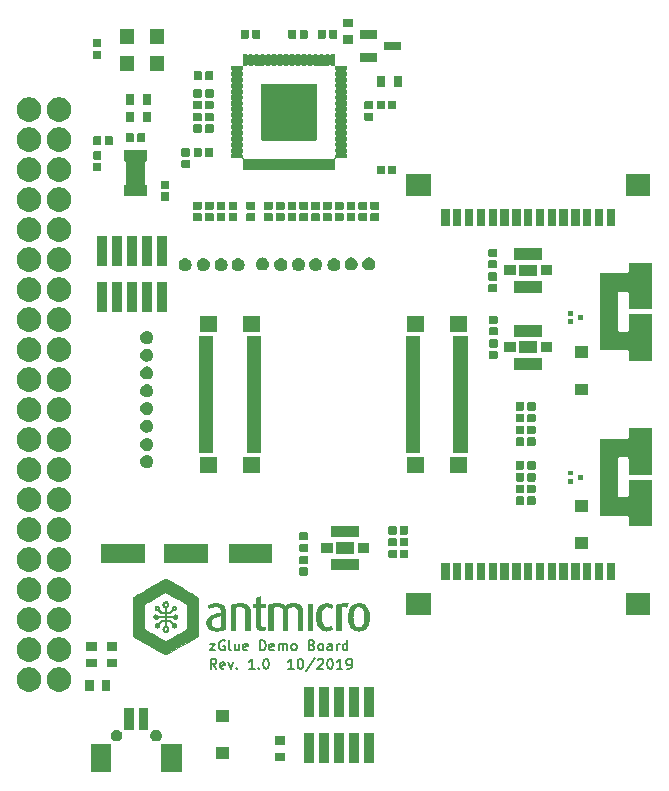
<source format=gbr>
G04 #@! TF.GenerationSoftware,KiCad,Pcbnew,5.0.2+dfsg1-1~bpo9+1*
G04 #@! TF.CreationDate,2019-10-23T12:45:27+02:00*
G04 #@! TF.ProjectId,zglue-demo-board,7a676c75-652d-4646-956d-6f2d626f6172,rev?*
G04 #@! TF.SameCoordinates,Original*
G04 #@! TF.FileFunction,Soldermask,Top*
G04 #@! TF.FilePolarity,Negative*
%FSLAX46Y46*%
G04 Gerber Fmt 4.6, Leading zero omitted, Abs format (unit mm)*
G04 Created by KiCad (PCBNEW 5.0.2+dfsg1-1~bpo9+1) date Wed 23 Oct 2019 12:45:27 PM CEST*
%MOMM*%
%LPD*%
G01*
G04 APERTURE LIST*
%ADD10C,0.180000*%
%ADD11C,0.001860*%
%ADD12C,0.100000*%
G04 APERTURE END LIST*
D10*
X18090476Y-56234523D02*
X17807142Y-55829761D01*
X17604761Y-56234523D02*
X17604761Y-55384523D01*
X17928571Y-55384523D01*
X18009523Y-55425000D01*
X18050000Y-55465476D01*
X18090476Y-55546428D01*
X18090476Y-55667857D01*
X18050000Y-55748809D01*
X18009523Y-55789285D01*
X17928571Y-55829761D01*
X17604761Y-55829761D01*
X18778571Y-56194047D02*
X18697619Y-56234523D01*
X18535714Y-56234523D01*
X18454761Y-56194047D01*
X18414285Y-56113095D01*
X18414285Y-55789285D01*
X18454761Y-55708333D01*
X18535714Y-55667857D01*
X18697619Y-55667857D01*
X18778571Y-55708333D01*
X18819047Y-55789285D01*
X18819047Y-55870238D01*
X18414285Y-55951190D01*
X19102380Y-55667857D02*
X19304761Y-56234523D01*
X19507142Y-55667857D01*
X19830952Y-56153571D02*
X19871428Y-56194047D01*
X19830952Y-56234523D01*
X19790476Y-56194047D01*
X19830952Y-56153571D01*
X19830952Y-56234523D01*
X21328571Y-56234523D02*
X20842857Y-56234523D01*
X21085714Y-56234523D02*
X21085714Y-55384523D01*
X21004761Y-55505952D01*
X20923809Y-55586904D01*
X20842857Y-55627380D01*
X21692857Y-56153571D02*
X21733333Y-56194047D01*
X21692857Y-56234523D01*
X21652380Y-56194047D01*
X21692857Y-56153571D01*
X21692857Y-56234523D01*
X22259523Y-55384523D02*
X22340476Y-55384523D01*
X22421428Y-55425000D01*
X22461904Y-55465476D01*
X22502380Y-55546428D01*
X22542857Y-55708333D01*
X22542857Y-55910714D01*
X22502380Y-56072619D01*
X22461904Y-56153571D01*
X22421428Y-56194047D01*
X22340476Y-56234523D01*
X22259523Y-56234523D01*
X22178571Y-56194047D01*
X22138095Y-56153571D01*
X22097619Y-56072619D01*
X22057142Y-55910714D01*
X22057142Y-55708333D01*
X22097619Y-55546428D01*
X22138095Y-55465476D01*
X22178571Y-55425000D01*
X22259523Y-55384523D01*
X24647619Y-56234523D02*
X24161904Y-56234523D01*
X24404761Y-56234523D02*
X24404761Y-55384523D01*
X24323809Y-55505952D01*
X24242857Y-55586904D01*
X24161904Y-55627380D01*
X25173809Y-55384523D02*
X25254761Y-55384523D01*
X25335714Y-55425000D01*
X25376190Y-55465476D01*
X25416666Y-55546428D01*
X25457142Y-55708333D01*
X25457142Y-55910714D01*
X25416666Y-56072619D01*
X25376190Y-56153571D01*
X25335714Y-56194047D01*
X25254761Y-56234523D01*
X25173809Y-56234523D01*
X25092857Y-56194047D01*
X25052380Y-56153571D01*
X25011904Y-56072619D01*
X24971428Y-55910714D01*
X24971428Y-55708333D01*
X25011904Y-55546428D01*
X25052380Y-55465476D01*
X25092857Y-55425000D01*
X25173809Y-55384523D01*
X26428571Y-55344047D02*
X25700000Y-56436904D01*
X26671428Y-55465476D02*
X26711904Y-55425000D01*
X26792857Y-55384523D01*
X26995238Y-55384523D01*
X27076190Y-55425000D01*
X27116666Y-55465476D01*
X27157142Y-55546428D01*
X27157142Y-55627380D01*
X27116666Y-55748809D01*
X26630952Y-56234523D01*
X27157142Y-56234523D01*
X27683333Y-55384523D02*
X27764285Y-55384523D01*
X27845238Y-55425000D01*
X27885714Y-55465476D01*
X27926190Y-55546428D01*
X27966666Y-55708333D01*
X27966666Y-55910714D01*
X27926190Y-56072619D01*
X27885714Y-56153571D01*
X27845238Y-56194047D01*
X27764285Y-56234523D01*
X27683333Y-56234523D01*
X27602380Y-56194047D01*
X27561904Y-56153571D01*
X27521428Y-56072619D01*
X27480952Y-55910714D01*
X27480952Y-55708333D01*
X27521428Y-55546428D01*
X27561904Y-55465476D01*
X27602380Y-55425000D01*
X27683333Y-55384523D01*
X28776190Y-56234523D02*
X28290476Y-56234523D01*
X28533333Y-56234523D02*
X28533333Y-55384523D01*
X28452380Y-55505952D01*
X28371428Y-55586904D01*
X28290476Y-55627380D01*
X29180952Y-56234523D02*
X29342857Y-56234523D01*
X29423809Y-56194047D01*
X29464285Y-56153571D01*
X29545238Y-56032142D01*
X29585714Y-55870238D01*
X29585714Y-55546428D01*
X29545238Y-55465476D01*
X29504761Y-55425000D01*
X29423809Y-55384523D01*
X29261904Y-55384523D01*
X29180952Y-55425000D01*
X29140476Y-55465476D01*
X29100000Y-55546428D01*
X29100000Y-55748809D01*
X29140476Y-55829761D01*
X29180952Y-55870238D01*
X29261904Y-55910714D01*
X29423809Y-55910714D01*
X29504761Y-55870238D01*
X29545238Y-55829761D01*
X29585714Y-55748809D01*
X17576190Y-54092857D02*
X18021428Y-54092857D01*
X17576190Y-54659523D01*
X18021428Y-54659523D01*
X18790476Y-53850000D02*
X18709523Y-53809523D01*
X18588095Y-53809523D01*
X18466666Y-53850000D01*
X18385714Y-53930952D01*
X18345238Y-54011904D01*
X18304761Y-54173809D01*
X18304761Y-54295238D01*
X18345238Y-54457142D01*
X18385714Y-54538095D01*
X18466666Y-54619047D01*
X18588095Y-54659523D01*
X18669047Y-54659523D01*
X18790476Y-54619047D01*
X18830952Y-54578571D01*
X18830952Y-54295238D01*
X18669047Y-54295238D01*
X19316666Y-54659523D02*
X19235714Y-54619047D01*
X19195238Y-54538095D01*
X19195238Y-53809523D01*
X20004761Y-54092857D02*
X20004761Y-54659523D01*
X19640476Y-54092857D02*
X19640476Y-54538095D01*
X19680952Y-54619047D01*
X19761904Y-54659523D01*
X19883333Y-54659523D01*
X19964285Y-54619047D01*
X20004761Y-54578571D01*
X20733333Y-54619047D02*
X20652380Y-54659523D01*
X20490476Y-54659523D01*
X20409523Y-54619047D01*
X20369047Y-54538095D01*
X20369047Y-54214285D01*
X20409523Y-54133333D01*
X20490476Y-54092857D01*
X20652380Y-54092857D01*
X20733333Y-54133333D01*
X20773809Y-54214285D01*
X20773809Y-54295238D01*
X20369047Y-54376190D01*
X21785714Y-54659523D02*
X21785714Y-53809523D01*
X21988095Y-53809523D01*
X22109523Y-53850000D01*
X22190476Y-53930952D01*
X22230952Y-54011904D01*
X22271428Y-54173809D01*
X22271428Y-54295238D01*
X22230952Y-54457142D01*
X22190476Y-54538095D01*
X22109523Y-54619047D01*
X21988095Y-54659523D01*
X21785714Y-54659523D01*
X22959523Y-54619047D02*
X22878571Y-54659523D01*
X22716666Y-54659523D01*
X22635714Y-54619047D01*
X22595238Y-54538095D01*
X22595238Y-54214285D01*
X22635714Y-54133333D01*
X22716666Y-54092857D01*
X22878571Y-54092857D01*
X22959523Y-54133333D01*
X23000000Y-54214285D01*
X23000000Y-54295238D01*
X22595238Y-54376190D01*
X23364285Y-54659523D02*
X23364285Y-54092857D01*
X23364285Y-54173809D02*
X23404761Y-54133333D01*
X23485714Y-54092857D01*
X23607142Y-54092857D01*
X23688095Y-54133333D01*
X23728571Y-54214285D01*
X23728571Y-54659523D01*
X23728571Y-54214285D02*
X23769047Y-54133333D01*
X23849999Y-54092857D01*
X23971428Y-54092857D01*
X24052380Y-54133333D01*
X24092857Y-54214285D01*
X24092857Y-54659523D01*
X24619047Y-54659523D02*
X24538095Y-54619047D01*
X24497619Y-54578571D01*
X24457142Y-54497619D01*
X24457142Y-54254761D01*
X24497619Y-54173809D01*
X24538095Y-54133333D01*
X24619047Y-54092857D01*
X24740476Y-54092857D01*
X24821428Y-54133333D01*
X24861904Y-54173809D01*
X24902380Y-54254761D01*
X24902380Y-54497619D01*
X24861904Y-54578571D01*
X24821428Y-54619047D01*
X24740476Y-54659523D01*
X24619047Y-54659523D01*
X26197619Y-54214285D02*
X26319047Y-54254761D01*
X26359523Y-54295238D01*
X26399999Y-54376190D01*
X26399999Y-54497619D01*
X26359523Y-54578571D01*
X26319047Y-54619047D01*
X26238095Y-54659523D01*
X25914285Y-54659523D01*
X25914285Y-53809523D01*
X26197619Y-53809523D01*
X26278571Y-53850000D01*
X26319047Y-53890476D01*
X26359523Y-53971428D01*
X26359523Y-54052380D01*
X26319047Y-54133333D01*
X26278571Y-54173809D01*
X26197619Y-54214285D01*
X25914285Y-54214285D01*
X26885714Y-54659523D02*
X26804761Y-54619047D01*
X26764285Y-54578571D01*
X26723809Y-54497619D01*
X26723809Y-54254761D01*
X26764285Y-54173809D01*
X26804761Y-54133333D01*
X26885714Y-54092857D01*
X27007142Y-54092857D01*
X27088095Y-54133333D01*
X27128571Y-54173809D01*
X27169047Y-54254761D01*
X27169047Y-54497619D01*
X27128571Y-54578571D01*
X27088095Y-54619047D01*
X27007142Y-54659523D01*
X26885714Y-54659523D01*
X27897619Y-54659523D02*
X27897619Y-54214285D01*
X27857142Y-54133333D01*
X27776190Y-54092857D01*
X27614285Y-54092857D01*
X27533333Y-54133333D01*
X27897619Y-54619047D02*
X27816666Y-54659523D01*
X27614285Y-54659523D01*
X27533333Y-54619047D01*
X27492857Y-54538095D01*
X27492857Y-54457142D01*
X27533333Y-54376190D01*
X27614285Y-54335714D01*
X27816666Y-54335714D01*
X27897619Y-54295238D01*
X28302380Y-54659523D02*
X28302380Y-54092857D01*
X28302380Y-54254761D02*
X28342857Y-54173809D01*
X28383333Y-54133333D01*
X28464285Y-54092857D01*
X28545238Y-54092857D01*
X29192857Y-54659523D02*
X29192857Y-53809523D01*
X29192857Y-54619047D02*
X29111904Y-54659523D01*
X28949999Y-54659523D01*
X28869047Y-54619047D01*
X28828571Y-54578571D01*
X28788095Y-54497619D01*
X28788095Y-54254761D01*
X28828571Y-54173809D01*
X28869047Y-54133333D01*
X28949999Y-54092857D01*
X29111904Y-54092857D01*
X29192857Y-54133333D01*
D11*
G04 #@! TO.C,N1*
G36*
X20180096Y-50685833D02*
X20263898Y-50688024D01*
X20328323Y-50692309D01*
X20379422Y-50699157D01*
X20423244Y-50709040D01*
X20440273Y-50714005D01*
X20583061Y-50768660D01*
X20698414Y-50836545D01*
X20788001Y-50918851D01*
X20846914Y-51004274D01*
X20865724Y-51039641D01*
X20881717Y-51073023D01*
X20895121Y-51107213D01*
X20906164Y-51145004D01*
X20915075Y-51189189D01*
X20922082Y-51242558D01*
X20927413Y-51307906D01*
X20931297Y-51388025D01*
X20933963Y-51485707D01*
X20935638Y-51603744D01*
X20936552Y-51744930D01*
X20936932Y-51912056D01*
X20937008Y-52105671D01*
X20937008Y-52944880D01*
X20559056Y-52944880D01*
X20559056Y-52113094D01*
X20558976Y-51917306D01*
X20558574Y-51750372D01*
X20557603Y-51609653D01*
X20555819Y-51492508D01*
X20552976Y-51396295D01*
X20548829Y-51318374D01*
X20543134Y-51256104D01*
X20535644Y-51206845D01*
X20526116Y-51167955D01*
X20514302Y-51136794D01*
X20499959Y-51110721D01*
X20482841Y-51087096D01*
X20462702Y-51063276D01*
X20461446Y-51061844D01*
X20396309Y-51003065D01*
X20316879Y-50961799D01*
X20216472Y-50934899D01*
X20178921Y-50928826D01*
X20073340Y-50922045D01*
X19956487Y-50927786D01*
X19842948Y-50944728D01*
X19760197Y-50966855D01*
X19700790Y-50987420D01*
X19696734Y-51966150D01*
X19692678Y-52944880D01*
X19314964Y-52944880D01*
X19314964Y-50822877D01*
X19460633Y-50775092D01*
X19560874Y-50743410D01*
X19646056Y-50720087D01*
X19724621Y-50703881D01*
X19805008Y-50693549D01*
X19895659Y-50687849D01*
X20005014Y-50685539D01*
X20070868Y-50685265D01*
X20180096Y-50685833D01*
X20180096Y-50685833D01*
G37*
X20180096Y-50685833D02*
X20263898Y-50688024D01*
X20328323Y-50692309D01*
X20379422Y-50699157D01*
X20423244Y-50709040D01*
X20440273Y-50714005D01*
X20583061Y-50768660D01*
X20698414Y-50836545D01*
X20788001Y-50918851D01*
X20846914Y-51004274D01*
X20865724Y-51039641D01*
X20881717Y-51073023D01*
X20895121Y-51107213D01*
X20906164Y-51145004D01*
X20915075Y-51189189D01*
X20922082Y-51242558D01*
X20927413Y-51307906D01*
X20931297Y-51388025D01*
X20933963Y-51485707D01*
X20935638Y-51603744D01*
X20936552Y-51744930D01*
X20936932Y-51912056D01*
X20937008Y-52105671D01*
X20937008Y-52944880D01*
X20559056Y-52944880D01*
X20559056Y-52113094D01*
X20558976Y-51917306D01*
X20558574Y-51750372D01*
X20557603Y-51609653D01*
X20555819Y-51492508D01*
X20552976Y-51396295D01*
X20548829Y-51318374D01*
X20543134Y-51256104D01*
X20535644Y-51206845D01*
X20526116Y-51167955D01*
X20514302Y-51136794D01*
X20499959Y-51110721D01*
X20482841Y-51087096D01*
X20462702Y-51063276D01*
X20461446Y-51061844D01*
X20396309Y-51003065D01*
X20316879Y-50961799D01*
X20216472Y-50934899D01*
X20178921Y-50928826D01*
X20073340Y-50922045D01*
X19956487Y-50927786D01*
X19842948Y-50944728D01*
X19760197Y-50966855D01*
X19700790Y-50987420D01*
X19696734Y-51966150D01*
X19692678Y-52944880D01*
X19314964Y-52944880D01*
X19314964Y-50822877D01*
X19460633Y-50775092D01*
X19560874Y-50743410D01*
X19646056Y-50720087D01*
X19724621Y-50703881D01*
X19805008Y-50693549D01*
X19895659Y-50687849D01*
X20005014Y-50685539D01*
X20070868Y-50685265D01*
X20180096Y-50685833D01*
G36*
X13872215Y-50520051D02*
X13886347Y-50525622D01*
X13958666Y-50572561D01*
X14011408Y-50639424D01*
X14040947Y-50719122D01*
X14043655Y-50804568D01*
X14039816Y-50825555D01*
X14008544Y-50906231D01*
X13954460Y-50966716D01*
X13899909Y-50999985D01*
X13834660Y-51031464D01*
X13834660Y-51401576D01*
X14109509Y-51401576D01*
X14222689Y-51289152D01*
X14335869Y-51176727D01*
X14327507Y-51095710D01*
X14327410Y-51094008D01*
X14434373Y-51094008D01*
X14451982Y-51130710D01*
X14488662Y-51147814D01*
X14533019Y-51144171D01*
X14565817Y-51124861D01*
X14588318Y-51087955D01*
X14580421Y-51050148D01*
X14559068Y-51023624D01*
X14529108Y-50998208D01*
X14504285Y-50995670D01*
X14470538Y-51014930D01*
X14468084Y-51016643D01*
X14440241Y-51051537D01*
X14434373Y-51094008D01*
X14327410Y-51094008D01*
X14324542Y-51043801D01*
X14331500Y-51008590D01*
X14352038Y-50975911D01*
X14361379Y-50964501D01*
X14418604Y-50916113D01*
X14481563Y-50894002D01*
X14544937Y-50895265D01*
X14603411Y-50916996D01*
X14651667Y-50956289D01*
X14684389Y-51010240D01*
X14696260Y-51075944D01*
X14685157Y-51141414D01*
X14649669Y-51203422D01*
X14592722Y-51243344D01*
X14516802Y-51259557D01*
X14503938Y-51259844D01*
X14471051Y-51260986D01*
X14443722Y-51266875D01*
X14415835Y-51281207D01*
X14381270Y-51307677D01*
X14333910Y-51349983D01*
X14295393Y-51385828D01*
X14160738Y-51511812D01*
X13834660Y-51511812D01*
X13834660Y-51763780D01*
X14432275Y-51763780D01*
X14455608Y-51718659D01*
X14498228Y-51667311D01*
X14557020Y-51636573D01*
X14623506Y-51627446D01*
X14689214Y-51640930D01*
X14745668Y-51678024D01*
X14751137Y-51683797D01*
X14791843Y-51747561D01*
X14805384Y-51812604D01*
X14795548Y-51874391D01*
X14766122Y-51928385D01*
X14720896Y-51970049D01*
X14663658Y-51994847D01*
X14598196Y-51998242D01*
X14528299Y-51975699D01*
X14514080Y-51967654D01*
X14477635Y-51939145D01*
X14455066Y-51909859D01*
X14453188Y-51904721D01*
X14448818Y-51894131D01*
X14439219Y-51886300D01*
X14420165Y-51880814D01*
X14387428Y-51877257D01*
X14336778Y-51875215D01*
X14263990Y-51874275D01*
X14164835Y-51874021D01*
X14139909Y-51874016D01*
X13834660Y-51874016D01*
X13834660Y-52110236D01*
X14158189Y-52110236D01*
X14419690Y-52373102D01*
X14493316Y-52366776D01*
X14572246Y-52372277D01*
X14633593Y-52402930D01*
X14675389Y-52457519D01*
X14686259Y-52486008D01*
X14696919Y-52561329D01*
X14678838Y-52626394D01*
X14639371Y-52678024D01*
X14578368Y-52720694D01*
X14513554Y-52736176D01*
X14450575Y-52727327D01*
X14395073Y-52697001D01*
X14352695Y-52648054D01*
X14329085Y-52583341D01*
X14328051Y-52536062D01*
X14436080Y-52536062D01*
X14441207Y-52575239D01*
X14456274Y-52597947D01*
X14492110Y-52625572D01*
X14526657Y-52623295D01*
X14559068Y-52598424D01*
X14586406Y-52560002D01*
X14583840Y-52525600D01*
X14560367Y-52497237D01*
X14520539Y-52476719D01*
X14482228Y-52480531D01*
X14451914Y-52502402D01*
X14436080Y-52536062D01*
X14328051Y-52536062D01*
X14327707Y-52520357D01*
X14336517Y-52445965D01*
X14109509Y-52220472D01*
X13834660Y-52220472D01*
X13834660Y-52593640D01*
X13899590Y-52622920D01*
X13967745Y-52668992D01*
X14014748Y-52732023D01*
X14040422Y-52805668D01*
X14044593Y-52883578D01*
X14027084Y-52959408D01*
X13987720Y-53026812D01*
X13926325Y-53079441D01*
X13912440Y-53087101D01*
X13829980Y-53112908D01*
X13742152Y-53112912D01*
X13660600Y-53087149D01*
X13659035Y-53086330D01*
X13594463Y-53036303D01*
X13552029Y-52970488D01*
X13531509Y-52895275D01*
X13532062Y-52858266D01*
X13639385Y-52858266D01*
X13645776Y-52905110D01*
X13669820Y-52942985D01*
X13690027Y-52962623D01*
X13748283Y-52999758D01*
X13805642Y-53005474D01*
X13863420Y-52979772D01*
X13884805Y-52962623D01*
X13920047Y-52923675D01*
X13934090Y-52883063D01*
X13935447Y-52858266D01*
X13921274Y-52801047D01*
X13884367Y-52751472D01*
X13833146Y-52718050D01*
X13787416Y-52708660D01*
X13730800Y-52722984D01*
X13681747Y-52760283D01*
X13648676Y-52812049D01*
X13639385Y-52858266D01*
X13532062Y-52858266D01*
X13532679Y-52817057D01*
X13555317Y-52742225D01*
X13599199Y-52677171D01*
X13664100Y-52628286D01*
X13675242Y-52622920D01*
X13740172Y-52593640D01*
X13740172Y-52220472D01*
X13465323Y-52220472D01*
X13238314Y-52445965D01*
X13247125Y-52520357D01*
X13243168Y-52595890D01*
X13215803Y-52658004D01*
X13170675Y-52703845D01*
X13113429Y-52730556D01*
X13049710Y-52735282D01*
X12985162Y-52715168D01*
X12935461Y-52678024D01*
X12891676Y-52617689D01*
X12877704Y-52551493D01*
X12880923Y-52532097D01*
X12988274Y-52532097D01*
X12991279Y-52566768D01*
X13015764Y-52598424D01*
X13054105Y-52625740D01*
X13088479Y-52623165D01*
X13117552Y-52599058D01*
X13137278Y-52558550D01*
X13132090Y-52517439D01*
X13104837Y-52486507D01*
X13085756Y-52478687D01*
X13039303Y-52480960D01*
X13015129Y-52496636D01*
X12988274Y-52532097D01*
X12880923Y-52532097D01*
X12888573Y-52486008D01*
X12921934Y-52422117D01*
X12975639Y-52381672D01*
X13047720Y-52365890D01*
X13081516Y-52366776D01*
X13155142Y-52373102D01*
X13416643Y-52110236D01*
X13740172Y-52110236D01*
X13740172Y-51874016D01*
X13434147Y-51874016D01*
X13328795Y-51874151D01*
X13250674Y-51874847D01*
X13195522Y-51876545D01*
X13159073Y-51879682D01*
X13137064Y-51884700D01*
X13125231Y-51892035D01*
X13119311Y-51902129D01*
X13117781Y-51906598D01*
X13092381Y-51942863D01*
X13046726Y-51974605D01*
X12991998Y-51995375D01*
X12955927Y-51999941D01*
X12883215Y-51986775D01*
X12826393Y-51951090D01*
X12787968Y-51898880D01*
X12770446Y-51836137D01*
X12772322Y-51814693D01*
X12876210Y-51814693D01*
X12880771Y-51837426D01*
X12896680Y-51857192D01*
X12937905Y-51885650D01*
X12979984Y-51883659D01*
X13006765Y-51865017D01*
X13029431Y-51824419D01*
X13024602Y-51798084D01*
X14545666Y-51798084D01*
X14551630Y-51842252D01*
X14568067Y-51865017D01*
X14608435Y-51887675D01*
X14650681Y-51879691D01*
X14678152Y-51857192D01*
X14697334Y-51831088D01*
X14696433Y-51807353D01*
X14684003Y-51782389D01*
X14650677Y-51746050D01*
X14610609Y-51735782D01*
X14571825Y-51753410D01*
X14568905Y-51756193D01*
X14545666Y-51798084D01*
X13024602Y-51798084D01*
X13021679Y-51782143D01*
X13001188Y-51756966D01*
X12960674Y-51735879D01*
X12922344Y-51745548D01*
X12890844Y-51782500D01*
X12876210Y-51814693D01*
X12772322Y-51814693D01*
X12776333Y-51768853D01*
X12808137Y-51703022D01*
X12823695Y-51683797D01*
X12879938Y-51642562D01*
X12945565Y-51626699D01*
X13012593Y-51635304D01*
X13073035Y-51667476D01*
X13115771Y-51716790D01*
X13143529Y-51763780D01*
X13740172Y-51763780D01*
X13740172Y-51511812D01*
X13414094Y-51511812D01*
X13279439Y-51385828D01*
X13221311Y-51331985D01*
X13179786Y-51296183D01*
X13148655Y-51274745D01*
X13121708Y-51263995D01*
X13092737Y-51260257D01*
X13066650Y-51259844D01*
X12989234Y-51248553D01*
X12932593Y-51213955D01*
X12895181Y-51154964D01*
X12888094Y-51134442D01*
X12881244Y-51077617D01*
X12984268Y-51077617D01*
X12997813Y-51113549D01*
X13031034Y-51138624D01*
X13072808Y-51148578D01*
X13112015Y-51139153D01*
X13122850Y-51130710D01*
X13140521Y-51093547D01*
X13134401Y-51051088D01*
X13106748Y-51016643D01*
X13076585Y-50998384D01*
X13059504Y-50992128D01*
X13036679Y-51003934D01*
X13009604Y-51031197D01*
X12989043Y-51061688D01*
X12984268Y-51077617D01*
X12881244Y-51077617D01*
X12879184Y-51060533D01*
X12895580Y-50996566D01*
X12931908Y-50945348D01*
X12982799Y-50909683D01*
X13042879Y-50892377D01*
X13106777Y-50896237D01*
X13169122Y-50924068D01*
X13213453Y-50964501D01*
X13238771Y-50999180D01*
X13249413Y-51032146D01*
X13249036Y-51077567D01*
X13247325Y-51095710D01*
X13238963Y-51176727D01*
X13352143Y-51289152D01*
X13465323Y-51401576D01*
X13740172Y-51401576D01*
X13740172Y-51029685D01*
X13677558Y-51002060D01*
X13604259Y-50954630D01*
X13554666Y-50886794D01*
X13535469Y-50834725D01*
X13528039Y-50760715D01*
X13635743Y-50760715D01*
X13641671Y-50796834D01*
X13653021Y-50823418D01*
X13693355Y-50877736D01*
X13746974Y-50907287D01*
X13806916Y-50910287D01*
X13866215Y-50884951D01*
X13873082Y-50879824D01*
X13919543Y-50829685D01*
X13935324Y-50775240D01*
X13922834Y-50717843D01*
X13884641Y-50658882D01*
X13834225Y-50625153D01*
X13778063Y-50616546D01*
X13722636Y-50632949D01*
X13674422Y-50674253D01*
X13646451Y-50722560D01*
X13635743Y-50760715D01*
X13528039Y-50760715D01*
X13526978Y-50750142D01*
X13545008Y-50672025D01*
X13584966Y-50604421D01*
X13642260Y-50551375D01*
X13712294Y-50516933D01*
X13790477Y-50505143D01*
X13872215Y-50520051D01*
X13872215Y-50520051D01*
G37*
X13872215Y-50520051D02*
X13886347Y-50525622D01*
X13958666Y-50572561D01*
X14011408Y-50639424D01*
X14040947Y-50719122D01*
X14043655Y-50804568D01*
X14039816Y-50825555D01*
X14008544Y-50906231D01*
X13954460Y-50966716D01*
X13899909Y-50999985D01*
X13834660Y-51031464D01*
X13834660Y-51401576D01*
X14109509Y-51401576D01*
X14222689Y-51289152D01*
X14335869Y-51176727D01*
X14327507Y-51095710D01*
X14327410Y-51094008D01*
X14434373Y-51094008D01*
X14451982Y-51130710D01*
X14488662Y-51147814D01*
X14533019Y-51144171D01*
X14565817Y-51124861D01*
X14588318Y-51087955D01*
X14580421Y-51050148D01*
X14559068Y-51023624D01*
X14529108Y-50998208D01*
X14504285Y-50995670D01*
X14470538Y-51014930D01*
X14468084Y-51016643D01*
X14440241Y-51051537D01*
X14434373Y-51094008D01*
X14327410Y-51094008D01*
X14324542Y-51043801D01*
X14331500Y-51008590D01*
X14352038Y-50975911D01*
X14361379Y-50964501D01*
X14418604Y-50916113D01*
X14481563Y-50894002D01*
X14544937Y-50895265D01*
X14603411Y-50916996D01*
X14651667Y-50956289D01*
X14684389Y-51010240D01*
X14696260Y-51075944D01*
X14685157Y-51141414D01*
X14649669Y-51203422D01*
X14592722Y-51243344D01*
X14516802Y-51259557D01*
X14503938Y-51259844D01*
X14471051Y-51260986D01*
X14443722Y-51266875D01*
X14415835Y-51281207D01*
X14381270Y-51307677D01*
X14333910Y-51349983D01*
X14295393Y-51385828D01*
X14160738Y-51511812D01*
X13834660Y-51511812D01*
X13834660Y-51763780D01*
X14432275Y-51763780D01*
X14455608Y-51718659D01*
X14498228Y-51667311D01*
X14557020Y-51636573D01*
X14623506Y-51627446D01*
X14689214Y-51640930D01*
X14745668Y-51678024D01*
X14751137Y-51683797D01*
X14791843Y-51747561D01*
X14805384Y-51812604D01*
X14795548Y-51874391D01*
X14766122Y-51928385D01*
X14720896Y-51970049D01*
X14663658Y-51994847D01*
X14598196Y-51998242D01*
X14528299Y-51975699D01*
X14514080Y-51967654D01*
X14477635Y-51939145D01*
X14455066Y-51909859D01*
X14453188Y-51904721D01*
X14448818Y-51894131D01*
X14439219Y-51886300D01*
X14420165Y-51880814D01*
X14387428Y-51877257D01*
X14336778Y-51875215D01*
X14263990Y-51874275D01*
X14164835Y-51874021D01*
X14139909Y-51874016D01*
X13834660Y-51874016D01*
X13834660Y-52110236D01*
X14158189Y-52110236D01*
X14419690Y-52373102D01*
X14493316Y-52366776D01*
X14572246Y-52372277D01*
X14633593Y-52402930D01*
X14675389Y-52457519D01*
X14686259Y-52486008D01*
X14696919Y-52561329D01*
X14678838Y-52626394D01*
X14639371Y-52678024D01*
X14578368Y-52720694D01*
X14513554Y-52736176D01*
X14450575Y-52727327D01*
X14395073Y-52697001D01*
X14352695Y-52648054D01*
X14329085Y-52583341D01*
X14328051Y-52536062D01*
X14436080Y-52536062D01*
X14441207Y-52575239D01*
X14456274Y-52597947D01*
X14492110Y-52625572D01*
X14526657Y-52623295D01*
X14559068Y-52598424D01*
X14586406Y-52560002D01*
X14583840Y-52525600D01*
X14560367Y-52497237D01*
X14520539Y-52476719D01*
X14482228Y-52480531D01*
X14451914Y-52502402D01*
X14436080Y-52536062D01*
X14328051Y-52536062D01*
X14327707Y-52520357D01*
X14336517Y-52445965D01*
X14109509Y-52220472D01*
X13834660Y-52220472D01*
X13834660Y-52593640D01*
X13899590Y-52622920D01*
X13967745Y-52668992D01*
X14014748Y-52732023D01*
X14040422Y-52805668D01*
X14044593Y-52883578D01*
X14027084Y-52959408D01*
X13987720Y-53026812D01*
X13926325Y-53079441D01*
X13912440Y-53087101D01*
X13829980Y-53112908D01*
X13742152Y-53112912D01*
X13660600Y-53087149D01*
X13659035Y-53086330D01*
X13594463Y-53036303D01*
X13552029Y-52970488D01*
X13531509Y-52895275D01*
X13532062Y-52858266D01*
X13639385Y-52858266D01*
X13645776Y-52905110D01*
X13669820Y-52942985D01*
X13690027Y-52962623D01*
X13748283Y-52999758D01*
X13805642Y-53005474D01*
X13863420Y-52979772D01*
X13884805Y-52962623D01*
X13920047Y-52923675D01*
X13934090Y-52883063D01*
X13935447Y-52858266D01*
X13921274Y-52801047D01*
X13884367Y-52751472D01*
X13833146Y-52718050D01*
X13787416Y-52708660D01*
X13730800Y-52722984D01*
X13681747Y-52760283D01*
X13648676Y-52812049D01*
X13639385Y-52858266D01*
X13532062Y-52858266D01*
X13532679Y-52817057D01*
X13555317Y-52742225D01*
X13599199Y-52677171D01*
X13664100Y-52628286D01*
X13675242Y-52622920D01*
X13740172Y-52593640D01*
X13740172Y-52220472D01*
X13465323Y-52220472D01*
X13238314Y-52445965D01*
X13247125Y-52520357D01*
X13243168Y-52595890D01*
X13215803Y-52658004D01*
X13170675Y-52703845D01*
X13113429Y-52730556D01*
X13049710Y-52735282D01*
X12985162Y-52715168D01*
X12935461Y-52678024D01*
X12891676Y-52617689D01*
X12877704Y-52551493D01*
X12880923Y-52532097D01*
X12988274Y-52532097D01*
X12991279Y-52566768D01*
X13015764Y-52598424D01*
X13054105Y-52625740D01*
X13088479Y-52623165D01*
X13117552Y-52599058D01*
X13137278Y-52558550D01*
X13132090Y-52517439D01*
X13104837Y-52486507D01*
X13085756Y-52478687D01*
X13039303Y-52480960D01*
X13015129Y-52496636D01*
X12988274Y-52532097D01*
X12880923Y-52532097D01*
X12888573Y-52486008D01*
X12921934Y-52422117D01*
X12975639Y-52381672D01*
X13047720Y-52365890D01*
X13081516Y-52366776D01*
X13155142Y-52373102D01*
X13416643Y-52110236D01*
X13740172Y-52110236D01*
X13740172Y-51874016D01*
X13434147Y-51874016D01*
X13328795Y-51874151D01*
X13250674Y-51874847D01*
X13195522Y-51876545D01*
X13159073Y-51879682D01*
X13137064Y-51884700D01*
X13125231Y-51892035D01*
X13119311Y-51902129D01*
X13117781Y-51906598D01*
X13092381Y-51942863D01*
X13046726Y-51974605D01*
X12991998Y-51995375D01*
X12955927Y-51999941D01*
X12883215Y-51986775D01*
X12826393Y-51951090D01*
X12787968Y-51898880D01*
X12770446Y-51836137D01*
X12772322Y-51814693D01*
X12876210Y-51814693D01*
X12880771Y-51837426D01*
X12896680Y-51857192D01*
X12937905Y-51885650D01*
X12979984Y-51883659D01*
X13006765Y-51865017D01*
X13029431Y-51824419D01*
X13024602Y-51798084D01*
X14545666Y-51798084D01*
X14551630Y-51842252D01*
X14568067Y-51865017D01*
X14608435Y-51887675D01*
X14650681Y-51879691D01*
X14678152Y-51857192D01*
X14697334Y-51831088D01*
X14696433Y-51807353D01*
X14684003Y-51782389D01*
X14650677Y-51746050D01*
X14610609Y-51735782D01*
X14571825Y-51753410D01*
X14568905Y-51756193D01*
X14545666Y-51798084D01*
X13024602Y-51798084D01*
X13021679Y-51782143D01*
X13001188Y-51756966D01*
X12960674Y-51735879D01*
X12922344Y-51745548D01*
X12890844Y-51782500D01*
X12876210Y-51814693D01*
X12772322Y-51814693D01*
X12776333Y-51768853D01*
X12808137Y-51703022D01*
X12823695Y-51683797D01*
X12879938Y-51642562D01*
X12945565Y-51626699D01*
X13012593Y-51635304D01*
X13073035Y-51667476D01*
X13115771Y-51716790D01*
X13143529Y-51763780D01*
X13740172Y-51763780D01*
X13740172Y-51511812D01*
X13414094Y-51511812D01*
X13279439Y-51385828D01*
X13221311Y-51331985D01*
X13179786Y-51296183D01*
X13148655Y-51274745D01*
X13121708Y-51263995D01*
X13092737Y-51260257D01*
X13066650Y-51259844D01*
X12989234Y-51248553D01*
X12932593Y-51213955D01*
X12895181Y-51154964D01*
X12888094Y-51134442D01*
X12881244Y-51077617D01*
X12984268Y-51077617D01*
X12997813Y-51113549D01*
X13031034Y-51138624D01*
X13072808Y-51148578D01*
X13112015Y-51139153D01*
X13122850Y-51130710D01*
X13140521Y-51093547D01*
X13134401Y-51051088D01*
X13106748Y-51016643D01*
X13076585Y-50998384D01*
X13059504Y-50992128D01*
X13036679Y-51003934D01*
X13009604Y-51031197D01*
X12989043Y-51061688D01*
X12984268Y-51077617D01*
X12881244Y-51077617D01*
X12879184Y-51060533D01*
X12895580Y-50996566D01*
X12931908Y-50945348D01*
X12982799Y-50909683D01*
X13042879Y-50892377D01*
X13106777Y-50896237D01*
X13169122Y-50924068D01*
X13213453Y-50964501D01*
X13238771Y-50999180D01*
X13249413Y-51032146D01*
X13249036Y-51077567D01*
X13247325Y-51095710D01*
X13238963Y-51176727D01*
X13352143Y-51289152D01*
X13465323Y-51401576D01*
X13740172Y-51401576D01*
X13740172Y-51029685D01*
X13677558Y-51002060D01*
X13604259Y-50954630D01*
X13554666Y-50886794D01*
X13535469Y-50834725D01*
X13528039Y-50760715D01*
X13635743Y-50760715D01*
X13641671Y-50796834D01*
X13653021Y-50823418D01*
X13693355Y-50877736D01*
X13746974Y-50907287D01*
X13806916Y-50910287D01*
X13866215Y-50884951D01*
X13873082Y-50879824D01*
X13919543Y-50829685D01*
X13935324Y-50775240D01*
X13922834Y-50717843D01*
X13884641Y-50658882D01*
X13834225Y-50625153D01*
X13778063Y-50616546D01*
X13722636Y-50632949D01*
X13674422Y-50674253D01*
X13646451Y-50722560D01*
X13635743Y-50760715D01*
X13528039Y-50760715D01*
X13526978Y-50750142D01*
X13545008Y-50672025D01*
X13584966Y-50604421D01*
X13642260Y-50551375D01*
X13712294Y-50516933D01*
X13790477Y-50505143D01*
X13872215Y-50520051D01*
G36*
X24757209Y-50688934D02*
X24910880Y-50722412D01*
X25043095Y-50777819D01*
X25153265Y-50854863D01*
X25240801Y-50953253D01*
X25282829Y-51023624D01*
X25299474Y-51057557D01*
X25313617Y-51090367D01*
X25325461Y-51124841D01*
X25335210Y-51163765D01*
X25343065Y-51209924D01*
X25349232Y-51266106D01*
X25353914Y-51335097D01*
X25357313Y-51419681D01*
X25359633Y-51522646D01*
X25361078Y-51646778D01*
X25361850Y-51794862D01*
X25362153Y-51969686D01*
X25362196Y-52111011D01*
X25362196Y-52944880D01*
X24985262Y-52944880D01*
X24980816Y-52074803D01*
X24976370Y-51204726D01*
X24930412Y-51121777D01*
X24867906Y-51039302D01*
X24786589Y-50978216D01*
X24691109Y-50938890D01*
X24586111Y-50921694D01*
X24476242Y-50926999D01*
X24366150Y-50955177D01*
X24260480Y-51006598D01*
X24185033Y-51062281D01*
X24118104Y-51120566D01*
X24118104Y-52944880D01*
X23740152Y-52944880D01*
X23740152Y-52092378D01*
X23739876Y-51878481D01*
X23739034Y-51695047D01*
X23737607Y-51541049D01*
X23735573Y-51415459D01*
X23732913Y-51317251D01*
X23729606Y-51245395D01*
X23725633Y-51198864D01*
X23722177Y-51179880D01*
X23679945Y-51090763D01*
X23613117Y-51019454D01*
X23523646Y-50966820D01*
X23413489Y-50933729D01*
X23284600Y-50921047D01*
X23154025Y-50927821D01*
X23082817Y-50936477D01*
X23031721Y-50944687D01*
X22989488Y-50954918D01*
X22944870Y-50969640D01*
X22917319Y-50979767D01*
X22874012Y-50995949D01*
X22874012Y-52944880D01*
X22511808Y-52944880D01*
X22511808Y-50820379D01*
X22661830Y-50772322D01*
X22830788Y-50724581D01*
X22988628Y-50694775D01*
X23148725Y-50681038D01*
X23314956Y-50681166D01*
X23448348Y-50689028D01*
X23557653Y-50703977D01*
X23649872Y-50728053D01*
X23732008Y-50763302D01*
X23811063Y-50811767D01*
X23843587Y-50835460D01*
X23947015Y-50913744D01*
X24012874Y-50860309D01*
X24140383Y-50776051D01*
X24283556Y-50717892D01*
X24443665Y-50685425D01*
X24582670Y-50677674D01*
X24757209Y-50688934D01*
X24757209Y-50688934D01*
G37*
X24757209Y-50688934D02*
X24910880Y-50722412D01*
X25043095Y-50777819D01*
X25153265Y-50854863D01*
X25240801Y-50953253D01*
X25282829Y-51023624D01*
X25299474Y-51057557D01*
X25313617Y-51090367D01*
X25325461Y-51124841D01*
X25335210Y-51163765D01*
X25343065Y-51209924D01*
X25349232Y-51266106D01*
X25353914Y-51335097D01*
X25357313Y-51419681D01*
X25359633Y-51522646D01*
X25361078Y-51646778D01*
X25361850Y-51794862D01*
X25362153Y-51969686D01*
X25362196Y-52111011D01*
X25362196Y-52944880D01*
X24985262Y-52944880D01*
X24980816Y-52074803D01*
X24976370Y-51204726D01*
X24930412Y-51121777D01*
X24867906Y-51039302D01*
X24786589Y-50978216D01*
X24691109Y-50938890D01*
X24586111Y-50921694D01*
X24476242Y-50926999D01*
X24366150Y-50955177D01*
X24260480Y-51006598D01*
X24185033Y-51062281D01*
X24118104Y-51120566D01*
X24118104Y-52944880D01*
X23740152Y-52944880D01*
X23740152Y-52092378D01*
X23739876Y-51878481D01*
X23739034Y-51695047D01*
X23737607Y-51541049D01*
X23735573Y-51415459D01*
X23732913Y-51317251D01*
X23729606Y-51245395D01*
X23725633Y-51198864D01*
X23722177Y-51179880D01*
X23679945Y-51090763D01*
X23613117Y-51019454D01*
X23523646Y-50966820D01*
X23413489Y-50933729D01*
X23284600Y-50921047D01*
X23154025Y-50927821D01*
X23082817Y-50936477D01*
X23031721Y-50944687D01*
X22989488Y-50954918D01*
X22944870Y-50969640D01*
X22917319Y-50979767D01*
X22874012Y-50995949D01*
X22874012Y-52944880D01*
X22511808Y-52944880D01*
X22511808Y-50820379D01*
X22661830Y-50772322D01*
X22830788Y-50724581D01*
X22988628Y-50694775D01*
X23148725Y-50681038D01*
X23314956Y-50681166D01*
X23448348Y-50689028D01*
X23557653Y-50703977D01*
X23649872Y-50728053D01*
X23732008Y-50763302D01*
X23811063Y-50811767D01*
X23843587Y-50835460D01*
X23947015Y-50913744D01*
X24012874Y-50860309D01*
X24140383Y-50776051D01*
X24283556Y-50717892D01*
X24443665Y-50685425D01*
X24582670Y-50677674D01*
X24757209Y-50688934D01*
G36*
X29164969Y-50679638D02*
X29193264Y-50683617D01*
X29204251Y-50690188D01*
X29204708Y-50692370D01*
X29200245Y-50715495D01*
X29188330Y-50760461D01*
X29171173Y-50819131D01*
X29163348Y-50844583D01*
X29142216Y-50908978D01*
X29126092Y-50947883D01*
X29112163Y-50966315D01*
X29097618Y-50969294D01*
X29094006Y-50968358D01*
X28996101Y-50947472D01*
X28886769Y-50940592D01*
X28778397Y-50947540D01*
X28683375Y-50968137D01*
X28665339Y-50974542D01*
X28622032Y-50991348D01*
X28622032Y-52944880D01*
X28244080Y-52944880D01*
X28244080Y-50822095D01*
X28358253Y-50781184D01*
X28457469Y-50747852D01*
X28548226Y-50723075D01*
X28639168Y-50705379D01*
X28738939Y-50693289D01*
X28856184Y-50685333D01*
X28940929Y-50681847D01*
X29042332Y-50678894D01*
X29115835Y-50678110D01*
X29164969Y-50679638D01*
X29164969Y-50679638D01*
G37*
X29164969Y-50679638D02*
X29193264Y-50683617D01*
X29204251Y-50690188D01*
X29204708Y-50692370D01*
X29200245Y-50715495D01*
X29188330Y-50760461D01*
X29171173Y-50819131D01*
X29163348Y-50844583D01*
X29142216Y-50908978D01*
X29126092Y-50947883D01*
X29112163Y-50966315D01*
X29097618Y-50969294D01*
X29094006Y-50968358D01*
X28996101Y-50947472D01*
X28886769Y-50940592D01*
X28778397Y-50947540D01*
X28683375Y-50968137D01*
X28665339Y-50974542D01*
X28622032Y-50991348D01*
X28622032Y-52944880D01*
X28244080Y-52944880D01*
X28244080Y-50822095D01*
X28358253Y-50781184D01*
X28457469Y-50747852D01*
X28548226Y-50723075D01*
X28639168Y-50705379D01*
X28738939Y-50693289D01*
X28856184Y-50685333D01*
X28940929Y-50681847D01*
X29042332Y-50678894D01*
X29115835Y-50678110D01*
X29164969Y-50679638D01*
G36*
X26212588Y-52944880D02*
X25834636Y-52944880D01*
X25834636Y-50708664D01*
X26212588Y-50708664D01*
X26212588Y-52944880D01*
X26212588Y-52944880D01*
G37*
X26212588Y-52944880D02*
X25834636Y-52944880D01*
X25834636Y-50708664D01*
X26212588Y-50708664D01*
X26212588Y-52944880D01*
G36*
X27480642Y-50680011D02*
X27584340Y-50690059D01*
X27642021Y-50700910D01*
X27701468Y-50718026D01*
X27765304Y-50741271D01*
X27825268Y-50767041D01*
X27873099Y-50791732D01*
X27900536Y-50811740D01*
X27902731Y-50814663D01*
X27901034Y-50834245D01*
X27889691Y-50872719D01*
X27872257Y-50921037D01*
X27852289Y-50970151D01*
X27833344Y-51011015D01*
X27818977Y-51034581D01*
X27815277Y-51037140D01*
X27795840Y-51031467D01*
X27757145Y-51015946D01*
X27717966Y-50998637D01*
X27597556Y-50956817D01*
X27478303Y-50940564D01*
X27365741Y-50950051D01*
X27267082Y-50984575D01*
X27184633Y-51043565D01*
X27109079Y-51130093D01*
X27042796Y-51240527D01*
X26988158Y-51371237D01*
X26964987Y-51446560D01*
X26946700Y-51539379D01*
X26934948Y-51653674D01*
X26929731Y-51780106D01*
X26931048Y-51909342D01*
X26938899Y-52032043D01*
X26953283Y-52138876D01*
X26965029Y-52191403D01*
X27018441Y-52347854D01*
X27085682Y-52476208D01*
X27166949Y-52576760D01*
X27262433Y-52649803D01*
X27269842Y-52653997D01*
X27318046Y-52678461D01*
X27360476Y-52692533D01*
X27409360Y-52698899D01*
X27476928Y-52700247D01*
X27480302Y-52700234D01*
X27551196Y-52697119D01*
X27613423Y-52686543D01*
X27676539Y-52665628D01*
X27750104Y-52631498D01*
X27805132Y-52602451D01*
X27811994Y-52606864D01*
X27823881Y-52627522D01*
X27842273Y-52667671D01*
X27868648Y-52730555D01*
X27904485Y-52819421D01*
X27907856Y-52827878D01*
X27898997Y-52844820D01*
X27866949Y-52868588D01*
X27818267Y-52895640D01*
X27759502Y-52922438D01*
X27697208Y-52945441D01*
X27680962Y-52950446D01*
X27596243Y-52968476D01*
X27494197Y-52980035D01*
X27388370Y-52984337D01*
X27292302Y-52980592D01*
X27251956Y-52975421D01*
X27192955Y-52960449D01*
X27121933Y-52935569D01*
X27055106Y-52906553D01*
X26924393Y-52825216D01*
X26811546Y-52718355D01*
X26717058Y-52586718D01*
X26641420Y-52431051D01*
X26585125Y-52252101D01*
X26566382Y-52164966D01*
X26552710Y-52061836D01*
X26545515Y-51939652D01*
X26544535Y-51807268D01*
X26549505Y-51673541D01*
X26560163Y-51547326D01*
X26576246Y-51437478D01*
X26589781Y-51377966D01*
X26650979Y-51203646D01*
X26731770Y-51051736D01*
X26831148Y-50923374D01*
X26948105Y-50819697D01*
X27081634Y-50741841D01*
X27187885Y-50702292D01*
X27270746Y-50686163D01*
X27372221Y-50678724D01*
X27480642Y-50680011D01*
X27480642Y-50680011D01*
G37*
X27480642Y-50680011D02*
X27584340Y-50690059D01*
X27642021Y-50700910D01*
X27701468Y-50718026D01*
X27765304Y-50741271D01*
X27825268Y-50767041D01*
X27873099Y-50791732D01*
X27900536Y-50811740D01*
X27902731Y-50814663D01*
X27901034Y-50834245D01*
X27889691Y-50872719D01*
X27872257Y-50921037D01*
X27852289Y-50970151D01*
X27833344Y-51011015D01*
X27818977Y-51034581D01*
X27815277Y-51037140D01*
X27795840Y-51031467D01*
X27757145Y-51015946D01*
X27717966Y-50998637D01*
X27597556Y-50956817D01*
X27478303Y-50940564D01*
X27365741Y-50950051D01*
X27267082Y-50984575D01*
X27184633Y-51043565D01*
X27109079Y-51130093D01*
X27042796Y-51240527D01*
X26988158Y-51371237D01*
X26964987Y-51446560D01*
X26946700Y-51539379D01*
X26934948Y-51653674D01*
X26929731Y-51780106D01*
X26931048Y-51909342D01*
X26938899Y-52032043D01*
X26953283Y-52138876D01*
X26965029Y-52191403D01*
X27018441Y-52347854D01*
X27085682Y-52476208D01*
X27166949Y-52576760D01*
X27262433Y-52649803D01*
X27269842Y-52653997D01*
X27318046Y-52678461D01*
X27360476Y-52692533D01*
X27409360Y-52698899D01*
X27476928Y-52700247D01*
X27480302Y-52700234D01*
X27551196Y-52697119D01*
X27613423Y-52686543D01*
X27676539Y-52665628D01*
X27750104Y-52631498D01*
X27805132Y-52602451D01*
X27811994Y-52606864D01*
X27823881Y-52627522D01*
X27842273Y-52667671D01*
X27868648Y-52730555D01*
X27904485Y-52819421D01*
X27907856Y-52827878D01*
X27898997Y-52844820D01*
X27866949Y-52868588D01*
X27818267Y-52895640D01*
X27759502Y-52922438D01*
X27697208Y-52945441D01*
X27680962Y-52950446D01*
X27596243Y-52968476D01*
X27494197Y-52980035D01*
X27388370Y-52984337D01*
X27292302Y-52980592D01*
X27251956Y-52975421D01*
X27192955Y-52960449D01*
X27121933Y-52935569D01*
X27055106Y-52906553D01*
X26924393Y-52825216D01*
X26811546Y-52718355D01*
X26717058Y-52586718D01*
X26641420Y-52431051D01*
X26585125Y-52252101D01*
X26566382Y-52164966D01*
X26552710Y-52061836D01*
X26545515Y-51939652D01*
X26544535Y-51807268D01*
X26549505Y-51673541D01*
X26560163Y-51547326D01*
X26576246Y-51437478D01*
X26589781Y-51377966D01*
X26650979Y-51203646D01*
X26731770Y-51051736D01*
X26831148Y-50923374D01*
X26948105Y-50819697D01*
X27081634Y-50741841D01*
X27187885Y-50702292D01*
X27270746Y-50686163D01*
X27372221Y-50678724D01*
X27480642Y-50680011D01*
G36*
X21795755Y-50109444D02*
X21798630Y-50151116D01*
X21800930Y-50214735D01*
X21802488Y-50295527D01*
X21803139Y-50388716D01*
X21803148Y-50401578D01*
X21803148Y-50708664D01*
X22181100Y-50708664D01*
X22181100Y-50960632D01*
X21803148Y-50960632D01*
X21803148Y-52498982D01*
X21838973Y-52566729D01*
X21885039Y-52631264D01*
X21944279Y-52671205D01*
X22021404Y-52688928D01*
X22082708Y-52689690D01*
X22181166Y-52685038D01*
X22181133Y-52806155D01*
X22178348Y-52880811D01*
X22170140Y-52926070D01*
X22161415Y-52939626D01*
X22138007Y-52945325D01*
X22090929Y-52950669D01*
X22028005Y-52954906D01*
X21984250Y-52956653D01*
X21897887Y-52957443D01*
X21832757Y-52953166D01*
X21778855Y-52942783D01*
X21743384Y-52931661D01*
X21647529Y-52886432D01*
X21571230Y-52823573D01*
X21508105Y-52737316D01*
X21488188Y-52701009D01*
X21433070Y-52593781D01*
X21428593Y-51777206D01*
X21424117Y-50960632D01*
X21173228Y-50960632D01*
X21173228Y-50708664D01*
X21425196Y-50708664D01*
X21425196Y-50205812D01*
X21603495Y-50150152D01*
X21673943Y-50128426D01*
X21733143Y-50110669D01*
X21774786Y-50098739D01*
X21792471Y-50094492D01*
X21795755Y-50109444D01*
X21795755Y-50109444D01*
G37*
X21795755Y-50109444D02*
X21798630Y-50151116D01*
X21800930Y-50214735D01*
X21802488Y-50295527D01*
X21803139Y-50388716D01*
X21803148Y-50401578D01*
X21803148Y-50708664D01*
X22181100Y-50708664D01*
X22181100Y-50960632D01*
X21803148Y-50960632D01*
X21803148Y-52498982D01*
X21838973Y-52566729D01*
X21885039Y-52631264D01*
X21944279Y-52671205D01*
X22021404Y-52688928D01*
X22082708Y-52689690D01*
X22181166Y-52685038D01*
X22181133Y-52806155D01*
X22178348Y-52880811D01*
X22170140Y-52926070D01*
X22161415Y-52939626D01*
X22138007Y-52945325D01*
X22090929Y-52950669D01*
X22028005Y-52954906D01*
X21984250Y-52956653D01*
X21897887Y-52957443D01*
X21832757Y-52953166D01*
X21778855Y-52942783D01*
X21743384Y-52931661D01*
X21647529Y-52886432D01*
X21571230Y-52823573D01*
X21508105Y-52737316D01*
X21488188Y-52701009D01*
X21433070Y-52593781D01*
X21428593Y-51777206D01*
X21424117Y-50960632D01*
X21173228Y-50960632D01*
X21173228Y-50708664D01*
X21425196Y-50708664D01*
X21425196Y-50205812D01*
X21603495Y-50150152D01*
X21673943Y-50128426D01*
X21733143Y-50110669D01*
X21774786Y-50098739D01*
X21792471Y-50094492D01*
X21795755Y-50109444D01*
G36*
X30278500Y-50687934D02*
X30419271Y-50719987D01*
X30543888Y-50775132D01*
X30656461Y-50854942D01*
X30708553Y-50903613D01*
X30808300Y-51025569D01*
X30887318Y-51169028D01*
X30945961Y-51334900D01*
X30984585Y-51524095D01*
X30998095Y-51646636D01*
X31005731Y-51866880D01*
X30992844Y-52072824D01*
X30960106Y-52262524D01*
X30908183Y-52434035D01*
X30837744Y-52585411D01*
X30749459Y-52714707D01*
X30643995Y-52819978D01*
X30578549Y-52867161D01*
X30475336Y-52918408D01*
X30352499Y-52956601D01*
X30219808Y-52980004D01*
X30087028Y-52986884D01*
X29966072Y-52975896D01*
X29810713Y-52933331D01*
X29673021Y-52864959D01*
X29553580Y-52771436D01*
X29452970Y-52653416D01*
X29371776Y-52511552D01*
X29310581Y-52346499D01*
X29277228Y-52202757D01*
X29249196Y-51989469D01*
X29243315Y-51818157D01*
X29619775Y-51818157D01*
X29626639Y-51993941D01*
X29647674Y-52163017D01*
X29682896Y-52318411D01*
X29730663Y-52449537D01*
X29792305Y-52552891D01*
X29870412Y-52633717D01*
X29961038Y-52690398D01*
X30060232Y-52721318D01*
X30164048Y-52724859D01*
X30268537Y-52699405D01*
X30303274Y-52683979D01*
X30391728Y-52625796D01*
X30465071Y-52546116D01*
X30524047Y-52443338D01*
X30569396Y-52315865D01*
X30601861Y-52162097D01*
X30620669Y-52000000D01*
X30628833Y-51802406D01*
X30620784Y-51618380D01*
X30597156Y-51450675D01*
X30558579Y-51302044D01*
X30505687Y-51175239D01*
X30439111Y-51073014D01*
X30397763Y-51029068D01*
X30307830Y-50965409D01*
X30210287Y-50929846D01*
X30109492Y-50921338D01*
X30009802Y-50938846D01*
X29915575Y-50981331D01*
X29831168Y-51047753D01*
X29760939Y-51137073D01*
X29733695Y-51187455D01*
X29684043Y-51320314D01*
X29648494Y-51474368D01*
X29627066Y-51642641D01*
X29619775Y-51818157D01*
X29243315Y-51818157D01*
X29242077Y-51782113D01*
X29255237Y-51583981D01*
X29288043Y-51398364D01*
X29339862Y-51228555D01*
X29410060Y-51077845D01*
X29498004Y-50949525D01*
X29524035Y-50919872D01*
X29637280Y-50818968D01*
X29765238Y-50745332D01*
X29908825Y-50698588D01*
X30068958Y-50678362D01*
X30117464Y-50677401D01*
X30278500Y-50687934D01*
X30278500Y-50687934D01*
G37*
X30278500Y-50687934D02*
X30419271Y-50719987D01*
X30543888Y-50775132D01*
X30656461Y-50854942D01*
X30708553Y-50903613D01*
X30808300Y-51025569D01*
X30887318Y-51169028D01*
X30945961Y-51334900D01*
X30984585Y-51524095D01*
X30998095Y-51646636D01*
X31005731Y-51866880D01*
X30992844Y-52072824D01*
X30960106Y-52262524D01*
X30908183Y-52434035D01*
X30837744Y-52585411D01*
X30749459Y-52714707D01*
X30643995Y-52819978D01*
X30578549Y-52867161D01*
X30475336Y-52918408D01*
X30352499Y-52956601D01*
X30219808Y-52980004D01*
X30087028Y-52986884D01*
X29966072Y-52975896D01*
X29810713Y-52933331D01*
X29673021Y-52864959D01*
X29553580Y-52771436D01*
X29452970Y-52653416D01*
X29371776Y-52511552D01*
X29310581Y-52346499D01*
X29277228Y-52202757D01*
X29249196Y-51989469D01*
X29243315Y-51818157D01*
X29619775Y-51818157D01*
X29626639Y-51993941D01*
X29647674Y-52163017D01*
X29682896Y-52318411D01*
X29730663Y-52449537D01*
X29792305Y-52552891D01*
X29870412Y-52633717D01*
X29961038Y-52690398D01*
X30060232Y-52721318D01*
X30164048Y-52724859D01*
X30268537Y-52699405D01*
X30303274Y-52683979D01*
X30391728Y-52625796D01*
X30465071Y-52546116D01*
X30524047Y-52443338D01*
X30569396Y-52315865D01*
X30601861Y-52162097D01*
X30620669Y-52000000D01*
X30628833Y-51802406D01*
X30620784Y-51618380D01*
X30597156Y-51450675D01*
X30558579Y-51302044D01*
X30505687Y-51175239D01*
X30439111Y-51073014D01*
X30397763Y-51029068D01*
X30307830Y-50965409D01*
X30210287Y-50929846D01*
X30109492Y-50921338D01*
X30009802Y-50938846D01*
X29915575Y-50981331D01*
X29831168Y-51047753D01*
X29760939Y-51137073D01*
X29733695Y-51187455D01*
X29684043Y-51320314D01*
X29648494Y-51474368D01*
X29627066Y-51642641D01*
X29619775Y-51818157D01*
X29243315Y-51818157D01*
X29242077Y-51782113D01*
X29255237Y-51583981D01*
X29288043Y-51398364D01*
X29339862Y-51228555D01*
X29410060Y-51077845D01*
X29498004Y-50949525D01*
X29524035Y-50919872D01*
X29637280Y-50818968D01*
X29765238Y-50745332D01*
X29908825Y-50698588D01*
X30068958Y-50678362D01*
X30117464Y-50677401D01*
X30278500Y-50687934D01*
G36*
X18237751Y-50687833D02*
X18337450Y-50706497D01*
X18450608Y-50741190D01*
X18541916Y-50784245D01*
X18620837Y-50840654D01*
X18659641Y-50876444D01*
X18716867Y-50947912D01*
X18768247Y-51039412D01*
X18808063Y-51139483D01*
X18826450Y-51210881D01*
X18830100Y-51246332D01*
X18833376Y-51310657D01*
X18836231Y-51401233D01*
X18838613Y-51515439D01*
X18840475Y-51650653D01*
X18841765Y-51804254D01*
X18842436Y-51973621D01*
X18842524Y-52064404D01*
X18842524Y-52833170D01*
X18768716Y-52865819D01*
X18636561Y-52913297D01*
X18483469Y-52949980D01*
X18318484Y-52974719D01*
X18150650Y-52986367D01*
X17989012Y-52983776D01*
X17903755Y-52975571D01*
X17736711Y-52942290D01*
X17593931Y-52889385D01*
X17475703Y-52817171D01*
X17382314Y-52725962D01*
X17314051Y-52616070D01*
X17271202Y-52487809D01*
X17254054Y-52341493D01*
X17254884Y-52268039D01*
X17256891Y-52254154D01*
X17617704Y-52254154D01*
X17620632Y-52384438D01*
X17648945Y-52497040D01*
X17702035Y-52591021D01*
X17779297Y-52665443D01*
X17880127Y-52719368D01*
X17928361Y-52735398D01*
X17989981Y-52745934D01*
X18072502Y-52750730D01*
X18165929Y-52750162D01*
X18260266Y-52744607D01*
X18345517Y-52734439D01*
X18411688Y-52720036D01*
X18421265Y-52716856D01*
X18496068Y-52689951D01*
X18496068Y-51698522D01*
X18405517Y-51709447D01*
X18347727Y-51718538D01*
X18272910Y-51733205D01*
X18194431Y-51750765D01*
X18169756Y-51756800D01*
X18008315Y-51806434D01*
X17875748Y-51867420D01*
X17771297Y-51940441D01*
X17694201Y-52026184D01*
X17643701Y-52125331D01*
X17619037Y-52238569D01*
X17617704Y-52254154D01*
X17256891Y-52254154D01*
X17275388Y-52126169D01*
X17322933Y-52000045D01*
X17398113Y-51888308D01*
X17441016Y-51842457D01*
X17535816Y-51767132D01*
X17657700Y-51697807D01*
X17802579Y-51635995D01*
X17966361Y-51583213D01*
X18144957Y-51540977D01*
X18334275Y-51510801D01*
X18337104Y-51510456D01*
X18500366Y-51490670D01*
X18490927Y-51356926D01*
X18472663Y-51230797D01*
X18436434Y-51129588D01*
X18380603Y-51051285D01*
X18303535Y-50993874D01*
X18203592Y-50955341D01*
X18155755Y-50944557D01*
X18025531Y-50933216D01*
X17880788Y-50944064D01*
X17728300Y-50976084D01*
X17574839Y-51028258D01*
X17561329Y-51033858D01*
X17512899Y-51053070D01*
X17477419Y-51064946D01*
X17463320Y-51066989D01*
X17455289Y-51050365D01*
X17440176Y-51013295D01*
X17421470Y-50965006D01*
X17402660Y-50914722D01*
X17387235Y-50871667D01*
X17378684Y-50845065D01*
X17377960Y-50841296D01*
X17391145Y-50831016D01*
X17425372Y-50812840D01*
X17463843Y-50794933D01*
X17605211Y-50743792D01*
X17761962Y-50706633D01*
X17925420Y-50684335D01*
X18086908Y-50677775D01*
X18237751Y-50687833D01*
X18237751Y-50687833D01*
G37*
X18237751Y-50687833D02*
X18337450Y-50706497D01*
X18450608Y-50741190D01*
X18541916Y-50784245D01*
X18620837Y-50840654D01*
X18659641Y-50876444D01*
X18716867Y-50947912D01*
X18768247Y-51039412D01*
X18808063Y-51139483D01*
X18826450Y-51210881D01*
X18830100Y-51246332D01*
X18833376Y-51310657D01*
X18836231Y-51401233D01*
X18838613Y-51515439D01*
X18840475Y-51650653D01*
X18841765Y-51804254D01*
X18842436Y-51973621D01*
X18842524Y-52064404D01*
X18842524Y-52833170D01*
X18768716Y-52865819D01*
X18636561Y-52913297D01*
X18483469Y-52949980D01*
X18318484Y-52974719D01*
X18150650Y-52986367D01*
X17989012Y-52983776D01*
X17903755Y-52975571D01*
X17736711Y-52942290D01*
X17593931Y-52889385D01*
X17475703Y-52817171D01*
X17382314Y-52725962D01*
X17314051Y-52616070D01*
X17271202Y-52487809D01*
X17254054Y-52341493D01*
X17254884Y-52268039D01*
X17256891Y-52254154D01*
X17617704Y-52254154D01*
X17620632Y-52384438D01*
X17648945Y-52497040D01*
X17702035Y-52591021D01*
X17779297Y-52665443D01*
X17880127Y-52719368D01*
X17928361Y-52735398D01*
X17989981Y-52745934D01*
X18072502Y-52750730D01*
X18165929Y-52750162D01*
X18260266Y-52744607D01*
X18345517Y-52734439D01*
X18411688Y-52720036D01*
X18421265Y-52716856D01*
X18496068Y-52689951D01*
X18496068Y-51698522D01*
X18405517Y-51709447D01*
X18347727Y-51718538D01*
X18272910Y-51733205D01*
X18194431Y-51750765D01*
X18169756Y-51756800D01*
X18008315Y-51806434D01*
X17875748Y-51867420D01*
X17771297Y-51940441D01*
X17694201Y-52026184D01*
X17643701Y-52125331D01*
X17619037Y-52238569D01*
X17617704Y-52254154D01*
X17256891Y-52254154D01*
X17275388Y-52126169D01*
X17322933Y-52000045D01*
X17398113Y-51888308D01*
X17441016Y-51842457D01*
X17535816Y-51767132D01*
X17657700Y-51697807D01*
X17802579Y-51635995D01*
X17966361Y-51583213D01*
X18144957Y-51540977D01*
X18334275Y-51510801D01*
X18337104Y-51510456D01*
X18500366Y-51490670D01*
X18490927Y-51356926D01*
X18472663Y-51230797D01*
X18436434Y-51129588D01*
X18380603Y-51051285D01*
X18303535Y-50993874D01*
X18203592Y-50955341D01*
X18155755Y-50944557D01*
X18025531Y-50933216D01*
X17880788Y-50944064D01*
X17728300Y-50976084D01*
X17574839Y-51028258D01*
X17561329Y-51033858D01*
X17512899Y-51053070D01*
X17477419Y-51064946D01*
X17463320Y-51066989D01*
X17455289Y-51050365D01*
X17440176Y-51013295D01*
X17421470Y-50965006D01*
X17402660Y-50914722D01*
X17387235Y-50871667D01*
X17378684Y-50845065D01*
X17377960Y-50841296D01*
X17391145Y-50831016D01*
X17425372Y-50812840D01*
X17463843Y-50794933D01*
X17605211Y-50743792D01*
X17761962Y-50706633D01*
X17925420Y-50684335D01*
X18086908Y-50677775D01*
X18237751Y-50687833D01*
G36*
X13847858Y-48634154D02*
X13913014Y-48649089D01*
X13914103Y-48649539D01*
X13934597Y-48660232D01*
X13979945Y-48685318D01*
X14047742Y-48723414D01*
X14135582Y-48773138D01*
X14241060Y-48833105D01*
X14361770Y-48901933D01*
X14495306Y-48978238D01*
X14639263Y-49060638D01*
X14791236Y-49147750D01*
X14948818Y-49238190D01*
X15109605Y-49330575D01*
X15271190Y-49423522D01*
X15431169Y-49515648D01*
X15587134Y-49605570D01*
X15736682Y-49691904D01*
X15877406Y-49773268D01*
X16006901Y-49848279D01*
X16122761Y-49915553D01*
X16222580Y-49973707D01*
X16303954Y-50021359D01*
X16364476Y-50057124D01*
X16401741Y-50079621D01*
X16405999Y-50082284D01*
X16472798Y-50137139D01*
X16524109Y-50202739D01*
X16566938Y-50275594D01*
X16571185Y-51776694D01*
X16571822Y-52063912D01*
X16572033Y-52323067D01*
X16571819Y-52553768D01*
X16571183Y-52755625D01*
X16570130Y-52928247D01*
X16568661Y-53071242D01*
X16566779Y-53184219D01*
X16564489Y-53266788D01*
X16561791Y-53318558D01*
X16559421Y-53337256D01*
X16552991Y-53360965D01*
X16546136Y-53382589D01*
X16537223Y-53403216D01*
X16524614Y-53423937D01*
X16506676Y-53445840D01*
X16481773Y-53470014D01*
X16448270Y-53497548D01*
X16404531Y-53529532D01*
X16348923Y-53567053D01*
X16279809Y-53611202D01*
X16195555Y-53663068D01*
X16094525Y-53723738D01*
X15975084Y-53794304D01*
X15835598Y-53875853D01*
X15674430Y-53969474D01*
X15489947Y-54076257D01*
X15280513Y-54197291D01*
X15187302Y-54251142D01*
X13921274Y-54982603D01*
X13803164Y-54988672D01*
X13685054Y-54994742D01*
X13220488Y-54727563D01*
X12936010Y-54563979D01*
X12677538Y-54415352D01*
X12443807Y-54280884D01*
X12233550Y-54159777D01*
X12045501Y-54051231D01*
X11878394Y-53954450D01*
X11730963Y-53868634D01*
X11601943Y-53792986D01*
X11490066Y-53726708D01*
X11394068Y-53669000D01*
X11312682Y-53619066D01*
X11244642Y-53576106D01*
X11188682Y-53539323D01*
X11143535Y-53507918D01*
X11107937Y-53481094D01*
X11080621Y-53458051D01*
X11060322Y-53437992D01*
X11045772Y-53420119D01*
X11035706Y-53403633D01*
X11028858Y-53387736D01*
X11023961Y-53371630D01*
X11019751Y-53354516D01*
X11015421Y-53337290D01*
X11012405Y-53309658D01*
X11009795Y-53250912D01*
X11007593Y-53161435D01*
X11005802Y-53041605D01*
X11004425Y-52891803D01*
X11003466Y-52712410D01*
X11002926Y-52503806D01*
X11002809Y-52266373D01*
X11003118Y-52000489D01*
X11003566Y-51811024D01*
X11976396Y-51811024D01*
X11976417Y-52015721D01*
X11976598Y-52191328D01*
X11977116Y-52340252D01*
X11978149Y-52464899D01*
X11979873Y-52567676D01*
X11982465Y-52650988D01*
X11986103Y-52717244D01*
X11990964Y-52768847D01*
X11997225Y-52808206D01*
X12005063Y-52837727D01*
X12014655Y-52859815D01*
X12026178Y-52876878D01*
X12039810Y-52891321D01*
X12055727Y-52905552D01*
X12057043Y-52906700D01*
X12078142Y-52921079D01*
X12123539Y-52949185D01*
X12190268Y-52989311D01*
X12275363Y-53039750D01*
X12375858Y-53098796D01*
X12488787Y-53164740D01*
X12611184Y-53235876D01*
X12740083Y-53310497D01*
X12872519Y-53386896D01*
X13005524Y-53463365D01*
X13136134Y-53538198D01*
X13261382Y-53609687D01*
X13378302Y-53676126D01*
X13483929Y-53735807D01*
X13575296Y-53787023D01*
X13649437Y-53828068D01*
X13703387Y-53857233D01*
X13734179Y-53872813D01*
X13739008Y-53874762D01*
X13778054Y-53885408D01*
X13805348Y-53886037D01*
X13837695Y-53875649D01*
X13856880Y-53867739D01*
X13883112Y-53854599D01*
X13933026Y-53827524D01*
X14003637Y-53788241D01*
X14091960Y-53738476D01*
X14195011Y-53679956D01*
X14309804Y-53614405D01*
X14433356Y-53543552D01*
X14562682Y-53469121D01*
X14694798Y-53392839D01*
X14826718Y-53316433D01*
X14955459Y-53241628D01*
X15078035Y-53170151D01*
X15191463Y-53103728D01*
X15292757Y-53044084D01*
X15378933Y-52992947D01*
X15447006Y-52952043D01*
X15493993Y-52923097D01*
X15516907Y-52907836D01*
X15517789Y-52907104D01*
X15533891Y-52892621D01*
X15547693Y-52878146D01*
X15559373Y-52861271D01*
X15569107Y-52839588D01*
X15577073Y-52810687D01*
X15583448Y-52772161D01*
X15588409Y-52721599D01*
X15592133Y-52656593D01*
X15594798Y-52574736D01*
X15596581Y-52473616D01*
X15597659Y-52350827D01*
X15598210Y-52203959D01*
X15598409Y-52030603D01*
X15598436Y-51828351D01*
X15598436Y-51811024D01*
X15598433Y-51605425D01*
X15598286Y-51428931D01*
X15597785Y-51279151D01*
X15596720Y-51153693D01*
X15594883Y-51050166D01*
X15592065Y-50966179D01*
X15588055Y-50899341D01*
X15582645Y-50847260D01*
X15575625Y-50807546D01*
X15566787Y-50777806D01*
X15555921Y-50755651D01*
X15542818Y-50738689D01*
X15527268Y-50724528D01*
X15509063Y-50710778D01*
X15501682Y-50705367D01*
X15478559Y-50690489D01*
X15430728Y-50661464D01*
X15360802Y-50619824D01*
X15271389Y-50567098D01*
X15165101Y-50504817D01*
X15044547Y-50434511D01*
X14912339Y-50357711D01*
X14771087Y-50275947D01*
X14652007Y-50207229D01*
X14481856Y-50109299D01*
X14336715Y-50026096D01*
X14214403Y-49956459D01*
X14112734Y-49899225D01*
X14029526Y-49853232D01*
X13962595Y-49817319D01*
X13909758Y-49790324D01*
X13868831Y-49771084D01*
X13837631Y-49758437D01*
X13813975Y-49751223D01*
X13795678Y-49748279D01*
X13789103Y-49748036D01*
X13772641Y-49749524D01*
X13751755Y-49754750D01*
X13724300Y-49764861D01*
X13688133Y-49781000D01*
X13641110Y-49804313D01*
X13581086Y-49835945D01*
X13505917Y-49877041D01*
X13413461Y-49928745D01*
X13301573Y-49992204D01*
X13168109Y-50068561D01*
X13010925Y-50158962D01*
X12900890Y-50222410D01*
X12752796Y-50307998D01*
X12612296Y-50389465D01*
X12481858Y-50465359D01*
X12363955Y-50534231D01*
X12261056Y-50594630D01*
X12175632Y-50645107D01*
X12110154Y-50684212D01*
X12067094Y-50710493D01*
X12049025Y-50722409D01*
X12034524Y-50735426D01*
X12022094Y-50749199D01*
X12011576Y-50766121D01*
X12002809Y-50788583D01*
X11995635Y-50818976D01*
X11989894Y-50859694D01*
X11985426Y-50913129D01*
X11982072Y-50981671D01*
X11979671Y-51067713D01*
X11978066Y-51173647D01*
X11977095Y-51301865D01*
X11976599Y-51454759D01*
X11976420Y-51634721D01*
X11976396Y-51811024D01*
X11003566Y-51811024D01*
X11003647Y-51776694D01*
X11004326Y-51521526D01*
X11004912Y-51295932D01*
X11005528Y-51097989D01*
X11006293Y-50925776D01*
X11007330Y-50777371D01*
X11008759Y-50650852D01*
X11010703Y-50544298D01*
X11013282Y-50455786D01*
X11016617Y-50383395D01*
X11020830Y-50325202D01*
X11026043Y-50279287D01*
X11032376Y-50243727D01*
X11039950Y-50216600D01*
X11048888Y-50195985D01*
X11059310Y-50179960D01*
X11071338Y-50166603D01*
X11085092Y-50153992D01*
X11100695Y-50140205D01*
X11107316Y-50134086D01*
X11127386Y-50120068D01*
X11172768Y-50091538D01*
X11241464Y-50049677D01*
X11331476Y-49995663D01*
X11440806Y-49930676D01*
X11567456Y-49855895D01*
X11709428Y-49772500D01*
X11864725Y-49681669D01*
X12031348Y-49584582D01*
X12207300Y-49482419D01*
X12390582Y-49376358D01*
X12410141Y-49365061D01*
X12623799Y-49241694D01*
X12811960Y-49133139D01*
X12976390Y-49038439D01*
X13118857Y-48956639D01*
X13241128Y-48886782D01*
X13344970Y-48827911D01*
X13432150Y-48779071D01*
X13504435Y-48739306D01*
X13563592Y-48707659D01*
X13611390Y-48683174D01*
X13649594Y-48664896D01*
X13679972Y-48651867D01*
X13704292Y-48643131D01*
X13724319Y-48637733D01*
X13741823Y-48634716D01*
X13758569Y-48633125D01*
X13763480Y-48632797D01*
X13847858Y-48634154D01*
X13847858Y-48634154D01*
G37*
X13847858Y-48634154D02*
X13913014Y-48649089D01*
X13914103Y-48649539D01*
X13934597Y-48660232D01*
X13979945Y-48685318D01*
X14047742Y-48723414D01*
X14135582Y-48773138D01*
X14241060Y-48833105D01*
X14361770Y-48901933D01*
X14495306Y-48978238D01*
X14639263Y-49060638D01*
X14791236Y-49147750D01*
X14948818Y-49238190D01*
X15109605Y-49330575D01*
X15271190Y-49423522D01*
X15431169Y-49515648D01*
X15587134Y-49605570D01*
X15736682Y-49691904D01*
X15877406Y-49773268D01*
X16006901Y-49848279D01*
X16122761Y-49915553D01*
X16222580Y-49973707D01*
X16303954Y-50021359D01*
X16364476Y-50057124D01*
X16401741Y-50079621D01*
X16405999Y-50082284D01*
X16472798Y-50137139D01*
X16524109Y-50202739D01*
X16566938Y-50275594D01*
X16571185Y-51776694D01*
X16571822Y-52063912D01*
X16572033Y-52323067D01*
X16571819Y-52553768D01*
X16571183Y-52755625D01*
X16570130Y-52928247D01*
X16568661Y-53071242D01*
X16566779Y-53184219D01*
X16564489Y-53266788D01*
X16561791Y-53318558D01*
X16559421Y-53337256D01*
X16552991Y-53360965D01*
X16546136Y-53382589D01*
X16537223Y-53403216D01*
X16524614Y-53423937D01*
X16506676Y-53445840D01*
X16481773Y-53470014D01*
X16448270Y-53497548D01*
X16404531Y-53529532D01*
X16348923Y-53567053D01*
X16279809Y-53611202D01*
X16195555Y-53663068D01*
X16094525Y-53723738D01*
X15975084Y-53794304D01*
X15835598Y-53875853D01*
X15674430Y-53969474D01*
X15489947Y-54076257D01*
X15280513Y-54197291D01*
X15187302Y-54251142D01*
X13921274Y-54982603D01*
X13803164Y-54988672D01*
X13685054Y-54994742D01*
X13220488Y-54727563D01*
X12936010Y-54563979D01*
X12677538Y-54415352D01*
X12443807Y-54280884D01*
X12233550Y-54159777D01*
X12045501Y-54051231D01*
X11878394Y-53954450D01*
X11730963Y-53868634D01*
X11601943Y-53792986D01*
X11490066Y-53726708D01*
X11394068Y-53669000D01*
X11312682Y-53619066D01*
X11244642Y-53576106D01*
X11188682Y-53539323D01*
X11143535Y-53507918D01*
X11107937Y-53481094D01*
X11080621Y-53458051D01*
X11060322Y-53437992D01*
X11045772Y-53420119D01*
X11035706Y-53403633D01*
X11028858Y-53387736D01*
X11023961Y-53371630D01*
X11019751Y-53354516D01*
X11015421Y-53337290D01*
X11012405Y-53309658D01*
X11009795Y-53250912D01*
X11007593Y-53161435D01*
X11005802Y-53041605D01*
X11004425Y-52891803D01*
X11003466Y-52712410D01*
X11002926Y-52503806D01*
X11002809Y-52266373D01*
X11003118Y-52000489D01*
X11003566Y-51811024D01*
X11976396Y-51811024D01*
X11976417Y-52015721D01*
X11976598Y-52191328D01*
X11977116Y-52340252D01*
X11978149Y-52464899D01*
X11979873Y-52567676D01*
X11982465Y-52650988D01*
X11986103Y-52717244D01*
X11990964Y-52768847D01*
X11997225Y-52808206D01*
X12005063Y-52837727D01*
X12014655Y-52859815D01*
X12026178Y-52876878D01*
X12039810Y-52891321D01*
X12055727Y-52905552D01*
X12057043Y-52906700D01*
X12078142Y-52921079D01*
X12123539Y-52949185D01*
X12190268Y-52989311D01*
X12275363Y-53039750D01*
X12375858Y-53098796D01*
X12488787Y-53164740D01*
X12611184Y-53235876D01*
X12740083Y-53310497D01*
X12872519Y-53386896D01*
X13005524Y-53463365D01*
X13136134Y-53538198D01*
X13261382Y-53609687D01*
X13378302Y-53676126D01*
X13483929Y-53735807D01*
X13575296Y-53787023D01*
X13649437Y-53828068D01*
X13703387Y-53857233D01*
X13734179Y-53872813D01*
X13739008Y-53874762D01*
X13778054Y-53885408D01*
X13805348Y-53886037D01*
X13837695Y-53875649D01*
X13856880Y-53867739D01*
X13883112Y-53854599D01*
X13933026Y-53827524D01*
X14003637Y-53788241D01*
X14091960Y-53738476D01*
X14195011Y-53679956D01*
X14309804Y-53614405D01*
X14433356Y-53543552D01*
X14562682Y-53469121D01*
X14694798Y-53392839D01*
X14826718Y-53316433D01*
X14955459Y-53241628D01*
X15078035Y-53170151D01*
X15191463Y-53103728D01*
X15292757Y-53044084D01*
X15378933Y-52992947D01*
X15447006Y-52952043D01*
X15493993Y-52923097D01*
X15516907Y-52907836D01*
X15517789Y-52907104D01*
X15533891Y-52892621D01*
X15547693Y-52878146D01*
X15559373Y-52861271D01*
X15569107Y-52839588D01*
X15577073Y-52810687D01*
X15583448Y-52772161D01*
X15588409Y-52721599D01*
X15592133Y-52656593D01*
X15594798Y-52574736D01*
X15596581Y-52473616D01*
X15597659Y-52350827D01*
X15598210Y-52203959D01*
X15598409Y-52030603D01*
X15598436Y-51828351D01*
X15598436Y-51811024D01*
X15598433Y-51605425D01*
X15598286Y-51428931D01*
X15597785Y-51279151D01*
X15596720Y-51153693D01*
X15594883Y-51050166D01*
X15592065Y-50966179D01*
X15588055Y-50899341D01*
X15582645Y-50847260D01*
X15575625Y-50807546D01*
X15566787Y-50777806D01*
X15555921Y-50755651D01*
X15542818Y-50738689D01*
X15527268Y-50724528D01*
X15509063Y-50710778D01*
X15501682Y-50705367D01*
X15478559Y-50690489D01*
X15430728Y-50661464D01*
X15360802Y-50619824D01*
X15271389Y-50567098D01*
X15165101Y-50504817D01*
X15044547Y-50434511D01*
X14912339Y-50357711D01*
X14771087Y-50275947D01*
X14652007Y-50207229D01*
X14481856Y-50109299D01*
X14336715Y-50026096D01*
X14214403Y-49956459D01*
X14112734Y-49899225D01*
X14029526Y-49853232D01*
X13962595Y-49817319D01*
X13909758Y-49790324D01*
X13868831Y-49771084D01*
X13837631Y-49758437D01*
X13813975Y-49751223D01*
X13795678Y-49748279D01*
X13789103Y-49748036D01*
X13772641Y-49749524D01*
X13751755Y-49754750D01*
X13724300Y-49764861D01*
X13688133Y-49781000D01*
X13641110Y-49804313D01*
X13581086Y-49835945D01*
X13505917Y-49877041D01*
X13413461Y-49928745D01*
X13301573Y-49992204D01*
X13168109Y-50068561D01*
X13010925Y-50158962D01*
X12900890Y-50222410D01*
X12752796Y-50307998D01*
X12612296Y-50389465D01*
X12481858Y-50465359D01*
X12363955Y-50534231D01*
X12261056Y-50594630D01*
X12175632Y-50645107D01*
X12110154Y-50684212D01*
X12067094Y-50710493D01*
X12049025Y-50722409D01*
X12034524Y-50735426D01*
X12022094Y-50749199D01*
X12011576Y-50766121D01*
X12002809Y-50788583D01*
X11995635Y-50818976D01*
X11989894Y-50859694D01*
X11985426Y-50913129D01*
X11982072Y-50981671D01*
X11979671Y-51067713D01*
X11978066Y-51173647D01*
X11977095Y-51301865D01*
X11976599Y-51454759D01*
X11976420Y-51634721D01*
X11976396Y-51811024D01*
X11003566Y-51811024D01*
X11003647Y-51776694D01*
X11004326Y-51521526D01*
X11004912Y-51295932D01*
X11005528Y-51097989D01*
X11006293Y-50925776D01*
X11007330Y-50777371D01*
X11008759Y-50650852D01*
X11010703Y-50544298D01*
X11013282Y-50455786D01*
X11016617Y-50383395D01*
X11020830Y-50325202D01*
X11026043Y-50279287D01*
X11032376Y-50243727D01*
X11039950Y-50216600D01*
X11048888Y-50195985D01*
X11059310Y-50179960D01*
X11071338Y-50166603D01*
X11085092Y-50153992D01*
X11100695Y-50140205D01*
X11107316Y-50134086D01*
X11127386Y-50120068D01*
X11172768Y-50091538D01*
X11241464Y-50049677D01*
X11331476Y-49995663D01*
X11440806Y-49930676D01*
X11567456Y-49855895D01*
X11709428Y-49772500D01*
X11864725Y-49681669D01*
X12031348Y-49584582D01*
X12207300Y-49482419D01*
X12390582Y-49376358D01*
X12410141Y-49365061D01*
X12623799Y-49241694D01*
X12811960Y-49133139D01*
X12976390Y-49038439D01*
X13118857Y-48956639D01*
X13241128Y-48886782D01*
X13344970Y-48827911D01*
X13432150Y-48779071D01*
X13504435Y-48739306D01*
X13563592Y-48707659D01*
X13611390Y-48683174D01*
X13649594Y-48664896D01*
X13679972Y-48651867D01*
X13704292Y-48643131D01*
X13724319Y-48637733D01*
X13741823Y-48634716D01*
X13758569Y-48633125D01*
X13763480Y-48632797D01*
X13847858Y-48634154D01*
D12*
G36*
X15151000Y-64926000D02*
X13449000Y-64926000D01*
X13449000Y-62624000D01*
X15151000Y-62624000D01*
X15151000Y-64926000D01*
X15151000Y-64926000D01*
G37*
G36*
X9201000Y-64926000D02*
X7499000Y-64926000D01*
X7499000Y-62624000D01*
X9201000Y-62624000D01*
X9201000Y-64926000D01*
X9201000Y-64926000D01*
G37*
G36*
X31471000Y-64201000D02*
X30609000Y-64201000D01*
X30609000Y-61699000D01*
X31471000Y-61699000D01*
X31471000Y-64201000D01*
X31471000Y-64201000D01*
G37*
G36*
X30201000Y-64201000D02*
X29339000Y-64201000D01*
X29339000Y-61699000D01*
X30201000Y-61699000D01*
X30201000Y-64201000D01*
X30201000Y-64201000D01*
G37*
G36*
X26391000Y-64201000D02*
X25529000Y-64201000D01*
X25529000Y-61699000D01*
X26391000Y-61699000D01*
X26391000Y-64201000D01*
X26391000Y-64201000D01*
G37*
G36*
X28931000Y-64201000D02*
X28069000Y-64201000D01*
X28069000Y-61699000D01*
X28931000Y-61699000D01*
X28931000Y-64201000D01*
X28931000Y-64201000D01*
G37*
G36*
X27661000Y-64201000D02*
X26799000Y-64201000D01*
X26799000Y-61699000D01*
X27661000Y-61699000D01*
X27661000Y-64201000D01*
X27661000Y-64201000D01*
G37*
G36*
X23951000Y-64051000D02*
X23049000Y-64051000D01*
X23049000Y-63349000D01*
X23951000Y-63349000D01*
X23951000Y-64051000D01*
X23951000Y-64051000D01*
G37*
G36*
X19151000Y-63876000D02*
X18099000Y-63876000D01*
X18099000Y-62874000D01*
X19151000Y-62874000D01*
X19151000Y-63876000D01*
X19151000Y-63876000D01*
G37*
G36*
X23951000Y-62651000D02*
X23049000Y-62651000D01*
X23049000Y-61949000D01*
X23951000Y-61949000D01*
X23951000Y-62651000D01*
X23951000Y-62651000D01*
G37*
G36*
X9796136Y-61393253D02*
X9887312Y-61431019D01*
X9969372Y-61485850D01*
X10039150Y-61555628D01*
X10070066Y-61601897D01*
X10077176Y-61610560D01*
X10082460Y-61620446D01*
X10093981Y-61637688D01*
X10131747Y-61728864D01*
X10151000Y-61825656D01*
X10151000Y-61924344D01*
X10131747Y-62021136D01*
X10093981Y-62112312D01*
X10039150Y-62194372D01*
X9969372Y-62264150D01*
X9887312Y-62318981D01*
X9796136Y-62356747D01*
X9699344Y-62376000D01*
X9600656Y-62376000D01*
X9503864Y-62356747D01*
X9412688Y-62318981D01*
X9330628Y-62264150D01*
X9260850Y-62194372D01*
X9206019Y-62112312D01*
X9168253Y-62021136D01*
X9149000Y-61924344D01*
X9149000Y-61825656D01*
X9168253Y-61728864D01*
X9206019Y-61637688D01*
X9260850Y-61555628D01*
X9330628Y-61485850D01*
X9412688Y-61431019D01*
X9503864Y-61393253D01*
X9600656Y-61374000D01*
X9699344Y-61374000D01*
X9796136Y-61393253D01*
X9796136Y-61393253D01*
G37*
G36*
X13146136Y-61393253D02*
X13237312Y-61431019D01*
X13319372Y-61485850D01*
X13389150Y-61555628D01*
X13443981Y-61637688D01*
X13481747Y-61728864D01*
X13501000Y-61825656D01*
X13501000Y-61924344D01*
X13481747Y-62021136D01*
X13443981Y-62112312D01*
X13389150Y-62194372D01*
X13319372Y-62264150D01*
X13237312Y-62318981D01*
X13146136Y-62356747D01*
X13049344Y-62376000D01*
X12950656Y-62376000D01*
X12853864Y-62356747D01*
X12762688Y-62318981D01*
X12680628Y-62264150D01*
X12610850Y-62194372D01*
X12556019Y-62112312D01*
X12518253Y-62021136D01*
X12499000Y-61924344D01*
X12499000Y-61825656D01*
X12518253Y-61728864D01*
X12556019Y-61637688D01*
X12567540Y-61620446D01*
X12572824Y-61610560D01*
X12579934Y-61601897D01*
X12610850Y-61555628D01*
X12680628Y-61485850D01*
X12762688Y-61431019D01*
X12853864Y-61393253D01*
X12950656Y-61374000D01*
X13049344Y-61374000D01*
X13146136Y-61393253D01*
X13146136Y-61393253D01*
G37*
G36*
X12351000Y-61426000D02*
X11549000Y-61426000D01*
X11549000Y-59524000D01*
X12351000Y-59524000D01*
X12351000Y-61426000D01*
X12351000Y-61426000D01*
G37*
G36*
X11101000Y-61426000D02*
X10299000Y-61426000D01*
X10299000Y-59524000D01*
X11101000Y-59524000D01*
X11101000Y-61426000D01*
X11101000Y-61426000D01*
G37*
G36*
X19151000Y-60726000D02*
X18099000Y-60726000D01*
X18099000Y-59724000D01*
X19151000Y-59724000D01*
X19151000Y-60726000D01*
X19151000Y-60726000D01*
G37*
G36*
X31471000Y-60301000D02*
X30609000Y-60301000D01*
X30609000Y-57799000D01*
X31471000Y-57799000D01*
X31471000Y-60301000D01*
X31471000Y-60301000D01*
G37*
G36*
X26391000Y-60301000D02*
X25529000Y-60301000D01*
X25529000Y-57799000D01*
X26391000Y-57799000D01*
X26391000Y-60301000D01*
X26391000Y-60301000D01*
G37*
G36*
X27661000Y-60301000D02*
X26799000Y-60301000D01*
X26799000Y-57799000D01*
X27661000Y-57799000D01*
X27661000Y-60301000D01*
X27661000Y-60301000D01*
G37*
G36*
X28931000Y-60301000D02*
X28069000Y-60301000D01*
X28069000Y-57799000D01*
X28931000Y-57799000D01*
X28931000Y-60301000D01*
X28931000Y-60301000D01*
G37*
G36*
X30201000Y-60301000D02*
X29339000Y-60301000D01*
X29339000Y-57799000D01*
X30201000Y-57799000D01*
X30201000Y-60301000D01*
X30201000Y-60301000D01*
G37*
G36*
X5076565Y-56119389D02*
X5267834Y-56198615D01*
X5439976Y-56313637D01*
X5586363Y-56460024D01*
X5701385Y-56632166D01*
X5780611Y-56823435D01*
X5821000Y-57026484D01*
X5821000Y-57233516D01*
X5780611Y-57436565D01*
X5701385Y-57627834D01*
X5586363Y-57799976D01*
X5439976Y-57946363D01*
X5267834Y-58061385D01*
X5076565Y-58140611D01*
X4873516Y-58181000D01*
X4666484Y-58181000D01*
X4463435Y-58140611D01*
X4272166Y-58061385D01*
X4100024Y-57946363D01*
X3953637Y-57799976D01*
X3838615Y-57627834D01*
X3759389Y-57436565D01*
X3719000Y-57233516D01*
X3719000Y-57026484D01*
X3759389Y-56823435D01*
X3838615Y-56632166D01*
X3953637Y-56460024D01*
X4100024Y-56313637D01*
X4272166Y-56198615D01*
X4463435Y-56119389D01*
X4666484Y-56079000D01*
X4873516Y-56079000D01*
X5076565Y-56119389D01*
X5076565Y-56119389D01*
G37*
G36*
X2536565Y-56119389D02*
X2727834Y-56198615D01*
X2899976Y-56313637D01*
X3046363Y-56460024D01*
X3161385Y-56632166D01*
X3240611Y-56823435D01*
X3281000Y-57026484D01*
X3281000Y-57233516D01*
X3240611Y-57436565D01*
X3161385Y-57627834D01*
X3046363Y-57799976D01*
X2899976Y-57946363D01*
X2727834Y-58061385D01*
X2536565Y-58140611D01*
X2333516Y-58181000D01*
X2126484Y-58181000D01*
X1923435Y-58140611D01*
X1732166Y-58061385D01*
X1560024Y-57946363D01*
X1413637Y-57799976D01*
X1298615Y-57627834D01*
X1219389Y-57436565D01*
X1179000Y-57233516D01*
X1179000Y-57026484D01*
X1219389Y-56823435D01*
X1298615Y-56632166D01*
X1413637Y-56460024D01*
X1560024Y-56313637D01*
X1732166Y-56198615D01*
X1923435Y-56119389D01*
X2126484Y-56079000D01*
X2333516Y-56079000D01*
X2536565Y-56119389D01*
X2536565Y-56119389D01*
G37*
G36*
X7701000Y-58101000D02*
X6999000Y-58101000D01*
X6999000Y-57199000D01*
X7701000Y-57199000D01*
X7701000Y-58101000D01*
X7701000Y-58101000D01*
G37*
G36*
X9101000Y-58101000D02*
X8399000Y-58101000D01*
X8399000Y-57199000D01*
X9101000Y-57199000D01*
X9101000Y-58101000D01*
X9101000Y-58101000D01*
G37*
G36*
X9701000Y-56101000D02*
X8799000Y-56101000D01*
X8799000Y-55399000D01*
X9701000Y-55399000D01*
X9701000Y-56101000D01*
X9701000Y-56101000D01*
G37*
G36*
X7976000Y-56101000D02*
X7074000Y-56101000D01*
X7074000Y-55399000D01*
X7976000Y-55399000D01*
X7976000Y-56101000D01*
X7976000Y-56101000D01*
G37*
G36*
X5076565Y-53579389D02*
X5267834Y-53658615D01*
X5439976Y-53773637D01*
X5586363Y-53920024D01*
X5701385Y-54092166D01*
X5780611Y-54283435D01*
X5821000Y-54486484D01*
X5821000Y-54693516D01*
X5780611Y-54896565D01*
X5701385Y-55087834D01*
X5586363Y-55259976D01*
X5439976Y-55406363D01*
X5267834Y-55521385D01*
X5076565Y-55600611D01*
X4873516Y-55641000D01*
X4666484Y-55641000D01*
X4463435Y-55600611D01*
X4272166Y-55521385D01*
X4100024Y-55406363D01*
X3953637Y-55259976D01*
X3838615Y-55087834D01*
X3759389Y-54896565D01*
X3719000Y-54693516D01*
X3719000Y-54486484D01*
X3759389Y-54283435D01*
X3838615Y-54092166D01*
X3953637Y-53920024D01*
X4100024Y-53773637D01*
X4272166Y-53658615D01*
X4463435Y-53579389D01*
X4666484Y-53539000D01*
X4873516Y-53539000D01*
X5076565Y-53579389D01*
X5076565Y-53579389D01*
G37*
G36*
X2536565Y-53579389D02*
X2727834Y-53658615D01*
X2899976Y-53773637D01*
X3046363Y-53920024D01*
X3161385Y-54092166D01*
X3240611Y-54283435D01*
X3281000Y-54486484D01*
X3281000Y-54693516D01*
X3240611Y-54896565D01*
X3161385Y-55087834D01*
X3046363Y-55259976D01*
X2899976Y-55406363D01*
X2727834Y-55521385D01*
X2536565Y-55600611D01*
X2333516Y-55641000D01*
X2126484Y-55641000D01*
X1923435Y-55600611D01*
X1732166Y-55521385D01*
X1560024Y-55406363D01*
X1413637Y-55259976D01*
X1298615Y-55087834D01*
X1219389Y-54896565D01*
X1179000Y-54693516D01*
X1179000Y-54486484D01*
X1219389Y-54283435D01*
X1298615Y-54092166D01*
X1413637Y-53920024D01*
X1560024Y-53773637D01*
X1732166Y-53658615D01*
X1923435Y-53579389D01*
X2126484Y-53539000D01*
X2333516Y-53539000D01*
X2536565Y-53579389D01*
X2536565Y-53579389D01*
G37*
G36*
X7976000Y-54701000D02*
X7074000Y-54701000D01*
X7074000Y-53999000D01*
X7976000Y-53999000D01*
X7976000Y-54701000D01*
X7976000Y-54701000D01*
G37*
G36*
X9701000Y-54701000D02*
X8799000Y-54701000D01*
X8799000Y-53999000D01*
X9701000Y-53999000D01*
X9701000Y-54701000D01*
X9701000Y-54701000D01*
G37*
G36*
X5076565Y-51039389D02*
X5267834Y-51118615D01*
X5439976Y-51233637D01*
X5586363Y-51380024D01*
X5701385Y-51552166D01*
X5780611Y-51743435D01*
X5821000Y-51946484D01*
X5821000Y-52153516D01*
X5780611Y-52356565D01*
X5701385Y-52547834D01*
X5586363Y-52719976D01*
X5439976Y-52866363D01*
X5267834Y-52981385D01*
X5076565Y-53060611D01*
X4873516Y-53101000D01*
X4666484Y-53101000D01*
X4463435Y-53060611D01*
X4272166Y-52981385D01*
X4100024Y-52866363D01*
X3953637Y-52719976D01*
X3838615Y-52547834D01*
X3759389Y-52356565D01*
X3719000Y-52153516D01*
X3719000Y-51946484D01*
X3759389Y-51743435D01*
X3838615Y-51552166D01*
X3953637Y-51380024D01*
X4100024Y-51233637D01*
X4272166Y-51118615D01*
X4463435Y-51039389D01*
X4666484Y-50999000D01*
X4873516Y-50999000D01*
X5076565Y-51039389D01*
X5076565Y-51039389D01*
G37*
G36*
X2536565Y-51039389D02*
X2727834Y-51118615D01*
X2899976Y-51233637D01*
X3046363Y-51380024D01*
X3161385Y-51552166D01*
X3240611Y-51743435D01*
X3281000Y-51946484D01*
X3281000Y-52153516D01*
X3240611Y-52356565D01*
X3161385Y-52547834D01*
X3046363Y-52719976D01*
X2899976Y-52866363D01*
X2727834Y-52981385D01*
X2536565Y-53060611D01*
X2333516Y-53101000D01*
X2126484Y-53101000D01*
X1923435Y-53060611D01*
X1732166Y-52981385D01*
X1560024Y-52866363D01*
X1413637Y-52719976D01*
X1298615Y-52547834D01*
X1219389Y-52356565D01*
X1179000Y-52153516D01*
X1179000Y-51946484D01*
X1219389Y-51743435D01*
X1298615Y-51552166D01*
X1413637Y-51380024D01*
X1560024Y-51233637D01*
X1732166Y-51118615D01*
X1923435Y-51039389D01*
X2126484Y-50999000D01*
X2333516Y-50999000D01*
X2536565Y-51039389D01*
X2536565Y-51039389D01*
G37*
G36*
X36251000Y-51701000D02*
X34149000Y-51701000D01*
X34149000Y-49799000D01*
X36251000Y-49799000D01*
X36251000Y-51701000D01*
X36251000Y-51701000D01*
G37*
G36*
X54851000Y-51701000D02*
X52749000Y-51701000D01*
X52749000Y-49799000D01*
X54851000Y-49799000D01*
X54851000Y-51701000D01*
X54851000Y-51701000D01*
G37*
G36*
X5076565Y-48499389D02*
X5267834Y-48578615D01*
X5439976Y-48693637D01*
X5586363Y-48840024D01*
X5701385Y-49012166D01*
X5780611Y-49203435D01*
X5821000Y-49406484D01*
X5821000Y-49613516D01*
X5780611Y-49816565D01*
X5701385Y-50007834D01*
X5586363Y-50179976D01*
X5439976Y-50326363D01*
X5267834Y-50441385D01*
X5076565Y-50520611D01*
X4873516Y-50561000D01*
X4666484Y-50561000D01*
X4463435Y-50520611D01*
X4272166Y-50441385D01*
X4100024Y-50326363D01*
X3953637Y-50179976D01*
X3838615Y-50007834D01*
X3759389Y-49816565D01*
X3719000Y-49613516D01*
X3719000Y-49406484D01*
X3759389Y-49203435D01*
X3838615Y-49012166D01*
X3953637Y-48840024D01*
X4100024Y-48693637D01*
X4272166Y-48578615D01*
X4463435Y-48499389D01*
X4666484Y-48459000D01*
X4873516Y-48459000D01*
X5076565Y-48499389D01*
X5076565Y-48499389D01*
G37*
G36*
X2536565Y-48499389D02*
X2727834Y-48578615D01*
X2899976Y-48693637D01*
X3046363Y-48840024D01*
X3161385Y-49012166D01*
X3240611Y-49203435D01*
X3281000Y-49406484D01*
X3281000Y-49613516D01*
X3240611Y-49816565D01*
X3161385Y-50007834D01*
X3046363Y-50179976D01*
X2899976Y-50326363D01*
X2727834Y-50441385D01*
X2536565Y-50520611D01*
X2333516Y-50561000D01*
X2126484Y-50561000D01*
X1923435Y-50520611D01*
X1732166Y-50441385D01*
X1560024Y-50326363D01*
X1413637Y-50179976D01*
X1298615Y-50007834D01*
X1219389Y-49816565D01*
X1179000Y-49613516D01*
X1179000Y-49406484D01*
X1219389Y-49203435D01*
X1298615Y-49012166D01*
X1413637Y-48840024D01*
X1560024Y-48693637D01*
X1732166Y-48578615D01*
X1923435Y-48499389D01*
X2126484Y-48459000D01*
X2333516Y-48459000D01*
X2536565Y-48499389D01*
X2536565Y-48499389D01*
G37*
G36*
X44851000Y-48701000D02*
X44149000Y-48701000D01*
X44149000Y-47299000D01*
X44851000Y-47299000D01*
X44851000Y-48701000D01*
X44851000Y-48701000D01*
G37*
G36*
X51851000Y-48701000D02*
X51149000Y-48701000D01*
X51149000Y-47299000D01*
X51851000Y-47299000D01*
X51851000Y-48701000D01*
X51851000Y-48701000D01*
G37*
G36*
X48851000Y-48701000D02*
X48149000Y-48701000D01*
X48149000Y-47299000D01*
X48851000Y-47299000D01*
X48851000Y-48701000D01*
X48851000Y-48701000D01*
G37*
G36*
X47851000Y-48701000D02*
X47149000Y-48701000D01*
X47149000Y-47299000D01*
X47851000Y-47299000D01*
X47851000Y-48701000D01*
X47851000Y-48701000D01*
G37*
G36*
X46851000Y-48701000D02*
X46149000Y-48701000D01*
X46149000Y-47299000D01*
X46851000Y-47299000D01*
X46851000Y-48701000D01*
X46851000Y-48701000D01*
G37*
G36*
X45851000Y-48701000D02*
X45149000Y-48701000D01*
X45149000Y-47299000D01*
X45851000Y-47299000D01*
X45851000Y-48701000D01*
X45851000Y-48701000D01*
G37*
G36*
X49851000Y-48701000D02*
X49149000Y-48701000D01*
X49149000Y-47299000D01*
X49851000Y-47299000D01*
X49851000Y-48701000D01*
X49851000Y-48701000D01*
G37*
G36*
X43851000Y-48701000D02*
X43149000Y-48701000D01*
X43149000Y-47299000D01*
X43851000Y-47299000D01*
X43851000Y-48701000D01*
X43851000Y-48701000D01*
G37*
G36*
X37851000Y-48701000D02*
X37149000Y-48701000D01*
X37149000Y-47299000D01*
X37851000Y-47299000D01*
X37851000Y-48701000D01*
X37851000Y-48701000D01*
G37*
G36*
X39851000Y-48701000D02*
X39149000Y-48701000D01*
X39149000Y-47299000D01*
X39851000Y-47299000D01*
X39851000Y-48701000D01*
X39851000Y-48701000D01*
G37*
G36*
X50851000Y-48701000D02*
X50149000Y-48701000D01*
X50149000Y-47299000D01*
X50851000Y-47299000D01*
X50851000Y-48701000D01*
X50851000Y-48701000D01*
G37*
G36*
X38851000Y-48701000D02*
X38149000Y-48701000D01*
X38149000Y-47299000D01*
X38851000Y-47299000D01*
X38851000Y-48701000D01*
X38851000Y-48701000D01*
G37*
G36*
X41851000Y-48701000D02*
X41149000Y-48701000D01*
X41149000Y-47299000D01*
X41851000Y-47299000D01*
X41851000Y-48701000D01*
X41851000Y-48701000D01*
G37*
G36*
X42851000Y-48701000D02*
X42149000Y-48701000D01*
X42149000Y-47299000D01*
X42851000Y-47299000D01*
X42851000Y-48701000D01*
X42851000Y-48701000D01*
G37*
G36*
X40851000Y-48701000D02*
X40149000Y-48701000D01*
X40149000Y-47299000D01*
X40851000Y-47299000D01*
X40851000Y-48701000D01*
X40851000Y-48701000D01*
G37*
G36*
X25781938Y-47641716D02*
X25802556Y-47647970D01*
X25821556Y-47658126D01*
X25838208Y-47671792D01*
X25851874Y-47688444D01*
X25862030Y-47707444D01*
X25868284Y-47728062D01*
X25871000Y-47755640D01*
X25871000Y-48214360D01*
X25868284Y-48241938D01*
X25862030Y-48262556D01*
X25851874Y-48281556D01*
X25838208Y-48298208D01*
X25821556Y-48311874D01*
X25802556Y-48322030D01*
X25781938Y-48328284D01*
X25754360Y-48331000D01*
X25245640Y-48331000D01*
X25218062Y-48328284D01*
X25197444Y-48322030D01*
X25178444Y-48311874D01*
X25161792Y-48298208D01*
X25148126Y-48281556D01*
X25137970Y-48262556D01*
X25131716Y-48241938D01*
X25129000Y-48214360D01*
X25129000Y-47755640D01*
X25131716Y-47728062D01*
X25137970Y-47707444D01*
X25148126Y-47688444D01*
X25161792Y-47671792D01*
X25178444Y-47658126D01*
X25197444Y-47647970D01*
X25218062Y-47641716D01*
X25245640Y-47639000D01*
X25754360Y-47639000D01*
X25781938Y-47641716D01*
X25781938Y-47641716D01*
G37*
G36*
X2536565Y-45959389D02*
X2727834Y-46038615D01*
X2899976Y-46153637D01*
X3046363Y-46300024D01*
X3161385Y-46472166D01*
X3240611Y-46663435D01*
X3281000Y-46866484D01*
X3281000Y-47073516D01*
X3240611Y-47276565D01*
X3161385Y-47467834D01*
X3046363Y-47639976D01*
X2899976Y-47786363D01*
X2727834Y-47901385D01*
X2536565Y-47980611D01*
X2333516Y-48021000D01*
X2126484Y-48021000D01*
X1923435Y-47980611D01*
X1732166Y-47901385D01*
X1560024Y-47786363D01*
X1413637Y-47639976D01*
X1298615Y-47467834D01*
X1219389Y-47276565D01*
X1179000Y-47073516D01*
X1179000Y-46866484D01*
X1219389Y-46663435D01*
X1298615Y-46472166D01*
X1413637Y-46300024D01*
X1560024Y-46153637D01*
X1732166Y-46038615D01*
X1923435Y-45959389D01*
X2126484Y-45919000D01*
X2333516Y-45919000D01*
X2536565Y-45959389D01*
X2536565Y-45959389D01*
G37*
G36*
X5076565Y-45959389D02*
X5267834Y-46038615D01*
X5439976Y-46153637D01*
X5586363Y-46300024D01*
X5701385Y-46472166D01*
X5780611Y-46663435D01*
X5821000Y-46866484D01*
X5821000Y-47073516D01*
X5780611Y-47276565D01*
X5701385Y-47467834D01*
X5586363Y-47639976D01*
X5439976Y-47786363D01*
X5267834Y-47901385D01*
X5076565Y-47980611D01*
X4873516Y-48021000D01*
X4666484Y-48021000D01*
X4463435Y-47980611D01*
X4272166Y-47901385D01*
X4100024Y-47786363D01*
X3953637Y-47639976D01*
X3838615Y-47467834D01*
X3759389Y-47276565D01*
X3719000Y-47073516D01*
X3719000Y-46866484D01*
X3759389Y-46663435D01*
X3838615Y-46472166D01*
X3953637Y-46300024D01*
X4100024Y-46153637D01*
X4272166Y-46038615D01*
X4463435Y-45959389D01*
X4666484Y-45919000D01*
X4873516Y-45919000D01*
X5076565Y-45959389D01*
X5076565Y-45959389D01*
G37*
G36*
X30171000Y-47901000D02*
X27829000Y-47901000D01*
X27829000Y-46899000D01*
X30171000Y-46899000D01*
X30171000Y-47901000D01*
X30171000Y-47901000D01*
G37*
G36*
X25781938Y-46671716D02*
X25802556Y-46677970D01*
X25821556Y-46688126D01*
X25838208Y-46701792D01*
X25851874Y-46718444D01*
X25862030Y-46737444D01*
X25868284Y-46758062D01*
X25871000Y-46785640D01*
X25871000Y-47244360D01*
X25868284Y-47271938D01*
X25862030Y-47292556D01*
X25851874Y-47311556D01*
X25838208Y-47328208D01*
X25821556Y-47341874D01*
X25802556Y-47352030D01*
X25781938Y-47358284D01*
X25754360Y-47361000D01*
X25245640Y-47361000D01*
X25218062Y-47358284D01*
X25197444Y-47352030D01*
X25178444Y-47341874D01*
X25161792Y-47328208D01*
X25148126Y-47311556D01*
X25137970Y-47292556D01*
X25131716Y-47271938D01*
X25129000Y-47244360D01*
X25129000Y-46785640D01*
X25131716Y-46758062D01*
X25137970Y-46737444D01*
X25148126Y-46718444D01*
X25161792Y-46701792D01*
X25178444Y-46688126D01*
X25197444Y-46677970D01*
X25218062Y-46671716D01*
X25245640Y-46669000D01*
X25754360Y-46669000D01*
X25781938Y-46671716D01*
X25781938Y-46671716D01*
G37*
G36*
X17351000Y-47301000D02*
X13649000Y-47301000D01*
X13649000Y-45699000D01*
X17351000Y-45699000D01*
X17351000Y-47301000D01*
X17351000Y-47301000D01*
G37*
G36*
X12051000Y-47301000D02*
X8349000Y-47301000D01*
X8349000Y-45699000D01*
X12051000Y-45699000D01*
X12051000Y-47301000D01*
X12051000Y-47301000D01*
G37*
G36*
X22851000Y-47301000D02*
X19149000Y-47301000D01*
X19149000Y-45699000D01*
X22851000Y-45699000D01*
X22851000Y-47301000D01*
X22851000Y-47301000D01*
G37*
G36*
X34241938Y-46131716D02*
X34262556Y-46137970D01*
X34281556Y-46148126D01*
X34298208Y-46161792D01*
X34311874Y-46178444D01*
X34322030Y-46197444D01*
X34328284Y-46218062D01*
X34331000Y-46245640D01*
X34331000Y-46754360D01*
X34328284Y-46781938D01*
X34322030Y-46802556D01*
X34311874Y-46821556D01*
X34298208Y-46838208D01*
X34281556Y-46851874D01*
X34262556Y-46862030D01*
X34241938Y-46868284D01*
X34214360Y-46871000D01*
X33755640Y-46871000D01*
X33728062Y-46868284D01*
X33707444Y-46862030D01*
X33688444Y-46851874D01*
X33671792Y-46838208D01*
X33658126Y-46821556D01*
X33647970Y-46802556D01*
X33641716Y-46781938D01*
X33639000Y-46754360D01*
X33639000Y-46245640D01*
X33641716Y-46218062D01*
X33647970Y-46197444D01*
X33658126Y-46178444D01*
X33671792Y-46161792D01*
X33688444Y-46148126D01*
X33707444Y-46137970D01*
X33728062Y-46131716D01*
X33755640Y-46129000D01*
X34214360Y-46129000D01*
X34241938Y-46131716D01*
X34241938Y-46131716D01*
G37*
G36*
X33271938Y-46131716D02*
X33292556Y-46137970D01*
X33311556Y-46148126D01*
X33328208Y-46161792D01*
X33341874Y-46178444D01*
X33352030Y-46197444D01*
X33358284Y-46218062D01*
X33361000Y-46245640D01*
X33361000Y-46754360D01*
X33358284Y-46781938D01*
X33352030Y-46802556D01*
X33341874Y-46821556D01*
X33328208Y-46838208D01*
X33311556Y-46851874D01*
X33292556Y-46862030D01*
X33271938Y-46868284D01*
X33244360Y-46871000D01*
X32785640Y-46871000D01*
X32758062Y-46868284D01*
X32737444Y-46862030D01*
X32718444Y-46851874D01*
X32701792Y-46838208D01*
X32688126Y-46821556D01*
X32677970Y-46802556D01*
X32671716Y-46781938D01*
X32669000Y-46754360D01*
X32669000Y-46245640D01*
X32671716Y-46218062D01*
X32677970Y-46197444D01*
X32688126Y-46178444D01*
X32701792Y-46161792D01*
X32718444Y-46148126D01*
X32737444Y-46137970D01*
X32758062Y-46131716D01*
X32785640Y-46129000D01*
X33244360Y-46129000D01*
X33271938Y-46131716D01*
X33271938Y-46131716D01*
G37*
G36*
X29751000Y-46501000D02*
X28249000Y-46501000D01*
X28249000Y-45499000D01*
X29751000Y-45499000D01*
X29751000Y-46501000D01*
X29751000Y-46501000D01*
G37*
G36*
X27951000Y-46421000D02*
X26949000Y-46421000D01*
X26949000Y-45579000D01*
X27951000Y-45579000D01*
X27951000Y-46421000D01*
X27951000Y-46421000D01*
G37*
G36*
X31051000Y-46421000D02*
X30049000Y-46421000D01*
X30049000Y-45579000D01*
X31051000Y-45579000D01*
X31051000Y-46421000D01*
X31051000Y-46421000D01*
G37*
G36*
X25781938Y-45641716D02*
X25802556Y-45647970D01*
X25821556Y-45658126D01*
X25838208Y-45671792D01*
X25851874Y-45688444D01*
X25862030Y-45707444D01*
X25868284Y-45728062D01*
X25871000Y-45755640D01*
X25871000Y-46214360D01*
X25868284Y-46241938D01*
X25862030Y-46262556D01*
X25851874Y-46281556D01*
X25838208Y-46298208D01*
X25821556Y-46311874D01*
X25802556Y-46322030D01*
X25781938Y-46328284D01*
X25754360Y-46331000D01*
X25245640Y-46331000D01*
X25218062Y-46328284D01*
X25197444Y-46322030D01*
X25178444Y-46311874D01*
X25161792Y-46298208D01*
X25148126Y-46281556D01*
X25137970Y-46262556D01*
X25131716Y-46241938D01*
X25129000Y-46214360D01*
X25129000Y-45755640D01*
X25131716Y-45728062D01*
X25137970Y-45707444D01*
X25148126Y-45688444D01*
X25161792Y-45671792D01*
X25178444Y-45658126D01*
X25197444Y-45647970D01*
X25218062Y-45641716D01*
X25245640Y-45639000D01*
X25754360Y-45639000D01*
X25781938Y-45641716D01*
X25781938Y-45641716D01*
G37*
G36*
X49526000Y-46076000D02*
X48474000Y-46076000D01*
X48474000Y-45074000D01*
X49526000Y-45074000D01*
X49526000Y-46076000D01*
X49526000Y-46076000D01*
G37*
G36*
X33271938Y-45131716D02*
X33292556Y-45137970D01*
X33311556Y-45148126D01*
X33328208Y-45161792D01*
X33341874Y-45178444D01*
X33352030Y-45197444D01*
X33358284Y-45218062D01*
X33361000Y-45245640D01*
X33361000Y-45754360D01*
X33358284Y-45781938D01*
X33352030Y-45802556D01*
X33341874Y-45821556D01*
X33328208Y-45838208D01*
X33311556Y-45851874D01*
X33292556Y-45862030D01*
X33271938Y-45868284D01*
X33244360Y-45871000D01*
X32785640Y-45871000D01*
X32758062Y-45868284D01*
X32737444Y-45862030D01*
X32718444Y-45851874D01*
X32701792Y-45838208D01*
X32688126Y-45821556D01*
X32677970Y-45802556D01*
X32671716Y-45781938D01*
X32669000Y-45754360D01*
X32669000Y-45245640D01*
X32671716Y-45218062D01*
X32677970Y-45197444D01*
X32688126Y-45178444D01*
X32701792Y-45161792D01*
X32718444Y-45148126D01*
X32737444Y-45137970D01*
X32758062Y-45131716D01*
X32785640Y-45129000D01*
X33244360Y-45129000D01*
X33271938Y-45131716D01*
X33271938Y-45131716D01*
G37*
G36*
X34241938Y-45131716D02*
X34262556Y-45137970D01*
X34281556Y-45148126D01*
X34298208Y-45161792D01*
X34311874Y-45178444D01*
X34322030Y-45197444D01*
X34328284Y-45218062D01*
X34331000Y-45245640D01*
X34331000Y-45754360D01*
X34328284Y-45781938D01*
X34322030Y-45802556D01*
X34311874Y-45821556D01*
X34298208Y-45838208D01*
X34281556Y-45851874D01*
X34262556Y-45862030D01*
X34241938Y-45868284D01*
X34214360Y-45871000D01*
X33755640Y-45871000D01*
X33728062Y-45868284D01*
X33707444Y-45862030D01*
X33688444Y-45851874D01*
X33671792Y-45838208D01*
X33658126Y-45821556D01*
X33647970Y-45802556D01*
X33641716Y-45781938D01*
X33639000Y-45754360D01*
X33639000Y-45245640D01*
X33641716Y-45218062D01*
X33647970Y-45197444D01*
X33658126Y-45178444D01*
X33671792Y-45161792D01*
X33688444Y-45148126D01*
X33707444Y-45137970D01*
X33728062Y-45131716D01*
X33755640Y-45129000D01*
X34214360Y-45129000D01*
X34241938Y-45131716D01*
X34241938Y-45131716D01*
G37*
G36*
X5076565Y-43419389D02*
X5267834Y-43498615D01*
X5439976Y-43613637D01*
X5586363Y-43760024D01*
X5701385Y-43932166D01*
X5780611Y-44123435D01*
X5821000Y-44326484D01*
X5821000Y-44533516D01*
X5780611Y-44736565D01*
X5701385Y-44927834D01*
X5586363Y-45099976D01*
X5439976Y-45246363D01*
X5267834Y-45361385D01*
X5076565Y-45440611D01*
X4873516Y-45481000D01*
X4666484Y-45481000D01*
X4463435Y-45440611D01*
X4272166Y-45361385D01*
X4100024Y-45246363D01*
X3953637Y-45099976D01*
X3838615Y-44927834D01*
X3759389Y-44736565D01*
X3719000Y-44533516D01*
X3719000Y-44326484D01*
X3759389Y-44123435D01*
X3838615Y-43932166D01*
X3953637Y-43760024D01*
X4100024Y-43613637D01*
X4272166Y-43498615D01*
X4463435Y-43419389D01*
X4666484Y-43379000D01*
X4873516Y-43379000D01*
X5076565Y-43419389D01*
X5076565Y-43419389D01*
G37*
G36*
X2536565Y-43419389D02*
X2727834Y-43498615D01*
X2899976Y-43613637D01*
X3046363Y-43760024D01*
X3161385Y-43932166D01*
X3240611Y-44123435D01*
X3281000Y-44326484D01*
X3281000Y-44533516D01*
X3240611Y-44736565D01*
X3161385Y-44927834D01*
X3046363Y-45099976D01*
X2899976Y-45246363D01*
X2727834Y-45361385D01*
X2536565Y-45440611D01*
X2333516Y-45481000D01*
X2126484Y-45481000D01*
X1923435Y-45440611D01*
X1732166Y-45361385D01*
X1560024Y-45246363D01*
X1413637Y-45099976D01*
X1298615Y-44927834D01*
X1219389Y-44736565D01*
X1179000Y-44533516D01*
X1179000Y-44326484D01*
X1219389Y-44123435D01*
X1298615Y-43932166D01*
X1413637Y-43760024D01*
X1560024Y-43613637D01*
X1732166Y-43498615D01*
X1923435Y-43419389D01*
X2126484Y-43379000D01*
X2333516Y-43379000D01*
X2536565Y-43419389D01*
X2536565Y-43419389D01*
G37*
G36*
X25781938Y-44671716D02*
X25802556Y-44677970D01*
X25821556Y-44688126D01*
X25838208Y-44701792D01*
X25851874Y-44718444D01*
X25862030Y-44737444D01*
X25868284Y-44758062D01*
X25871000Y-44785640D01*
X25871000Y-45244360D01*
X25868284Y-45271938D01*
X25862030Y-45292556D01*
X25851874Y-45311556D01*
X25838208Y-45328208D01*
X25821556Y-45341874D01*
X25802556Y-45352030D01*
X25781938Y-45358284D01*
X25754360Y-45361000D01*
X25245640Y-45361000D01*
X25218062Y-45358284D01*
X25197444Y-45352030D01*
X25178444Y-45341874D01*
X25161792Y-45328208D01*
X25148126Y-45311556D01*
X25137970Y-45292556D01*
X25131716Y-45271938D01*
X25129000Y-45244360D01*
X25129000Y-44785640D01*
X25131716Y-44758062D01*
X25137970Y-44737444D01*
X25148126Y-44718444D01*
X25161792Y-44701792D01*
X25178444Y-44688126D01*
X25197444Y-44677970D01*
X25218062Y-44671716D01*
X25245640Y-44669000D01*
X25754360Y-44669000D01*
X25781938Y-44671716D01*
X25781938Y-44671716D01*
G37*
G36*
X30171000Y-45101000D02*
X27829000Y-45101000D01*
X27829000Y-44099000D01*
X30171000Y-44099000D01*
X30171000Y-45101000D01*
X30171000Y-45101000D01*
G37*
G36*
X34241938Y-44131716D02*
X34262556Y-44137970D01*
X34281556Y-44148126D01*
X34298208Y-44161792D01*
X34311874Y-44178444D01*
X34322030Y-44197444D01*
X34328284Y-44218062D01*
X34331000Y-44245640D01*
X34331000Y-44754360D01*
X34328284Y-44781938D01*
X34322030Y-44802556D01*
X34311874Y-44821556D01*
X34298208Y-44838208D01*
X34281556Y-44851874D01*
X34262556Y-44862030D01*
X34241938Y-44868284D01*
X34214360Y-44871000D01*
X33755640Y-44871000D01*
X33728062Y-44868284D01*
X33707444Y-44862030D01*
X33688444Y-44851874D01*
X33671792Y-44838208D01*
X33658126Y-44821556D01*
X33647970Y-44802556D01*
X33641716Y-44781938D01*
X33639000Y-44754360D01*
X33639000Y-44245640D01*
X33641716Y-44218062D01*
X33647970Y-44197444D01*
X33658126Y-44178444D01*
X33671792Y-44161792D01*
X33688444Y-44148126D01*
X33707444Y-44137970D01*
X33728062Y-44131716D01*
X33755640Y-44129000D01*
X34214360Y-44129000D01*
X34241938Y-44131716D01*
X34241938Y-44131716D01*
G37*
G36*
X33271938Y-44131716D02*
X33292556Y-44137970D01*
X33311556Y-44148126D01*
X33328208Y-44161792D01*
X33341874Y-44178444D01*
X33352030Y-44197444D01*
X33358284Y-44218062D01*
X33361000Y-44245640D01*
X33361000Y-44754360D01*
X33358284Y-44781938D01*
X33352030Y-44802556D01*
X33341874Y-44821556D01*
X33328208Y-44838208D01*
X33311556Y-44851874D01*
X33292556Y-44862030D01*
X33271938Y-44868284D01*
X33244360Y-44871000D01*
X32785640Y-44871000D01*
X32758062Y-44868284D01*
X32737444Y-44862030D01*
X32718444Y-44851874D01*
X32701792Y-44838208D01*
X32688126Y-44821556D01*
X32677970Y-44802556D01*
X32671716Y-44781938D01*
X32669000Y-44754360D01*
X32669000Y-44245640D01*
X32671716Y-44218062D01*
X32677970Y-44197444D01*
X32688126Y-44178444D01*
X32701792Y-44161792D01*
X32718444Y-44148126D01*
X32737444Y-44137970D01*
X32758062Y-44131716D01*
X32785640Y-44129000D01*
X33244360Y-44129000D01*
X33271938Y-44131716D01*
X33271938Y-44131716D01*
G37*
G36*
X55001000Y-39801000D02*
X52999000Y-39801000D01*
X52999000Y-38451000D01*
X52996598Y-38426614D01*
X52989485Y-38403165D01*
X52977934Y-38381554D01*
X52962388Y-38362612D01*
X52943446Y-38347066D01*
X52921835Y-38335515D01*
X52898386Y-38328402D01*
X52874000Y-38326000D01*
X52206000Y-38326000D01*
X52181614Y-38328402D01*
X52158165Y-38335515D01*
X52136554Y-38347066D01*
X52117612Y-38362612D01*
X52102066Y-38381554D01*
X52090515Y-38403165D01*
X52083402Y-38426614D01*
X52081000Y-38451000D01*
X52081000Y-41549000D01*
X52083402Y-41573386D01*
X52090515Y-41596835D01*
X52102066Y-41618446D01*
X52117612Y-41637388D01*
X52136554Y-41652934D01*
X52158165Y-41664485D01*
X52181614Y-41671598D01*
X52206000Y-41674000D01*
X52874000Y-41674000D01*
X52898386Y-41671598D01*
X52921835Y-41664485D01*
X52943446Y-41652934D01*
X52962388Y-41637388D01*
X52977934Y-41618446D01*
X52989485Y-41596835D01*
X52996598Y-41573386D01*
X52999000Y-41549000D01*
X52999000Y-40199000D01*
X55001000Y-40199000D01*
X55001000Y-44151000D01*
X52999000Y-44151000D01*
X52999000Y-43376000D01*
X52996598Y-43351614D01*
X52989485Y-43328165D01*
X52977934Y-43306554D01*
X52962388Y-43287612D01*
X52943446Y-43272066D01*
X52921835Y-43260515D01*
X52898386Y-43253402D01*
X52874000Y-43251000D01*
X50599000Y-43251000D01*
X50599000Y-36749000D01*
X52874000Y-36749000D01*
X52898386Y-36746598D01*
X52921835Y-36739485D01*
X52943446Y-36727934D01*
X52962388Y-36712388D01*
X52977934Y-36693446D01*
X52989485Y-36671835D01*
X52996598Y-36648386D01*
X52999000Y-36624000D01*
X52999000Y-35849000D01*
X55001000Y-35849000D01*
X55001000Y-39801000D01*
X55001000Y-39801000D01*
G37*
G36*
X2536565Y-40879389D02*
X2727834Y-40958615D01*
X2899976Y-41073637D01*
X3046363Y-41220024D01*
X3161385Y-41392166D01*
X3240611Y-41583435D01*
X3281000Y-41786484D01*
X3281000Y-41993516D01*
X3240611Y-42196565D01*
X3161385Y-42387834D01*
X3046363Y-42559976D01*
X2899976Y-42706363D01*
X2727834Y-42821385D01*
X2536565Y-42900611D01*
X2333516Y-42941000D01*
X2126484Y-42941000D01*
X1923435Y-42900611D01*
X1732166Y-42821385D01*
X1560024Y-42706363D01*
X1413637Y-42559976D01*
X1298615Y-42387834D01*
X1219389Y-42196565D01*
X1179000Y-41993516D01*
X1179000Y-41786484D01*
X1219389Y-41583435D01*
X1298615Y-41392166D01*
X1413637Y-41220024D01*
X1560024Y-41073637D01*
X1732166Y-40958615D01*
X1923435Y-40879389D01*
X2126484Y-40839000D01*
X2333516Y-40839000D01*
X2536565Y-40879389D01*
X2536565Y-40879389D01*
G37*
G36*
X5076565Y-40879389D02*
X5267834Y-40958615D01*
X5439976Y-41073637D01*
X5586363Y-41220024D01*
X5701385Y-41392166D01*
X5780611Y-41583435D01*
X5821000Y-41786484D01*
X5821000Y-41993516D01*
X5780611Y-42196565D01*
X5701385Y-42387834D01*
X5586363Y-42559976D01*
X5439976Y-42706363D01*
X5267834Y-42821385D01*
X5076565Y-42900611D01*
X4873516Y-42941000D01*
X4666484Y-42941000D01*
X4463435Y-42900611D01*
X4272166Y-42821385D01*
X4100024Y-42706363D01*
X3953637Y-42559976D01*
X3838615Y-42387834D01*
X3759389Y-42196565D01*
X3719000Y-41993516D01*
X3719000Y-41786484D01*
X3759389Y-41583435D01*
X3838615Y-41392166D01*
X3953637Y-41220024D01*
X4100024Y-41073637D01*
X4272166Y-40958615D01*
X4463435Y-40879389D01*
X4666484Y-40839000D01*
X4873516Y-40839000D01*
X5076565Y-40879389D01*
X5076565Y-40879389D01*
G37*
G36*
X49526000Y-42926000D02*
X48474000Y-42926000D01*
X48474000Y-41924000D01*
X49526000Y-41924000D01*
X49526000Y-42926000D01*
X49526000Y-42926000D01*
G37*
G36*
X44061938Y-41631716D02*
X44082556Y-41637970D01*
X44101556Y-41648126D01*
X44118208Y-41661792D01*
X44131874Y-41678444D01*
X44142030Y-41697444D01*
X44148284Y-41718062D01*
X44151000Y-41745640D01*
X44151000Y-42254360D01*
X44148284Y-42281938D01*
X44142030Y-42302556D01*
X44131874Y-42321556D01*
X44118208Y-42338208D01*
X44101556Y-42351874D01*
X44082556Y-42362030D01*
X44061938Y-42368284D01*
X44034360Y-42371000D01*
X43575640Y-42371000D01*
X43548062Y-42368284D01*
X43527444Y-42362030D01*
X43508444Y-42351874D01*
X43491792Y-42338208D01*
X43478126Y-42321556D01*
X43467970Y-42302556D01*
X43461716Y-42281938D01*
X43459000Y-42254360D01*
X43459000Y-41745640D01*
X43461716Y-41718062D01*
X43467970Y-41697444D01*
X43478126Y-41678444D01*
X43491792Y-41661792D01*
X43508444Y-41648126D01*
X43527444Y-41637970D01*
X43548062Y-41631716D01*
X43575640Y-41629000D01*
X44034360Y-41629000D01*
X44061938Y-41631716D01*
X44061938Y-41631716D01*
G37*
G36*
X45031938Y-41631716D02*
X45052556Y-41637970D01*
X45071556Y-41648126D01*
X45088208Y-41661792D01*
X45101874Y-41678444D01*
X45112030Y-41697444D01*
X45118284Y-41718062D01*
X45121000Y-41745640D01*
X45121000Y-42254360D01*
X45118284Y-42281938D01*
X45112030Y-42302556D01*
X45101874Y-42321556D01*
X45088208Y-42338208D01*
X45071556Y-42351874D01*
X45052556Y-42362030D01*
X45031938Y-42368284D01*
X45004360Y-42371000D01*
X44545640Y-42371000D01*
X44518062Y-42368284D01*
X44497444Y-42362030D01*
X44478444Y-42351874D01*
X44461792Y-42338208D01*
X44448126Y-42321556D01*
X44437970Y-42302556D01*
X44431716Y-42281938D01*
X44429000Y-42254360D01*
X44429000Y-41745640D01*
X44431716Y-41718062D01*
X44437970Y-41697444D01*
X44448126Y-41678444D01*
X44461792Y-41661792D01*
X44478444Y-41648126D01*
X44497444Y-41637970D01*
X44518062Y-41631716D01*
X44545640Y-41629000D01*
X45004360Y-41629000D01*
X45031938Y-41631716D01*
X45031938Y-41631716D01*
G37*
G36*
X45031938Y-40631716D02*
X45052556Y-40637970D01*
X45071556Y-40648126D01*
X45088208Y-40661792D01*
X45101874Y-40678444D01*
X45112030Y-40697444D01*
X45118284Y-40718062D01*
X45121000Y-40745640D01*
X45121000Y-41254360D01*
X45118284Y-41281938D01*
X45112030Y-41302556D01*
X45101874Y-41321556D01*
X45088208Y-41338208D01*
X45071556Y-41351874D01*
X45052556Y-41362030D01*
X45031938Y-41368284D01*
X45004360Y-41371000D01*
X44545640Y-41371000D01*
X44518062Y-41368284D01*
X44497444Y-41362030D01*
X44478444Y-41351874D01*
X44461792Y-41338208D01*
X44448126Y-41321556D01*
X44437970Y-41302556D01*
X44431716Y-41281938D01*
X44429000Y-41254360D01*
X44429000Y-40745640D01*
X44431716Y-40718062D01*
X44437970Y-40697444D01*
X44448126Y-40678444D01*
X44461792Y-40661792D01*
X44478444Y-40648126D01*
X44497444Y-40637970D01*
X44518062Y-40631716D01*
X44545640Y-40629000D01*
X45004360Y-40629000D01*
X45031938Y-40631716D01*
X45031938Y-40631716D01*
G37*
G36*
X44061938Y-40631716D02*
X44082556Y-40637970D01*
X44101556Y-40648126D01*
X44118208Y-40661792D01*
X44131874Y-40678444D01*
X44142030Y-40697444D01*
X44148284Y-40718062D01*
X44151000Y-40745640D01*
X44151000Y-41254360D01*
X44148284Y-41281938D01*
X44142030Y-41302556D01*
X44131874Y-41321556D01*
X44118208Y-41338208D01*
X44101556Y-41351874D01*
X44082556Y-41362030D01*
X44061938Y-41368284D01*
X44034360Y-41371000D01*
X43575640Y-41371000D01*
X43548062Y-41368284D01*
X43527444Y-41362030D01*
X43508444Y-41351874D01*
X43491792Y-41338208D01*
X43478126Y-41321556D01*
X43467970Y-41302556D01*
X43461716Y-41281938D01*
X43459000Y-41254360D01*
X43459000Y-40745640D01*
X43461716Y-40718062D01*
X43467970Y-40697444D01*
X43478126Y-40678444D01*
X43491792Y-40661792D01*
X43508444Y-40648126D01*
X43527444Y-40637970D01*
X43548062Y-40631716D01*
X43575640Y-40629000D01*
X44034360Y-40629000D01*
X44061938Y-40631716D01*
X44061938Y-40631716D01*
G37*
G36*
X48275000Y-40550000D02*
X47875000Y-40550000D01*
X47875000Y-40150000D01*
X48275000Y-40150000D01*
X48275000Y-40550000D01*
X48275000Y-40550000D01*
G37*
G36*
X2536565Y-38339389D02*
X2727834Y-38418615D01*
X2899976Y-38533637D01*
X3046363Y-38680024D01*
X3161385Y-38852166D01*
X3240611Y-39043435D01*
X3281000Y-39246484D01*
X3281000Y-39453516D01*
X3240611Y-39656565D01*
X3161385Y-39847834D01*
X3046363Y-40019976D01*
X2899976Y-40166363D01*
X2727834Y-40281385D01*
X2536565Y-40360611D01*
X2333516Y-40401000D01*
X2126484Y-40401000D01*
X1923435Y-40360611D01*
X1732166Y-40281385D01*
X1560024Y-40166363D01*
X1413637Y-40019976D01*
X1298615Y-39847834D01*
X1219389Y-39656565D01*
X1179000Y-39453516D01*
X1179000Y-39246484D01*
X1219389Y-39043435D01*
X1298615Y-38852166D01*
X1413637Y-38680024D01*
X1560024Y-38533637D01*
X1732166Y-38418615D01*
X1923435Y-38339389D01*
X2126484Y-38299000D01*
X2333516Y-38299000D01*
X2536565Y-38339389D01*
X2536565Y-38339389D01*
G37*
G36*
X5076565Y-38339389D02*
X5267834Y-38418615D01*
X5439976Y-38533637D01*
X5586363Y-38680024D01*
X5701385Y-38852166D01*
X5780611Y-39043435D01*
X5821000Y-39246484D01*
X5821000Y-39453516D01*
X5780611Y-39656565D01*
X5701385Y-39847834D01*
X5586363Y-40019976D01*
X5439976Y-40166363D01*
X5267834Y-40281385D01*
X5076565Y-40360611D01*
X4873516Y-40401000D01*
X4666484Y-40401000D01*
X4463435Y-40360611D01*
X4272166Y-40281385D01*
X4100024Y-40166363D01*
X3953637Y-40019976D01*
X3838615Y-39847834D01*
X3759389Y-39656565D01*
X3719000Y-39453516D01*
X3719000Y-39246484D01*
X3759389Y-39043435D01*
X3838615Y-38852166D01*
X3953637Y-38680024D01*
X4100024Y-38533637D01*
X4272166Y-38418615D01*
X4463435Y-38339389D01*
X4666484Y-38299000D01*
X4873516Y-38299000D01*
X5076565Y-38339389D01*
X5076565Y-38339389D01*
G37*
G36*
X44061938Y-39631716D02*
X44082556Y-39637970D01*
X44101556Y-39648126D01*
X44118208Y-39661792D01*
X44131874Y-39678444D01*
X44142030Y-39697444D01*
X44148284Y-39718062D01*
X44151000Y-39745640D01*
X44151000Y-40254360D01*
X44148284Y-40281938D01*
X44142030Y-40302556D01*
X44131874Y-40321556D01*
X44118208Y-40338208D01*
X44101556Y-40351874D01*
X44082556Y-40362030D01*
X44061938Y-40368284D01*
X44034360Y-40371000D01*
X43575640Y-40371000D01*
X43548062Y-40368284D01*
X43527444Y-40362030D01*
X43508444Y-40351874D01*
X43491792Y-40338208D01*
X43478126Y-40321556D01*
X43467970Y-40302556D01*
X43461716Y-40281938D01*
X43459000Y-40254360D01*
X43459000Y-39745640D01*
X43461716Y-39718062D01*
X43467970Y-39697444D01*
X43478126Y-39678444D01*
X43491792Y-39661792D01*
X43508444Y-39648126D01*
X43527444Y-39637970D01*
X43548062Y-39631716D01*
X43575640Y-39629000D01*
X44034360Y-39629000D01*
X44061938Y-39631716D01*
X44061938Y-39631716D01*
G37*
G36*
X45031938Y-39631716D02*
X45052556Y-39637970D01*
X45071556Y-39648126D01*
X45088208Y-39661792D01*
X45101874Y-39678444D01*
X45112030Y-39697444D01*
X45118284Y-39718062D01*
X45121000Y-39745640D01*
X45121000Y-40254360D01*
X45118284Y-40281938D01*
X45112030Y-40302556D01*
X45101874Y-40321556D01*
X45088208Y-40338208D01*
X45071556Y-40351874D01*
X45052556Y-40362030D01*
X45031938Y-40368284D01*
X45004360Y-40371000D01*
X44545640Y-40371000D01*
X44518062Y-40368284D01*
X44497444Y-40362030D01*
X44478444Y-40351874D01*
X44461792Y-40338208D01*
X44448126Y-40321556D01*
X44437970Y-40302556D01*
X44431716Y-40281938D01*
X44429000Y-40254360D01*
X44429000Y-39745640D01*
X44431716Y-39718062D01*
X44437970Y-39697444D01*
X44448126Y-39678444D01*
X44461792Y-39661792D01*
X44478444Y-39648126D01*
X44497444Y-39637970D01*
X44518062Y-39631716D01*
X44545640Y-39629000D01*
X45004360Y-39629000D01*
X45031938Y-39631716D01*
X45031938Y-39631716D01*
G37*
G36*
X49125000Y-40200000D02*
X48725000Y-40200000D01*
X48725000Y-39800000D01*
X49125000Y-39800000D01*
X49125000Y-40200000D01*
X49125000Y-40200000D01*
G37*
G36*
X48275000Y-39850000D02*
X47875000Y-39850000D01*
X47875000Y-39450000D01*
X48275000Y-39450000D01*
X48275000Y-39850000D01*
X48275000Y-39850000D01*
G37*
G36*
X18152740Y-39659500D02*
X16730740Y-39659500D01*
X16730740Y-38257500D01*
X18152740Y-38257500D01*
X18152740Y-39659500D01*
X18152740Y-39659500D01*
G37*
G36*
X35652740Y-39659500D02*
X34230740Y-39659500D01*
X34230740Y-38257500D01*
X35652740Y-38257500D01*
X35652740Y-39659500D01*
X35652740Y-39659500D01*
G37*
G36*
X39293380Y-39654420D02*
X37871380Y-39654420D01*
X37871380Y-38252420D01*
X39293380Y-38252420D01*
X39293380Y-39654420D01*
X39293380Y-39654420D01*
G37*
G36*
X21793380Y-39654420D02*
X20371380Y-39654420D01*
X20371380Y-38252420D01*
X21793380Y-38252420D01*
X21793380Y-39654420D01*
X21793380Y-39654420D01*
G37*
G36*
X44061938Y-38631716D02*
X44082556Y-38637970D01*
X44101556Y-38648126D01*
X44118208Y-38661792D01*
X44131874Y-38678444D01*
X44142030Y-38697444D01*
X44148284Y-38718062D01*
X44151000Y-38745640D01*
X44151000Y-39254360D01*
X44148284Y-39281938D01*
X44142030Y-39302556D01*
X44131874Y-39321556D01*
X44118208Y-39338208D01*
X44101556Y-39351874D01*
X44082556Y-39362030D01*
X44061938Y-39368284D01*
X44034360Y-39371000D01*
X43575640Y-39371000D01*
X43548062Y-39368284D01*
X43527444Y-39362030D01*
X43508444Y-39351874D01*
X43491792Y-39338208D01*
X43478126Y-39321556D01*
X43467970Y-39302556D01*
X43461716Y-39281938D01*
X43459000Y-39254360D01*
X43459000Y-38745640D01*
X43461716Y-38718062D01*
X43467970Y-38697444D01*
X43478126Y-38678444D01*
X43491792Y-38661792D01*
X43508444Y-38648126D01*
X43527444Y-38637970D01*
X43548062Y-38631716D01*
X43575640Y-38629000D01*
X44034360Y-38629000D01*
X44061938Y-38631716D01*
X44061938Y-38631716D01*
G37*
G36*
X45031938Y-38631716D02*
X45052556Y-38637970D01*
X45071556Y-38648126D01*
X45088208Y-38661792D01*
X45101874Y-38678444D01*
X45112030Y-38697444D01*
X45118284Y-38718062D01*
X45121000Y-38745640D01*
X45121000Y-39254360D01*
X45118284Y-39281938D01*
X45112030Y-39302556D01*
X45101874Y-39321556D01*
X45088208Y-39338208D01*
X45071556Y-39351874D01*
X45052556Y-39362030D01*
X45031938Y-39368284D01*
X45004360Y-39371000D01*
X44545640Y-39371000D01*
X44518062Y-39368284D01*
X44497444Y-39362030D01*
X44478444Y-39351874D01*
X44461792Y-39338208D01*
X44448126Y-39321556D01*
X44437970Y-39302556D01*
X44431716Y-39281938D01*
X44429000Y-39254360D01*
X44429000Y-38745640D01*
X44431716Y-38718062D01*
X44437970Y-38697444D01*
X44448126Y-38678444D01*
X44461792Y-38661792D01*
X44478444Y-38648126D01*
X44497444Y-38637970D01*
X44518062Y-38631716D01*
X44545640Y-38629000D01*
X45004360Y-38629000D01*
X45031938Y-38631716D01*
X45031938Y-38631716D01*
G37*
G36*
X12360721Y-38144374D02*
X12460995Y-38185909D01*
X12551245Y-38246212D01*
X12627988Y-38322955D01*
X12688291Y-38413205D01*
X12729826Y-38513479D01*
X12751000Y-38619930D01*
X12751000Y-38728470D01*
X12729826Y-38834921D01*
X12688291Y-38935195D01*
X12627988Y-39025445D01*
X12551245Y-39102188D01*
X12460995Y-39162491D01*
X12360721Y-39204026D01*
X12254270Y-39225200D01*
X12145730Y-39225200D01*
X12039279Y-39204026D01*
X11939005Y-39162491D01*
X11848755Y-39102188D01*
X11772012Y-39025445D01*
X11711709Y-38935195D01*
X11670174Y-38834921D01*
X11649000Y-38728470D01*
X11649000Y-38619930D01*
X11670174Y-38513479D01*
X11711709Y-38413205D01*
X11772012Y-38322955D01*
X11848755Y-38246212D01*
X11939005Y-38185909D01*
X12039279Y-38144374D01*
X12145730Y-38123200D01*
X12254270Y-38123200D01*
X12360721Y-38144374D01*
X12360721Y-38144374D01*
G37*
G36*
X39373880Y-37953000D02*
X38171880Y-37953000D01*
X38171880Y-28051000D01*
X39373880Y-28051000D01*
X39373880Y-37953000D01*
X39373880Y-37953000D01*
G37*
G36*
X35354780Y-37953000D02*
X34152780Y-37953000D01*
X34152780Y-28051000D01*
X35354780Y-28051000D01*
X35354780Y-37953000D01*
X35354780Y-37953000D01*
G37*
G36*
X17854780Y-37953000D02*
X16652780Y-37953000D01*
X16652780Y-28051000D01*
X17854780Y-28051000D01*
X17854780Y-37953000D01*
X17854780Y-37953000D01*
G37*
G36*
X21873880Y-37953000D02*
X20671880Y-37953000D01*
X20671880Y-28051000D01*
X21873880Y-28051000D01*
X21873880Y-37953000D01*
X21873880Y-37953000D01*
G37*
G36*
X5076565Y-35799389D02*
X5267834Y-35878615D01*
X5439976Y-35993637D01*
X5586363Y-36140024D01*
X5701385Y-36312166D01*
X5780611Y-36503435D01*
X5821000Y-36706484D01*
X5821000Y-36913516D01*
X5780611Y-37116565D01*
X5701385Y-37307834D01*
X5586363Y-37479976D01*
X5439976Y-37626363D01*
X5267834Y-37741385D01*
X5076565Y-37820611D01*
X4873516Y-37861000D01*
X4666484Y-37861000D01*
X4463435Y-37820611D01*
X4272166Y-37741385D01*
X4100024Y-37626363D01*
X3953637Y-37479976D01*
X3838615Y-37307834D01*
X3759389Y-37116565D01*
X3719000Y-36913516D01*
X3719000Y-36706484D01*
X3759389Y-36503435D01*
X3838615Y-36312166D01*
X3953637Y-36140024D01*
X4100024Y-35993637D01*
X4272166Y-35878615D01*
X4463435Y-35799389D01*
X4666484Y-35759000D01*
X4873516Y-35759000D01*
X5076565Y-35799389D01*
X5076565Y-35799389D01*
G37*
G36*
X2536565Y-35799389D02*
X2727834Y-35878615D01*
X2899976Y-35993637D01*
X3046363Y-36140024D01*
X3161385Y-36312166D01*
X3240611Y-36503435D01*
X3281000Y-36706484D01*
X3281000Y-36913516D01*
X3240611Y-37116565D01*
X3161385Y-37307834D01*
X3046363Y-37479976D01*
X2899976Y-37626363D01*
X2727834Y-37741385D01*
X2536565Y-37820611D01*
X2333516Y-37861000D01*
X2126484Y-37861000D01*
X1923435Y-37820611D01*
X1732166Y-37741385D01*
X1560024Y-37626363D01*
X1413637Y-37479976D01*
X1298615Y-37307834D01*
X1219389Y-37116565D01*
X1179000Y-36913516D01*
X1179000Y-36706484D01*
X1219389Y-36503435D01*
X1298615Y-36312166D01*
X1413637Y-36140024D01*
X1560024Y-35993637D01*
X1732166Y-35878615D01*
X1923435Y-35799389D01*
X2126484Y-35759000D01*
X2333516Y-35759000D01*
X2536565Y-35799389D01*
X2536565Y-35799389D01*
G37*
G36*
X12360721Y-36695174D02*
X12460995Y-36736709D01*
X12551245Y-36797012D01*
X12627988Y-36873755D01*
X12688291Y-36964005D01*
X12729826Y-37064279D01*
X12751000Y-37170730D01*
X12751000Y-37279270D01*
X12729826Y-37385721D01*
X12688291Y-37485995D01*
X12627988Y-37576245D01*
X12551245Y-37652988D01*
X12460995Y-37713291D01*
X12360721Y-37754826D01*
X12254270Y-37776000D01*
X12145730Y-37776000D01*
X12039279Y-37754826D01*
X11939005Y-37713291D01*
X11848755Y-37652988D01*
X11772012Y-37576245D01*
X11711709Y-37485995D01*
X11670174Y-37385721D01*
X11649000Y-37279270D01*
X11649000Y-37170730D01*
X11670174Y-37064279D01*
X11711709Y-36964005D01*
X11772012Y-36873755D01*
X11848755Y-36797012D01*
X11939005Y-36736709D01*
X12039279Y-36695174D01*
X12145730Y-36674000D01*
X12254270Y-36674000D01*
X12360721Y-36695174D01*
X12360721Y-36695174D01*
G37*
G36*
X44061938Y-36631716D02*
X44082556Y-36637970D01*
X44101556Y-36648126D01*
X44118208Y-36661792D01*
X44131874Y-36678444D01*
X44142030Y-36697444D01*
X44148284Y-36718062D01*
X44151000Y-36745640D01*
X44151000Y-37254360D01*
X44148284Y-37281938D01*
X44142030Y-37302556D01*
X44131874Y-37321556D01*
X44118208Y-37338208D01*
X44101556Y-37351874D01*
X44082556Y-37362030D01*
X44061938Y-37368284D01*
X44034360Y-37371000D01*
X43575640Y-37371000D01*
X43548062Y-37368284D01*
X43527444Y-37362030D01*
X43508444Y-37351874D01*
X43491792Y-37338208D01*
X43478126Y-37321556D01*
X43467970Y-37302556D01*
X43461716Y-37281938D01*
X43459000Y-37254360D01*
X43459000Y-36745640D01*
X43461716Y-36718062D01*
X43467970Y-36697444D01*
X43478126Y-36678444D01*
X43491792Y-36661792D01*
X43508444Y-36648126D01*
X43527444Y-36637970D01*
X43548062Y-36631716D01*
X43575640Y-36629000D01*
X44034360Y-36629000D01*
X44061938Y-36631716D01*
X44061938Y-36631716D01*
G37*
G36*
X45031938Y-36631716D02*
X45052556Y-36637970D01*
X45071556Y-36648126D01*
X45088208Y-36661792D01*
X45101874Y-36678444D01*
X45112030Y-36697444D01*
X45118284Y-36718062D01*
X45121000Y-36745640D01*
X45121000Y-37254360D01*
X45118284Y-37281938D01*
X45112030Y-37302556D01*
X45101874Y-37321556D01*
X45088208Y-37338208D01*
X45071556Y-37351874D01*
X45052556Y-37362030D01*
X45031938Y-37368284D01*
X45004360Y-37371000D01*
X44545640Y-37371000D01*
X44518062Y-37368284D01*
X44497444Y-37362030D01*
X44478444Y-37351874D01*
X44461792Y-37338208D01*
X44448126Y-37321556D01*
X44437970Y-37302556D01*
X44431716Y-37281938D01*
X44429000Y-37254360D01*
X44429000Y-36745640D01*
X44431716Y-36718062D01*
X44437970Y-36697444D01*
X44448126Y-36678444D01*
X44461792Y-36661792D01*
X44478444Y-36648126D01*
X44497444Y-36637970D01*
X44518062Y-36631716D01*
X44545640Y-36629000D01*
X45004360Y-36629000D01*
X45031938Y-36631716D01*
X45031938Y-36631716D01*
G37*
G36*
X44061938Y-35631716D02*
X44082556Y-35637970D01*
X44101556Y-35648126D01*
X44118208Y-35661792D01*
X44131874Y-35678444D01*
X44142030Y-35697444D01*
X44148284Y-35718062D01*
X44151000Y-35745640D01*
X44151000Y-36254360D01*
X44148284Y-36281938D01*
X44142030Y-36302556D01*
X44131874Y-36321556D01*
X44118208Y-36338208D01*
X44101556Y-36351874D01*
X44082556Y-36362030D01*
X44061938Y-36368284D01*
X44034360Y-36371000D01*
X43575640Y-36371000D01*
X43548062Y-36368284D01*
X43527444Y-36362030D01*
X43508444Y-36351874D01*
X43491792Y-36338208D01*
X43478126Y-36321556D01*
X43467970Y-36302556D01*
X43461716Y-36281938D01*
X43459000Y-36254360D01*
X43459000Y-35745640D01*
X43461716Y-35718062D01*
X43467970Y-35697444D01*
X43478126Y-35678444D01*
X43491792Y-35661792D01*
X43508444Y-35648126D01*
X43527444Y-35637970D01*
X43548062Y-35631716D01*
X43575640Y-35629000D01*
X44034360Y-35629000D01*
X44061938Y-35631716D01*
X44061938Y-35631716D01*
G37*
G36*
X45031938Y-35631716D02*
X45052556Y-35637970D01*
X45071556Y-35648126D01*
X45088208Y-35661792D01*
X45101874Y-35678444D01*
X45112030Y-35697444D01*
X45118284Y-35718062D01*
X45121000Y-35745640D01*
X45121000Y-36254360D01*
X45118284Y-36281938D01*
X45112030Y-36302556D01*
X45101874Y-36321556D01*
X45088208Y-36338208D01*
X45071556Y-36351874D01*
X45052556Y-36362030D01*
X45031938Y-36368284D01*
X45004360Y-36371000D01*
X44545640Y-36371000D01*
X44518062Y-36368284D01*
X44497444Y-36362030D01*
X44478444Y-36351874D01*
X44461792Y-36338208D01*
X44448126Y-36321556D01*
X44437970Y-36302556D01*
X44431716Y-36281938D01*
X44429000Y-36254360D01*
X44429000Y-35745640D01*
X44431716Y-35718062D01*
X44437970Y-35697444D01*
X44448126Y-35678444D01*
X44461792Y-35661792D01*
X44478444Y-35648126D01*
X44497444Y-35637970D01*
X44518062Y-35631716D01*
X44545640Y-35629000D01*
X45004360Y-35629000D01*
X45031938Y-35631716D01*
X45031938Y-35631716D01*
G37*
G36*
X12360721Y-35144374D02*
X12460995Y-35185909D01*
X12551245Y-35246212D01*
X12627988Y-35322955D01*
X12688291Y-35413205D01*
X12729826Y-35513479D01*
X12751000Y-35619930D01*
X12751000Y-35728470D01*
X12729826Y-35834921D01*
X12688291Y-35935195D01*
X12627988Y-36025445D01*
X12551245Y-36102188D01*
X12460995Y-36162491D01*
X12360721Y-36204026D01*
X12254270Y-36225200D01*
X12145730Y-36225200D01*
X12039279Y-36204026D01*
X11939005Y-36162491D01*
X11848755Y-36102188D01*
X11772012Y-36025445D01*
X11711709Y-35935195D01*
X11670174Y-35834921D01*
X11649000Y-35728470D01*
X11649000Y-35619930D01*
X11670174Y-35513479D01*
X11711709Y-35413205D01*
X11772012Y-35322955D01*
X11848755Y-35246212D01*
X11939005Y-35185909D01*
X12039279Y-35144374D01*
X12145730Y-35123200D01*
X12254270Y-35123200D01*
X12360721Y-35144374D01*
X12360721Y-35144374D01*
G37*
G36*
X44061938Y-34631716D02*
X44082556Y-34637970D01*
X44101556Y-34648126D01*
X44118208Y-34661792D01*
X44131874Y-34678444D01*
X44142030Y-34697444D01*
X44148284Y-34718062D01*
X44151000Y-34745640D01*
X44151000Y-35254360D01*
X44148284Y-35281938D01*
X44142030Y-35302556D01*
X44131874Y-35321556D01*
X44118208Y-35338208D01*
X44101556Y-35351874D01*
X44082556Y-35362030D01*
X44061938Y-35368284D01*
X44034360Y-35371000D01*
X43575640Y-35371000D01*
X43548062Y-35368284D01*
X43527444Y-35362030D01*
X43508444Y-35351874D01*
X43491792Y-35338208D01*
X43478126Y-35321556D01*
X43467970Y-35302556D01*
X43461716Y-35281938D01*
X43459000Y-35254360D01*
X43459000Y-34745640D01*
X43461716Y-34718062D01*
X43467970Y-34697444D01*
X43478126Y-34678444D01*
X43491792Y-34661792D01*
X43508444Y-34648126D01*
X43527444Y-34637970D01*
X43548062Y-34631716D01*
X43575640Y-34629000D01*
X44034360Y-34629000D01*
X44061938Y-34631716D01*
X44061938Y-34631716D01*
G37*
G36*
X45031938Y-34631716D02*
X45052556Y-34637970D01*
X45071556Y-34648126D01*
X45088208Y-34661792D01*
X45101874Y-34678444D01*
X45112030Y-34697444D01*
X45118284Y-34718062D01*
X45121000Y-34745640D01*
X45121000Y-35254360D01*
X45118284Y-35281938D01*
X45112030Y-35302556D01*
X45101874Y-35321556D01*
X45088208Y-35338208D01*
X45071556Y-35351874D01*
X45052556Y-35362030D01*
X45031938Y-35368284D01*
X45004360Y-35371000D01*
X44545640Y-35371000D01*
X44518062Y-35368284D01*
X44497444Y-35362030D01*
X44478444Y-35351874D01*
X44461792Y-35338208D01*
X44448126Y-35321556D01*
X44437970Y-35302556D01*
X44431716Y-35281938D01*
X44429000Y-35254360D01*
X44429000Y-34745640D01*
X44431716Y-34718062D01*
X44437970Y-34697444D01*
X44448126Y-34678444D01*
X44461792Y-34661792D01*
X44478444Y-34648126D01*
X44497444Y-34637970D01*
X44518062Y-34631716D01*
X44545640Y-34629000D01*
X45004360Y-34629000D01*
X45031938Y-34631716D01*
X45031938Y-34631716D01*
G37*
G36*
X2536565Y-33259389D02*
X2727834Y-33338615D01*
X2899976Y-33453637D01*
X3046363Y-33600024D01*
X3161385Y-33772166D01*
X3240611Y-33963435D01*
X3281000Y-34166484D01*
X3281000Y-34373516D01*
X3240611Y-34576565D01*
X3161385Y-34767834D01*
X3046363Y-34939976D01*
X2899976Y-35086363D01*
X2727834Y-35201385D01*
X2536565Y-35280611D01*
X2333516Y-35321000D01*
X2126484Y-35321000D01*
X1923435Y-35280611D01*
X1732166Y-35201385D01*
X1560024Y-35086363D01*
X1413637Y-34939976D01*
X1298615Y-34767834D01*
X1219389Y-34576565D01*
X1179000Y-34373516D01*
X1179000Y-34166484D01*
X1219389Y-33963435D01*
X1298615Y-33772166D01*
X1413637Y-33600024D01*
X1560024Y-33453637D01*
X1732166Y-33338615D01*
X1923435Y-33259389D01*
X2126484Y-33219000D01*
X2333516Y-33219000D01*
X2536565Y-33259389D01*
X2536565Y-33259389D01*
G37*
G36*
X5076565Y-33259389D02*
X5267834Y-33338615D01*
X5439976Y-33453637D01*
X5586363Y-33600024D01*
X5701385Y-33772166D01*
X5780611Y-33963435D01*
X5821000Y-34166484D01*
X5821000Y-34373516D01*
X5780611Y-34576565D01*
X5701385Y-34767834D01*
X5586363Y-34939976D01*
X5439976Y-35086363D01*
X5267834Y-35201385D01*
X5076565Y-35280611D01*
X4873516Y-35321000D01*
X4666484Y-35321000D01*
X4463435Y-35280611D01*
X4272166Y-35201385D01*
X4100024Y-35086363D01*
X3953637Y-34939976D01*
X3838615Y-34767834D01*
X3759389Y-34576565D01*
X3719000Y-34373516D01*
X3719000Y-34166484D01*
X3759389Y-33963435D01*
X3838615Y-33772166D01*
X3953637Y-33600024D01*
X4100024Y-33453637D01*
X4272166Y-33338615D01*
X4463435Y-33259389D01*
X4666484Y-33219000D01*
X4873516Y-33219000D01*
X5076565Y-33259389D01*
X5076565Y-33259389D01*
G37*
G36*
X12360721Y-33644374D02*
X12460995Y-33685909D01*
X12551245Y-33746212D01*
X12627988Y-33822955D01*
X12688291Y-33913205D01*
X12729826Y-34013479D01*
X12751000Y-34119930D01*
X12751000Y-34228470D01*
X12729826Y-34334921D01*
X12688291Y-34435195D01*
X12627988Y-34525445D01*
X12551245Y-34602188D01*
X12460995Y-34662491D01*
X12360721Y-34704026D01*
X12254270Y-34725200D01*
X12145730Y-34725200D01*
X12039279Y-34704026D01*
X11939005Y-34662491D01*
X11848755Y-34602188D01*
X11772012Y-34525445D01*
X11711709Y-34435195D01*
X11670174Y-34334921D01*
X11649000Y-34228470D01*
X11649000Y-34119930D01*
X11670174Y-34013479D01*
X11711709Y-33913205D01*
X11772012Y-33822955D01*
X11848755Y-33746212D01*
X11939005Y-33685909D01*
X12039279Y-33644374D01*
X12145730Y-33623200D01*
X12254270Y-33623200D01*
X12360721Y-33644374D01*
X12360721Y-33644374D01*
G37*
G36*
X45031938Y-33631716D02*
X45052556Y-33637970D01*
X45071556Y-33648126D01*
X45088208Y-33661792D01*
X45101874Y-33678444D01*
X45112030Y-33697444D01*
X45118284Y-33718062D01*
X45121000Y-33745640D01*
X45121000Y-34254360D01*
X45118284Y-34281938D01*
X45112030Y-34302556D01*
X45101874Y-34321556D01*
X45088208Y-34338208D01*
X45071556Y-34351874D01*
X45052556Y-34362030D01*
X45031938Y-34368284D01*
X45004360Y-34371000D01*
X44545640Y-34371000D01*
X44518062Y-34368284D01*
X44497444Y-34362030D01*
X44478444Y-34351874D01*
X44461792Y-34338208D01*
X44448126Y-34321556D01*
X44437970Y-34302556D01*
X44431716Y-34281938D01*
X44429000Y-34254360D01*
X44429000Y-33745640D01*
X44431716Y-33718062D01*
X44437970Y-33697444D01*
X44448126Y-33678444D01*
X44461792Y-33661792D01*
X44478444Y-33648126D01*
X44497444Y-33637970D01*
X44518062Y-33631716D01*
X44545640Y-33629000D01*
X45004360Y-33629000D01*
X45031938Y-33631716D01*
X45031938Y-33631716D01*
G37*
G36*
X44061938Y-33631716D02*
X44082556Y-33637970D01*
X44101556Y-33648126D01*
X44118208Y-33661792D01*
X44131874Y-33678444D01*
X44142030Y-33697444D01*
X44148284Y-33718062D01*
X44151000Y-33745640D01*
X44151000Y-34254360D01*
X44148284Y-34281938D01*
X44142030Y-34302556D01*
X44131874Y-34321556D01*
X44118208Y-34338208D01*
X44101556Y-34351874D01*
X44082556Y-34362030D01*
X44061938Y-34368284D01*
X44034360Y-34371000D01*
X43575640Y-34371000D01*
X43548062Y-34368284D01*
X43527444Y-34362030D01*
X43508444Y-34351874D01*
X43491792Y-34338208D01*
X43478126Y-34321556D01*
X43467970Y-34302556D01*
X43461716Y-34281938D01*
X43459000Y-34254360D01*
X43459000Y-33745640D01*
X43461716Y-33718062D01*
X43467970Y-33697444D01*
X43478126Y-33678444D01*
X43491792Y-33661792D01*
X43508444Y-33648126D01*
X43527444Y-33637970D01*
X43548062Y-33631716D01*
X43575640Y-33629000D01*
X44034360Y-33629000D01*
X44061938Y-33631716D01*
X44061938Y-33631716D01*
G37*
G36*
X12360721Y-32144374D02*
X12460995Y-32185909D01*
X12551245Y-32246212D01*
X12627988Y-32322955D01*
X12688291Y-32413205D01*
X12729826Y-32513479D01*
X12751000Y-32619930D01*
X12751000Y-32728470D01*
X12729826Y-32834921D01*
X12688291Y-32935195D01*
X12627988Y-33025445D01*
X12551245Y-33102188D01*
X12460995Y-33162491D01*
X12360721Y-33204026D01*
X12254270Y-33225200D01*
X12145730Y-33225200D01*
X12039279Y-33204026D01*
X11939005Y-33162491D01*
X11848755Y-33102188D01*
X11772012Y-33025445D01*
X11711709Y-32935195D01*
X11670174Y-32834921D01*
X11649000Y-32728470D01*
X11649000Y-32619930D01*
X11670174Y-32513479D01*
X11711709Y-32413205D01*
X11772012Y-32322955D01*
X11848755Y-32246212D01*
X11939005Y-32185909D01*
X12039279Y-32144374D01*
X12145730Y-32123200D01*
X12254270Y-32123200D01*
X12360721Y-32144374D01*
X12360721Y-32144374D01*
G37*
G36*
X49526000Y-33076000D02*
X48474000Y-33076000D01*
X48474000Y-32074000D01*
X49526000Y-32074000D01*
X49526000Y-33076000D01*
X49526000Y-33076000D01*
G37*
G36*
X5076565Y-30719389D02*
X5267834Y-30798615D01*
X5439976Y-30913637D01*
X5586363Y-31060024D01*
X5701385Y-31232166D01*
X5780611Y-31423435D01*
X5821000Y-31626484D01*
X5821000Y-31833516D01*
X5780611Y-32036565D01*
X5701385Y-32227834D01*
X5586363Y-32399976D01*
X5439976Y-32546363D01*
X5267834Y-32661385D01*
X5076565Y-32740611D01*
X4873516Y-32781000D01*
X4666484Y-32781000D01*
X4463435Y-32740611D01*
X4272166Y-32661385D01*
X4100024Y-32546363D01*
X3953637Y-32399976D01*
X3838615Y-32227834D01*
X3759389Y-32036565D01*
X3719000Y-31833516D01*
X3719000Y-31626484D01*
X3759389Y-31423435D01*
X3838615Y-31232166D01*
X3953637Y-31060024D01*
X4100024Y-30913637D01*
X4272166Y-30798615D01*
X4463435Y-30719389D01*
X4666484Y-30679000D01*
X4873516Y-30679000D01*
X5076565Y-30719389D01*
X5076565Y-30719389D01*
G37*
G36*
X2536565Y-30719389D02*
X2727834Y-30798615D01*
X2899976Y-30913637D01*
X3046363Y-31060024D01*
X3161385Y-31232166D01*
X3240611Y-31423435D01*
X3281000Y-31626484D01*
X3281000Y-31833516D01*
X3240611Y-32036565D01*
X3161385Y-32227834D01*
X3046363Y-32399976D01*
X2899976Y-32546363D01*
X2727834Y-32661385D01*
X2536565Y-32740611D01*
X2333516Y-32781000D01*
X2126484Y-32781000D01*
X1923435Y-32740611D01*
X1732166Y-32661385D01*
X1560024Y-32546363D01*
X1413637Y-32399976D01*
X1298615Y-32227834D01*
X1219389Y-32036565D01*
X1179000Y-31833516D01*
X1179000Y-31626484D01*
X1219389Y-31423435D01*
X1298615Y-31232166D01*
X1413637Y-31060024D01*
X1560024Y-30913637D01*
X1732166Y-30798615D01*
X1923435Y-30719389D01*
X2126484Y-30679000D01*
X2333516Y-30679000D01*
X2536565Y-30719389D01*
X2536565Y-30719389D01*
G37*
G36*
X12360721Y-30644374D02*
X12460995Y-30685909D01*
X12551245Y-30746212D01*
X12627988Y-30822955D01*
X12688291Y-30913205D01*
X12729826Y-31013479D01*
X12751000Y-31119930D01*
X12751000Y-31228470D01*
X12729826Y-31334921D01*
X12688291Y-31435195D01*
X12627988Y-31525445D01*
X12551245Y-31602188D01*
X12460995Y-31662491D01*
X12360721Y-31704026D01*
X12254270Y-31725200D01*
X12145730Y-31725200D01*
X12039279Y-31704026D01*
X11939005Y-31662491D01*
X11848755Y-31602188D01*
X11772012Y-31525445D01*
X11711709Y-31435195D01*
X11670174Y-31334921D01*
X11649000Y-31228470D01*
X11649000Y-31119930D01*
X11670174Y-31013479D01*
X11711709Y-30913205D01*
X11772012Y-30822955D01*
X11848755Y-30746212D01*
X11939005Y-30685909D01*
X12039279Y-30644374D01*
X12145730Y-30623200D01*
X12254270Y-30623200D01*
X12360721Y-30644374D01*
X12360721Y-30644374D01*
G37*
G36*
X45671000Y-30901000D02*
X43329000Y-30901000D01*
X43329000Y-29899000D01*
X45671000Y-29899000D01*
X45671000Y-30901000D01*
X45671000Y-30901000D01*
G37*
G36*
X2536565Y-28179389D02*
X2727834Y-28258615D01*
X2899976Y-28373637D01*
X3046363Y-28520024D01*
X3161385Y-28692166D01*
X3240611Y-28883435D01*
X3281000Y-29086484D01*
X3281000Y-29293516D01*
X3240611Y-29496565D01*
X3161385Y-29687834D01*
X3046363Y-29859976D01*
X2899976Y-30006363D01*
X2727834Y-30121385D01*
X2536565Y-30200611D01*
X2333516Y-30241000D01*
X2126484Y-30241000D01*
X1923435Y-30200611D01*
X1732166Y-30121385D01*
X1560024Y-30006363D01*
X1413637Y-29859976D01*
X1298615Y-29687834D01*
X1219389Y-29496565D01*
X1179000Y-29293516D01*
X1179000Y-29086484D01*
X1219389Y-28883435D01*
X1298615Y-28692166D01*
X1413637Y-28520024D01*
X1560024Y-28373637D01*
X1732166Y-28258615D01*
X1923435Y-28179389D01*
X2126484Y-28139000D01*
X2333516Y-28139000D01*
X2536565Y-28179389D01*
X2536565Y-28179389D01*
G37*
G36*
X5076565Y-28179389D02*
X5267834Y-28258615D01*
X5439976Y-28373637D01*
X5586363Y-28520024D01*
X5701385Y-28692166D01*
X5780611Y-28883435D01*
X5821000Y-29086484D01*
X5821000Y-29293516D01*
X5780611Y-29496565D01*
X5701385Y-29687834D01*
X5586363Y-29859976D01*
X5439976Y-30006363D01*
X5267834Y-30121385D01*
X5076565Y-30200611D01*
X4873516Y-30241000D01*
X4666484Y-30241000D01*
X4463435Y-30200611D01*
X4272166Y-30121385D01*
X4100024Y-30006363D01*
X3953637Y-29859976D01*
X3838615Y-29687834D01*
X3759389Y-29496565D01*
X3719000Y-29293516D01*
X3719000Y-29086484D01*
X3759389Y-28883435D01*
X3838615Y-28692166D01*
X3953637Y-28520024D01*
X4100024Y-28373637D01*
X4272166Y-28258615D01*
X4463435Y-28179389D01*
X4666484Y-28139000D01*
X4873516Y-28139000D01*
X5076565Y-28179389D01*
X5076565Y-28179389D01*
G37*
G36*
X12360721Y-29144374D02*
X12460995Y-29185909D01*
X12551245Y-29246212D01*
X12627988Y-29322955D01*
X12688291Y-29413205D01*
X12729826Y-29513479D01*
X12751000Y-29619930D01*
X12751000Y-29728470D01*
X12729826Y-29834921D01*
X12688291Y-29935195D01*
X12627988Y-30025445D01*
X12551245Y-30102188D01*
X12460995Y-30162491D01*
X12360721Y-30204026D01*
X12254270Y-30225200D01*
X12145730Y-30225200D01*
X12039279Y-30204026D01*
X11939005Y-30162491D01*
X11848755Y-30102188D01*
X11772012Y-30025445D01*
X11711709Y-29935195D01*
X11670174Y-29834921D01*
X11649000Y-29728470D01*
X11649000Y-29619930D01*
X11670174Y-29513479D01*
X11711709Y-29413205D01*
X11772012Y-29322955D01*
X11848755Y-29246212D01*
X11939005Y-29185909D01*
X12039279Y-29144374D01*
X12145730Y-29123200D01*
X12254270Y-29123200D01*
X12360721Y-29144374D01*
X12360721Y-29144374D01*
G37*
G36*
X55001000Y-25801000D02*
X52999000Y-25801000D01*
X52999000Y-24451000D01*
X52996598Y-24426614D01*
X52989485Y-24403165D01*
X52977934Y-24381554D01*
X52962388Y-24362612D01*
X52943446Y-24347066D01*
X52921835Y-24335515D01*
X52898386Y-24328402D01*
X52874000Y-24326000D01*
X52206000Y-24326000D01*
X52181614Y-24328402D01*
X52158165Y-24335515D01*
X52136554Y-24347066D01*
X52117612Y-24362612D01*
X52102066Y-24381554D01*
X52090515Y-24403165D01*
X52083402Y-24426614D01*
X52081000Y-24451000D01*
X52081000Y-27549000D01*
X52083402Y-27573386D01*
X52090515Y-27596835D01*
X52102066Y-27618446D01*
X52117612Y-27637388D01*
X52136554Y-27652934D01*
X52158165Y-27664485D01*
X52181614Y-27671598D01*
X52206000Y-27674000D01*
X52874000Y-27674000D01*
X52898386Y-27671598D01*
X52921835Y-27664485D01*
X52943446Y-27652934D01*
X52962388Y-27637388D01*
X52977934Y-27618446D01*
X52989485Y-27596835D01*
X52996598Y-27573386D01*
X52999000Y-27549000D01*
X52999000Y-26199000D01*
X55001000Y-26199000D01*
X55001000Y-30151000D01*
X52999000Y-30151000D01*
X52999000Y-29376000D01*
X52996598Y-29351614D01*
X52989485Y-29328165D01*
X52977934Y-29306554D01*
X52962388Y-29287612D01*
X52943446Y-29272066D01*
X52921835Y-29260515D01*
X52898386Y-29253402D01*
X52874000Y-29251000D01*
X50599000Y-29251000D01*
X50599000Y-22749000D01*
X52874000Y-22749000D01*
X52898386Y-22746598D01*
X52921835Y-22739485D01*
X52943446Y-22727934D01*
X52962388Y-22712388D01*
X52977934Y-22693446D01*
X52989485Y-22671835D01*
X52996598Y-22648386D01*
X52999000Y-22624000D01*
X52999000Y-21849000D01*
X55001000Y-21849000D01*
X55001000Y-25801000D01*
X55001000Y-25801000D01*
G37*
G36*
X41831938Y-29311716D02*
X41852556Y-29317970D01*
X41871556Y-29328126D01*
X41888208Y-29341792D01*
X41901874Y-29358444D01*
X41912030Y-29377444D01*
X41918284Y-29398062D01*
X41921000Y-29425640D01*
X41921000Y-29884360D01*
X41918284Y-29911938D01*
X41912030Y-29932556D01*
X41901874Y-29951556D01*
X41888208Y-29968208D01*
X41871556Y-29981874D01*
X41852556Y-29992030D01*
X41831938Y-29998284D01*
X41804360Y-30001000D01*
X41295640Y-30001000D01*
X41268062Y-29998284D01*
X41247444Y-29992030D01*
X41228444Y-29981874D01*
X41211792Y-29968208D01*
X41198126Y-29951556D01*
X41187970Y-29932556D01*
X41181716Y-29911938D01*
X41179000Y-29884360D01*
X41179000Y-29425640D01*
X41181716Y-29398062D01*
X41187970Y-29377444D01*
X41198126Y-29358444D01*
X41211792Y-29341792D01*
X41228444Y-29328126D01*
X41247444Y-29317970D01*
X41268062Y-29311716D01*
X41295640Y-29309000D01*
X41804360Y-29309000D01*
X41831938Y-29311716D01*
X41831938Y-29311716D01*
G37*
G36*
X49526000Y-29926000D02*
X48474000Y-29926000D01*
X48474000Y-28924000D01*
X49526000Y-28924000D01*
X49526000Y-29926000D01*
X49526000Y-29926000D01*
G37*
G36*
X45251000Y-29501000D02*
X43749000Y-29501000D01*
X43749000Y-28499000D01*
X45251000Y-28499000D01*
X45251000Y-29501000D01*
X45251000Y-29501000D01*
G37*
G36*
X43451000Y-29421000D02*
X42449000Y-29421000D01*
X42449000Y-28579000D01*
X43451000Y-28579000D01*
X43451000Y-29421000D01*
X43451000Y-29421000D01*
G37*
G36*
X46551000Y-29421000D02*
X45549000Y-29421000D01*
X45549000Y-28579000D01*
X46551000Y-28579000D01*
X46551000Y-29421000D01*
X46551000Y-29421000D01*
G37*
G36*
X41831938Y-28341716D02*
X41852556Y-28347970D01*
X41871556Y-28358126D01*
X41888208Y-28371792D01*
X41901874Y-28388444D01*
X41912030Y-28407444D01*
X41918284Y-28428062D01*
X41921000Y-28455640D01*
X41921000Y-28914360D01*
X41918284Y-28941938D01*
X41912030Y-28962556D01*
X41901874Y-28981556D01*
X41888208Y-28998208D01*
X41871556Y-29011874D01*
X41852556Y-29022030D01*
X41831938Y-29028284D01*
X41804360Y-29031000D01*
X41295640Y-29031000D01*
X41268062Y-29028284D01*
X41247444Y-29022030D01*
X41228444Y-29011874D01*
X41211792Y-28998208D01*
X41198126Y-28981556D01*
X41187970Y-28962556D01*
X41181716Y-28941938D01*
X41179000Y-28914360D01*
X41179000Y-28455640D01*
X41181716Y-28428062D01*
X41187970Y-28407444D01*
X41198126Y-28388444D01*
X41211792Y-28371792D01*
X41228444Y-28358126D01*
X41247444Y-28347970D01*
X41268062Y-28341716D01*
X41295640Y-28339000D01*
X41804360Y-28339000D01*
X41831938Y-28341716D01*
X41831938Y-28341716D01*
G37*
G36*
X12360721Y-27644374D02*
X12460995Y-27685909D01*
X12551245Y-27746212D01*
X12627988Y-27822955D01*
X12688291Y-27913205D01*
X12729826Y-28013479D01*
X12751000Y-28119930D01*
X12751000Y-28228470D01*
X12729826Y-28334921D01*
X12688291Y-28435195D01*
X12627988Y-28525445D01*
X12551245Y-28602188D01*
X12460995Y-28662491D01*
X12360721Y-28704026D01*
X12254270Y-28725200D01*
X12145730Y-28725200D01*
X12039279Y-28704026D01*
X11939005Y-28662491D01*
X11848755Y-28602188D01*
X11772012Y-28525445D01*
X11711709Y-28435195D01*
X11670174Y-28334921D01*
X11649000Y-28228470D01*
X11649000Y-28119930D01*
X11670174Y-28013479D01*
X11711709Y-27913205D01*
X11772012Y-27822955D01*
X11848755Y-27746212D01*
X11939005Y-27685909D01*
X12039279Y-27644374D01*
X12145730Y-27623200D01*
X12254270Y-27623200D01*
X12360721Y-27644374D01*
X12360721Y-27644374D01*
G37*
G36*
X45671000Y-28101000D02*
X43329000Y-28101000D01*
X43329000Y-27099000D01*
X45671000Y-27099000D01*
X45671000Y-28101000D01*
X45671000Y-28101000D01*
G37*
G36*
X41831938Y-27311716D02*
X41852556Y-27317970D01*
X41871556Y-27328126D01*
X41888208Y-27341792D01*
X41901874Y-27358444D01*
X41912030Y-27377444D01*
X41918284Y-27398062D01*
X41921000Y-27425640D01*
X41921000Y-27884360D01*
X41918284Y-27911938D01*
X41912030Y-27932556D01*
X41901874Y-27951556D01*
X41888208Y-27968208D01*
X41871556Y-27981874D01*
X41852556Y-27992030D01*
X41831938Y-27998284D01*
X41804360Y-28001000D01*
X41295640Y-28001000D01*
X41268062Y-27998284D01*
X41247444Y-27992030D01*
X41228444Y-27981874D01*
X41211792Y-27968208D01*
X41198126Y-27951556D01*
X41187970Y-27932556D01*
X41181716Y-27911938D01*
X41179000Y-27884360D01*
X41179000Y-27425640D01*
X41181716Y-27398062D01*
X41187970Y-27377444D01*
X41198126Y-27358444D01*
X41211792Y-27341792D01*
X41228444Y-27328126D01*
X41247444Y-27317970D01*
X41268062Y-27311716D01*
X41295640Y-27309000D01*
X41804360Y-27309000D01*
X41831938Y-27311716D01*
X41831938Y-27311716D01*
G37*
G36*
X39293380Y-27751980D02*
X37871380Y-27751980D01*
X37871380Y-26349980D01*
X39293380Y-26349980D01*
X39293380Y-27751980D01*
X39293380Y-27751980D01*
G37*
G36*
X18152740Y-27751980D02*
X16730740Y-27751980D01*
X16730740Y-26349980D01*
X18152740Y-26349980D01*
X18152740Y-27751980D01*
X18152740Y-27751980D01*
G37*
G36*
X21793380Y-27751980D02*
X20371380Y-27751980D01*
X20371380Y-26349980D01*
X21793380Y-26349980D01*
X21793380Y-27751980D01*
X21793380Y-27751980D01*
G37*
G36*
X35652740Y-27751980D02*
X34230740Y-27751980D01*
X34230740Y-26349980D01*
X35652740Y-26349980D01*
X35652740Y-27751980D01*
X35652740Y-27751980D01*
G37*
G36*
X2536565Y-25639389D02*
X2727834Y-25718615D01*
X2899976Y-25833637D01*
X3046363Y-25980024D01*
X3161385Y-26152166D01*
X3240611Y-26343435D01*
X3281000Y-26546484D01*
X3281000Y-26753516D01*
X3240611Y-26956565D01*
X3161385Y-27147834D01*
X3046363Y-27319976D01*
X2899976Y-27466363D01*
X2727834Y-27581385D01*
X2536565Y-27660611D01*
X2333516Y-27701000D01*
X2126484Y-27701000D01*
X1923435Y-27660611D01*
X1732166Y-27581385D01*
X1560024Y-27466363D01*
X1413637Y-27319976D01*
X1298615Y-27147834D01*
X1219389Y-26956565D01*
X1179000Y-26753516D01*
X1179000Y-26546484D01*
X1219389Y-26343435D01*
X1298615Y-26152166D01*
X1413637Y-25980024D01*
X1560024Y-25833637D01*
X1732166Y-25718615D01*
X1923435Y-25639389D01*
X2126484Y-25599000D01*
X2333516Y-25599000D01*
X2536565Y-25639389D01*
X2536565Y-25639389D01*
G37*
G36*
X5076565Y-25639389D02*
X5267834Y-25718615D01*
X5439976Y-25833637D01*
X5586363Y-25980024D01*
X5701385Y-26152166D01*
X5780611Y-26343435D01*
X5821000Y-26546484D01*
X5821000Y-26753516D01*
X5780611Y-26956565D01*
X5701385Y-27147834D01*
X5586363Y-27319976D01*
X5439976Y-27466363D01*
X5267834Y-27581385D01*
X5076565Y-27660611D01*
X4873516Y-27701000D01*
X4666484Y-27701000D01*
X4463435Y-27660611D01*
X4272166Y-27581385D01*
X4100024Y-27466363D01*
X3953637Y-27319976D01*
X3838615Y-27147834D01*
X3759389Y-26956565D01*
X3719000Y-26753516D01*
X3719000Y-26546484D01*
X3759389Y-26343435D01*
X3838615Y-26152166D01*
X3953637Y-25980024D01*
X4100024Y-25833637D01*
X4272166Y-25718615D01*
X4463435Y-25639389D01*
X4666484Y-25599000D01*
X4873516Y-25599000D01*
X5076565Y-25639389D01*
X5076565Y-25639389D01*
G37*
G36*
X48275000Y-27050000D02*
X47875000Y-27050000D01*
X47875000Y-26650000D01*
X48275000Y-26650000D01*
X48275000Y-27050000D01*
X48275000Y-27050000D01*
G37*
G36*
X41831938Y-26341716D02*
X41852556Y-26347970D01*
X41871556Y-26358126D01*
X41888208Y-26371792D01*
X41901874Y-26388444D01*
X41912030Y-26407444D01*
X41918284Y-26428062D01*
X41921000Y-26455640D01*
X41921000Y-26914360D01*
X41918284Y-26941938D01*
X41912030Y-26962556D01*
X41901874Y-26981556D01*
X41888208Y-26998208D01*
X41871556Y-27011874D01*
X41852556Y-27022030D01*
X41831938Y-27028284D01*
X41804360Y-27031000D01*
X41295640Y-27031000D01*
X41268062Y-27028284D01*
X41247444Y-27022030D01*
X41228444Y-27011874D01*
X41211792Y-26998208D01*
X41198126Y-26981556D01*
X41187970Y-26962556D01*
X41181716Y-26941938D01*
X41179000Y-26914360D01*
X41179000Y-26455640D01*
X41181716Y-26428062D01*
X41187970Y-26407444D01*
X41198126Y-26388444D01*
X41211792Y-26371792D01*
X41228444Y-26358126D01*
X41247444Y-26347970D01*
X41268062Y-26341716D01*
X41295640Y-26339000D01*
X41804360Y-26339000D01*
X41831938Y-26341716D01*
X41831938Y-26341716D01*
G37*
G36*
X49125000Y-26700000D02*
X48725000Y-26700000D01*
X48725000Y-26300000D01*
X49125000Y-26300000D01*
X49125000Y-26700000D01*
X49125000Y-26700000D01*
G37*
G36*
X48275000Y-26350000D02*
X47875000Y-26350000D01*
X47875000Y-25950000D01*
X48275000Y-25950000D01*
X48275000Y-26350000D01*
X48275000Y-26350000D01*
G37*
G36*
X13951000Y-26011000D02*
X13089000Y-26011000D01*
X13089000Y-23509000D01*
X13951000Y-23509000D01*
X13951000Y-26011000D01*
X13951000Y-26011000D01*
G37*
G36*
X11411000Y-26011000D02*
X10549000Y-26011000D01*
X10549000Y-23509000D01*
X11411000Y-23509000D01*
X11411000Y-26011000D01*
X11411000Y-26011000D01*
G37*
G36*
X10141000Y-26011000D02*
X9279000Y-26011000D01*
X9279000Y-23509000D01*
X10141000Y-23509000D01*
X10141000Y-26011000D01*
X10141000Y-26011000D01*
G37*
G36*
X12681000Y-26011000D02*
X11819000Y-26011000D01*
X11819000Y-23509000D01*
X12681000Y-23509000D01*
X12681000Y-26011000D01*
X12681000Y-26011000D01*
G37*
G36*
X8871000Y-26011000D02*
X8009000Y-26011000D01*
X8009000Y-23509000D01*
X8871000Y-23509000D01*
X8871000Y-26011000D01*
X8871000Y-26011000D01*
G37*
G36*
X5076565Y-23099389D02*
X5267834Y-23178615D01*
X5439976Y-23293637D01*
X5586363Y-23440024D01*
X5701385Y-23612166D01*
X5780611Y-23803435D01*
X5821000Y-24006484D01*
X5821000Y-24213516D01*
X5780611Y-24416565D01*
X5701385Y-24607834D01*
X5586363Y-24779976D01*
X5439976Y-24926363D01*
X5267834Y-25041385D01*
X5076565Y-25120611D01*
X4873516Y-25161000D01*
X4666484Y-25161000D01*
X4463435Y-25120611D01*
X4272166Y-25041385D01*
X4100024Y-24926363D01*
X3953637Y-24779976D01*
X3838615Y-24607834D01*
X3759389Y-24416565D01*
X3719000Y-24213516D01*
X3719000Y-24006484D01*
X3759389Y-23803435D01*
X3838615Y-23612166D01*
X3953637Y-23440024D01*
X4100024Y-23293637D01*
X4272166Y-23178615D01*
X4463435Y-23099389D01*
X4666484Y-23059000D01*
X4873516Y-23059000D01*
X5076565Y-23099389D01*
X5076565Y-23099389D01*
G37*
G36*
X2536565Y-23099389D02*
X2727834Y-23178615D01*
X2899976Y-23293637D01*
X3046363Y-23440024D01*
X3161385Y-23612166D01*
X3240611Y-23803435D01*
X3281000Y-24006484D01*
X3281000Y-24213516D01*
X3240611Y-24416565D01*
X3161385Y-24607834D01*
X3046363Y-24779976D01*
X2899976Y-24926363D01*
X2727834Y-25041385D01*
X2536565Y-25120611D01*
X2333516Y-25161000D01*
X2126484Y-25161000D01*
X1923435Y-25120611D01*
X1732166Y-25041385D01*
X1560024Y-24926363D01*
X1413637Y-24779976D01*
X1298615Y-24607834D01*
X1219389Y-24416565D01*
X1179000Y-24213516D01*
X1179000Y-24006484D01*
X1219389Y-23803435D01*
X1298615Y-23612166D01*
X1413637Y-23440024D01*
X1560024Y-23293637D01*
X1732166Y-23178615D01*
X1923435Y-23099389D01*
X2126484Y-23059000D01*
X2333516Y-23059000D01*
X2536565Y-23099389D01*
X2536565Y-23099389D01*
G37*
G36*
X45671000Y-24401000D02*
X43329000Y-24401000D01*
X43329000Y-23399000D01*
X45671000Y-23399000D01*
X45671000Y-24401000D01*
X45671000Y-24401000D01*
G37*
G36*
X41781938Y-23641716D02*
X41802556Y-23647970D01*
X41821556Y-23658126D01*
X41838208Y-23671792D01*
X41851874Y-23688444D01*
X41862030Y-23707444D01*
X41868284Y-23728062D01*
X41871000Y-23755640D01*
X41871000Y-24214360D01*
X41868284Y-24241938D01*
X41862030Y-24262556D01*
X41851874Y-24281556D01*
X41838208Y-24298208D01*
X41821556Y-24311874D01*
X41802556Y-24322030D01*
X41781938Y-24328284D01*
X41754360Y-24331000D01*
X41245640Y-24331000D01*
X41218062Y-24328284D01*
X41197444Y-24322030D01*
X41178444Y-24311874D01*
X41161792Y-24298208D01*
X41148126Y-24281556D01*
X41137970Y-24262556D01*
X41131716Y-24241938D01*
X41129000Y-24214360D01*
X41129000Y-23755640D01*
X41131716Y-23728062D01*
X41137970Y-23707444D01*
X41148126Y-23688444D01*
X41161792Y-23671792D01*
X41178444Y-23658126D01*
X41197444Y-23647970D01*
X41218062Y-23641716D01*
X41245640Y-23639000D01*
X41754360Y-23639000D01*
X41781938Y-23641716D01*
X41781938Y-23641716D01*
G37*
G36*
X41781938Y-22671716D02*
X41802556Y-22677970D01*
X41821556Y-22688126D01*
X41838208Y-22701792D01*
X41851874Y-22718444D01*
X41862030Y-22737444D01*
X41868284Y-22758062D01*
X41871000Y-22785640D01*
X41871000Y-23244360D01*
X41868284Y-23271938D01*
X41862030Y-23292556D01*
X41851874Y-23311556D01*
X41838208Y-23328208D01*
X41821556Y-23341874D01*
X41802556Y-23352030D01*
X41781938Y-23358284D01*
X41754360Y-23361000D01*
X41245640Y-23361000D01*
X41218062Y-23358284D01*
X41197444Y-23352030D01*
X41178444Y-23341874D01*
X41161792Y-23328208D01*
X41148126Y-23311556D01*
X41137970Y-23292556D01*
X41131716Y-23271938D01*
X41129000Y-23244360D01*
X41129000Y-22785640D01*
X41131716Y-22758062D01*
X41137970Y-22737444D01*
X41148126Y-22718444D01*
X41161792Y-22701792D01*
X41178444Y-22688126D01*
X41197444Y-22677970D01*
X41218062Y-22671716D01*
X41245640Y-22669000D01*
X41754360Y-22669000D01*
X41781938Y-22671716D01*
X41781938Y-22671716D01*
G37*
G36*
X45251000Y-23001000D02*
X43749000Y-23001000D01*
X43749000Y-21999000D01*
X45251000Y-21999000D01*
X45251000Y-23001000D01*
X45251000Y-23001000D01*
G37*
G36*
X43451000Y-22921000D02*
X42449000Y-22921000D01*
X42449000Y-22079000D01*
X43451000Y-22079000D01*
X43451000Y-22921000D01*
X43451000Y-22921000D01*
G37*
G36*
X46551000Y-22921000D02*
X45549000Y-22921000D01*
X45549000Y-22079000D01*
X46551000Y-22079000D01*
X46551000Y-22921000D01*
X46551000Y-22921000D01*
G37*
G36*
X5076565Y-20559389D02*
X5267834Y-20638615D01*
X5439976Y-20753637D01*
X5586363Y-20900024D01*
X5701385Y-21072166D01*
X5780611Y-21263435D01*
X5821000Y-21466484D01*
X5821000Y-21673516D01*
X5780611Y-21876565D01*
X5701385Y-22067834D01*
X5586363Y-22239976D01*
X5439976Y-22386363D01*
X5267834Y-22501385D01*
X5076565Y-22580611D01*
X4873516Y-22621000D01*
X4666484Y-22621000D01*
X4463435Y-22580611D01*
X4272166Y-22501385D01*
X4100024Y-22386363D01*
X3953637Y-22239976D01*
X3838615Y-22067834D01*
X3759389Y-21876565D01*
X3719000Y-21673516D01*
X3719000Y-21466484D01*
X3759389Y-21263435D01*
X3838615Y-21072166D01*
X3953637Y-20900024D01*
X4100024Y-20753637D01*
X4272166Y-20638615D01*
X4463435Y-20559389D01*
X4666484Y-20519000D01*
X4873516Y-20519000D01*
X5076565Y-20559389D01*
X5076565Y-20559389D01*
G37*
G36*
X2536565Y-20559389D02*
X2727834Y-20638615D01*
X2899976Y-20753637D01*
X3046363Y-20900024D01*
X3161385Y-21072166D01*
X3240611Y-21263435D01*
X3281000Y-21466484D01*
X3281000Y-21673516D01*
X3240611Y-21876565D01*
X3161385Y-22067834D01*
X3046363Y-22239976D01*
X2899976Y-22386363D01*
X2727834Y-22501385D01*
X2536565Y-22580611D01*
X2333516Y-22621000D01*
X2126484Y-22621000D01*
X1923435Y-22580611D01*
X1732166Y-22501385D01*
X1560024Y-22386363D01*
X1413637Y-22239976D01*
X1298615Y-22067834D01*
X1219389Y-21876565D01*
X1179000Y-21673516D01*
X1179000Y-21466484D01*
X1219389Y-21263435D01*
X1298615Y-21072166D01*
X1413637Y-20900024D01*
X1560024Y-20753637D01*
X1732166Y-20638615D01*
X1923435Y-20559389D01*
X2126484Y-20519000D01*
X2333516Y-20519000D01*
X2536565Y-20559389D01*
X2536565Y-20559389D01*
G37*
G36*
X26660721Y-21470174D02*
X26760995Y-21511709D01*
X26851245Y-21572012D01*
X26927988Y-21648755D01*
X26988291Y-21739005D01*
X27029826Y-21839279D01*
X27051000Y-21945730D01*
X27051000Y-22054270D01*
X27029826Y-22160721D01*
X26988291Y-22260995D01*
X26927988Y-22351245D01*
X26851245Y-22427988D01*
X26760995Y-22488291D01*
X26660721Y-22529826D01*
X26554270Y-22551000D01*
X26445730Y-22551000D01*
X26339279Y-22529826D01*
X26239005Y-22488291D01*
X26148755Y-22427988D01*
X26072012Y-22351245D01*
X26011709Y-22260995D01*
X25970174Y-22160721D01*
X25949000Y-22054270D01*
X25949000Y-21945730D01*
X25970174Y-21839279D01*
X26011709Y-21739005D01*
X26072012Y-21648755D01*
X26148755Y-21572012D01*
X26239005Y-21511709D01*
X26339279Y-21470174D01*
X26445730Y-21449000D01*
X26554270Y-21449000D01*
X26660721Y-21470174D01*
X26660721Y-21470174D01*
G37*
G36*
X23711521Y-21470174D02*
X23811795Y-21511709D01*
X23902045Y-21572012D01*
X23978788Y-21648755D01*
X24039091Y-21739005D01*
X24080626Y-21839279D01*
X24101800Y-21945730D01*
X24101800Y-22054270D01*
X24080626Y-22160721D01*
X24039091Y-22260995D01*
X23978788Y-22351245D01*
X23902045Y-22427988D01*
X23811795Y-22488291D01*
X23711521Y-22529826D01*
X23605070Y-22551000D01*
X23496530Y-22551000D01*
X23390079Y-22529826D01*
X23289805Y-22488291D01*
X23199555Y-22427988D01*
X23122812Y-22351245D01*
X23062509Y-22260995D01*
X23020974Y-22160721D01*
X22999800Y-22054270D01*
X22999800Y-21945730D01*
X23020974Y-21839279D01*
X23062509Y-21739005D01*
X23122812Y-21648755D01*
X23199555Y-21572012D01*
X23289805Y-21511709D01*
X23390079Y-21470174D01*
X23496530Y-21449000D01*
X23605070Y-21449000D01*
X23711521Y-21470174D01*
X23711521Y-21470174D01*
G37*
G36*
X25211521Y-21470174D02*
X25311795Y-21511709D01*
X25402045Y-21572012D01*
X25478788Y-21648755D01*
X25539091Y-21739005D01*
X25580626Y-21839279D01*
X25601800Y-21945730D01*
X25601800Y-22054270D01*
X25580626Y-22160721D01*
X25539091Y-22260995D01*
X25478788Y-22351245D01*
X25402045Y-22427988D01*
X25311795Y-22488291D01*
X25211521Y-22529826D01*
X25105070Y-22551000D01*
X24996530Y-22551000D01*
X24890079Y-22529826D01*
X24789805Y-22488291D01*
X24699555Y-22427988D01*
X24622812Y-22351245D01*
X24562509Y-22260995D01*
X24520974Y-22160721D01*
X24499800Y-22054270D01*
X24499800Y-21945730D01*
X24520974Y-21839279D01*
X24562509Y-21739005D01*
X24622812Y-21648755D01*
X24699555Y-21572012D01*
X24789805Y-21511709D01*
X24890079Y-21470174D01*
X24996530Y-21449000D01*
X25105070Y-21449000D01*
X25211521Y-21470174D01*
X25211521Y-21470174D01*
G37*
G36*
X17160721Y-21470174D02*
X17260995Y-21511709D01*
X17351245Y-21572012D01*
X17427988Y-21648755D01*
X17488291Y-21739005D01*
X17529826Y-21839279D01*
X17551000Y-21945730D01*
X17551000Y-22054270D01*
X17529826Y-22160721D01*
X17488291Y-22260995D01*
X17427988Y-22351245D01*
X17351245Y-22427988D01*
X17260995Y-22488291D01*
X17160721Y-22529826D01*
X17054270Y-22551000D01*
X16945730Y-22551000D01*
X16839279Y-22529826D01*
X16739005Y-22488291D01*
X16648755Y-22427988D01*
X16572012Y-22351245D01*
X16511709Y-22260995D01*
X16470174Y-22160721D01*
X16449000Y-22054270D01*
X16449000Y-21945730D01*
X16470174Y-21839279D01*
X16511709Y-21739005D01*
X16572012Y-21648755D01*
X16648755Y-21572012D01*
X16739005Y-21511709D01*
X16839279Y-21470174D01*
X16945730Y-21449000D01*
X17054270Y-21449000D01*
X17160721Y-21470174D01*
X17160721Y-21470174D01*
G37*
G36*
X20109921Y-21470174D02*
X20210195Y-21511709D01*
X20300445Y-21572012D01*
X20377188Y-21648755D01*
X20437491Y-21739005D01*
X20479026Y-21839279D01*
X20500200Y-21945730D01*
X20500200Y-22054270D01*
X20479026Y-22160721D01*
X20437491Y-22260995D01*
X20377188Y-22351245D01*
X20300445Y-22427988D01*
X20210195Y-22488291D01*
X20109921Y-22529826D01*
X20003470Y-22551000D01*
X19894930Y-22551000D01*
X19788479Y-22529826D01*
X19688205Y-22488291D01*
X19597955Y-22427988D01*
X19521212Y-22351245D01*
X19460909Y-22260995D01*
X19419374Y-22160721D01*
X19398200Y-22054270D01*
X19398200Y-21945730D01*
X19419374Y-21839279D01*
X19460909Y-21739005D01*
X19521212Y-21648755D01*
X19597955Y-21572012D01*
X19688205Y-21511709D01*
X19788479Y-21470174D01*
X19894930Y-21449000D01*
X20003470Y-21449000D01*
X20109921Y-21470174D01*
X20109921Y-21470174D01*
G37*
G36*
X18660721Y-21470174D02*
X18760995Y-21511709D01*
X18851245Y-21572012D01*
X18927988Y-21648755D01*
X18988291Y-21739005D01*
X19029826Y-21839279D01*
X19051000Y-21945730D01*
X19051000Y-22054270D01*
X19029826Y-22160721D01*
X18988291Y-22260995D01*
X18927988Y-22351245D01*
X18851245Y-22427988D01*
X18760995Y-22488291D01*
X18660721Y-22529826D01*
X18554270Y-22551000D01*
X18445730Y-22551000D01*
X18339279Y-22529826D01*
X18239005Y-22488291D01*
X18148755Y-22427988D01*
X18072012Y-22351245D01*
X18011709Y-22260995D01*
X17970174Y-22160721D01*
X17949000Y-22054270D01*
X17949000Y-21945730D01*
X17970174Y-21839279D01*
X18011709Y-21739005D01*
X18072012Y-21648755D01*
X18148755Y-21572012D01*
X18239005Y-21511709D01*
X18339279Y-21470174D01*
X18445730Y-21449000D01*
X18554270Y-21449000D01*
X18660721Y-21470174D01*
X18660721Y-21470174D01*
G37*
G36*
X15609921Y-21470174D02*
X15710195Y-21511709D01*
X15800445Y-21572012D01*
X15877188Y-21648755D01*
X15937491Y-21739005D01*
X15979026Y-21839279D01*
X16000200Y-21945730D01*
X16000200Y-22054270D01*
X15979026Y-22160721D01*
X15937491Y-22260995D01*
X15877188Y-22351245D01*
X15800445Y-22427988D01*
X15710195Y-22488291D01*
X15609921Y-22529826D01*
X15503470Y-22551000D01*
X15394930Y-22551000D01*
X15288479Y-22529826D01*
X15188205Y-22488291D01*
X15097955Y-22427988D01*
X15021212Y-22351245D01*
X14960909Y-22260995D01*
X14919374Y-22160721D01*
X14898200Y-22054270D01*
X14898200Y-21945730D01*
X14919374Y-21839279D01*
X14960909Y-21739005D01*
X15021212Y-21648755D01*
X15097955Y-21572012D01*
X15188205Y-21511709D01*
X15288479Y-21470174D01*
X15394930Y-21449000D01*
X15503470Y-21449000D01*
X15609921Y-21470174D01*
X15609921Y-21470174D01*
G37*
G36*
X28211521Y-21470174D02*
X28311795Y-21511709D01*
X28402045Y-21572012D01*
X28478788Y-21648755D01*
X28539091Y-21739005D01*
X28580626Y-21839279D01*
X28601800Y-21945730D01*
X28601800Y-22054270D01*
X28580626Y-22160721D01*
X28539091Y-22260995D01*
X28478788Y-22351245D01*
X28402045Y-22427988D01*
X28311795Y-22488291D01*
X28211521Y-22529826D01*
X28105070Y-22551000D01*
X27996530Y-22551000D01*
X27890079Y-22529826D01*
X27789805Y-22488291D01*
X27699555Y-22427988D01*
X27622812Y-22351245D01*
X27562509Y-22260995D01*
X27520974Y-22160721D01*
X27499800Y-22054270D01*
X27499800Y-21945730D01*
X27520974Y-21839279D01*
X27562509Y-21739005D01*
X27622812Y-21648755D01*
X27699555Y-21572012D01*
X27789805Y-21511709D01*
X27890079Y-21470174D01*
X27996530Y-21449000D01*
X28105070Y-21449000D01*
X28211521Y-21470174D01*
X28211521Y-21470174D01*
G37*
G36*
X31160721Y-21419374D02*
X31260995Y-21460909D01*
X31351245Y-21521212D01*
X31427988Y-21597955D01*
X31488291Y-21688205D01*
X31529826Y-21788479D01*
X31551000Y-21894930D01*
X31551000Y-22003470D01*
X31529826Y-22109921D01*
X31488291Y-22210195D01*
X31427988Y-22300445D01*
X31351245Y-22377188D01*
X31260995Y-22437491D01*
X31160721Y-22479026D01*
X31054270Y-22500200D01*
X30945730Y-22500200D01*
X30839279Y-22479026D01*
X30739005Y-22437491D01*
X30648755Y-22377188D01*
X30572012Y-22300445D01*
X30511709Y-22210195D01*
X30470174Y-22109921D01*
X30449000Y-22003470D01*
X30449000Y-21894930D01*
X30470174Y-21788479D01*
X30511709Y-21688205D01*
X30572012Y-21597955D01*
X30648755Y-21521212D01*
X30739005Y-21460909D01*
X30839279Y-21419374D01*
X30945730Y-21398200D01*
X31054270Y-21398200D01*
X31160721Y-21419374D01*
X31160721Y-21419374D01*
G37*
G36*
X29660721Y-21419374D02*
X29760995Y-21460909D01*
X29851245Y-21521212D01*
X29927988Y-21597955D01*
X29988291Y-21688205D01*
X30029826Y-21788479D01*
X30051000Y-21894930D01*
X30051000Y-22003470D01*
X30029826Y-22109921D01*
X29988291Y-22210195D01*
X29927988Y-22300445D01*
X29851245Y-22377188D01*
X29760995Y-22437491D01*
X29660721Y-22479026D01*
X29554270Y-22500200D01*
X29445730Y-22500200D01*
X29339279Y-22479026D01*
X29239005Y-22437491D01*
X29148755Y-22377188D01*
X29072012Y-22300445D01*
X29011709Y-22210195D01*
X28970174Y-22109921D01*
X28949000Y-22003470D01*
X28949000Y-21894930D01*
X28970174Y-21788479D01*
X29011709Y-21688205D01*
X29072012Y-21597955D01*
X29148755Y-21521212D01*
X29239005Y-21460909D01*
X29339279Y-21419374D01*
X29445730Y-21398200D01*
X29554270Y-21398200D01*
X29660721Y-21419374D01*
X29660721Y-21419374D01*
G37*
G36*
X22160721Y-21419374D02*
X22260995Y-21460909D01*
X22351245Y-21521212D01*
X22427988Y-21597955D01*
X22488291Y-21688205D01*
X22529826Y-21788479D01*
X22551000Y-21894930D01*
X22551000Y-22003470D01*
X22529826Y-22109921D01*
X22488291Y-22210195D01*
X22427988Y-22300445D01*
X22351245Y-22377188D01*
X22260995Y-22437491D01*
X22160721Y-22479026D01*
X22054270Y-22500200D01*
X21945730Y-22500200D01*
X21839279Y-22479026D01*
X21739005Y-22437491D01*
X21648755Y-22377188D01*
X21572012Y-22300445D01*
X21511709Y-22210195D01*
X21470174Y-22109921D01*
X21449000Y-22003470D01*
X21449000Y-21894930D01*
X21470174Y-21788479D01*
X21511709Y-21688205D01*
X21572012Y-21597955D01*
X21648755Y-21521212D01*
X21739005Y-21460909D01*
X21839279Y-21419374D01*
X21945730Y-21398200D01*
X22054270Y-21398200D01*
X22160721Y-21419374D01*
X22160721Y-21419374D01*
G37*
G36*
X41781938Y-21641716D02*
X41802556Y-21647970D01*
X41821556Y-21658126D01*
X41838208Y-21671792D01*
X41851874Y-21688444D01*
X41862030Y-21707444D01*
X41868284Y-21728062D01*
X41871000Y-21755640D01*
X41871000Y-22214360D01*
X41868284Y-22241938D01*
X41862030Y-22262556D01*
X41851874Y-22281556D01*
X41838208Y-22298208D01*
X41821556Y-22311874D01*
X41802556Y-22322030D01*
X41781938Y-22328284D01*
X41754360Y-22331000D01*
X41245640Y-22331000D01*
X41218062Y-22328284D01*
X41197444Y-22322030D01*
X41178444Y-22311874D01*
X41161792Y-22298208D01*
X41148126Y-22281556D01*
X41137970Y-22262556D01*
X41131716Y-22241938D01*
X41129000Y-22214360D01*
X41129000Y-21755640D01*
X41131716Y-21728062D01*
X41137970Y-21707444D01*
X41148126Y-21688444D01*
X41161792Y-21671792D01*
X41178444Y-21658126D01*
X41197444Y-21647970D01*
X41218062Y-21641716D01*
X41245640Y-21639000D01*
X41754360Y-21639000D01*
X41781938Y-21641716D01*
X41781938Y-21641716D01*
G37*
G36*
X10141000Y-22111000D02*
X9279000Y-22111000D01*
X9279000Y-19609000D01*
X10141000Y-19609000D01*
X10141000Y-22111000D01*
X10141000Y-22111000D01*
G37*
G36*
X8871000Y-22111000D02*
X8009000Y-22111000D01*
X8009000Y-19609000D01*
X8871000Y-19609000D01*
X8871000Y-22111000D01*
X8871000Y-22111000D01*
G37*
G36*
X12681000Y-22111000D02*
X11819000Y-22111000D01*
X11819000Y-19609000D01*
X12681000Y-19609000D01*
X12681000Y-22111000D01*
X12681000Y-22111000D01*
G37*
G36*
X13951000Y-22111000D02*
X13089000Y-22111000D01*
X13089000Y-19609000D01*
X13951000Y-19609000D01*
X13951000Y-22111000D01*
X13951000Y-22111000D01*
G37*
G36*
X11411000Y-22111000D02*
X10549000Y-22111000D01*
X10549000Y-19609000D01*
X11411000Y-19609000D01*
X11411000Y-22111000D01*
X11411000Y-22111000D01*
G37*
G36*
X45671000Y-21601000D02*
X43329000Y-21601000D01*
X43329000Y-20599000D01*
X45671000Y-20599000D01*
X45671000Y-21601000D01*
X45671000Y-21601000D01*
G37*
G36*
X41781938Y-20671716D02*
X41802556Y-20677970D01*
X41821556Y-20688126D01*
X41838208Y-20701792D01*
X41851874Y-20718444D01*
X41862030Y-20737444D01*
X41868284Y-20758062D01*
X41871000Y-20785640D01*
X41871000Y-21244360D01*
X41868284Y-21271938D01*
X41862030Y-21292556D01*
X41851874Y-21311556D01*
X41838208Y-21328208D01*
X41821556Y-21341874D01*
X41802556Y-21352030D01*
X41781938Y-21358284D01*
X41754360Y-21361000D01*
X41245640Y-21361000D01*
X41218062Y-21358284D01*
X41197444Y-21352030D01*
X41178444Y-21341874D01*
X41161792Y-21328208D01*
X41148126Y-21311556D01*
X41137970Y-21292556D01*
X41131716Y-21271938D01*
X41129000Y-21244360D01*
X41129000Y-20785640D01*
X41131716Y-20758062D01*
X41137970Y-20737444D01*
X41148126Y-20718444D01*
X41161792Y-20701792D01*
X41178444Y-20688126D01*
X41197444Y-20677970D01*
X41218062Y-20671716D01*
X41245640Y-20669000D01*
X41754360Y-20669000D01*
X41781938Y-20671716D01*
X41781938Y-20671716D01*
G37*
G36*
X5076565Y-18019389D02*
X5267834Y-18098615D01*
X5439976Y-18213637D01*
X5586363Y-18360024D01*
X5701385Y-18532166D01*
X5780611Y-18723435D01*
X5821000Y-18926484D01*
X5821000Y-19133516D01*
X5780611Y-19336565D01*
X5701385Y-19527834D01*
X5586363Y-19699976D01*
X5439976Y-19846363D01*
X5267834Y-19961385D01*
X5076565Y-20040611D01*
X4873516Y-20081000D01*
X4666484Y-20081000D01*
X4463435Y-20040611D01*
X4272166Y-19961385D01*
X4100024Y-19846363D01*
X3953637Y-19699976D01*
X3838615Y-19527834D01*
X3759389Y-19336565D01*
X3719000Y-19133516D01*
X3719000Y-18926484D01*
X3759389Y-18723435D01*
X3838615Y-18532166D01*
X3953637Y-18360024D01*
X4100024Y-18213637D01*
X4272166Y-18098615D01*
X4463435Y-18019389D01*
X4666484Y-17979000D01*
X4873516Y-17979000D01*
X5076565Y-18019389D01*
X5076565Y-18019389D01*
G37*
G36*
X2536565Y-18019389D02*
X2727834Y-18098615D01*
X2899976Y-18213637D01*
X3046363Y-18360024D01*
X3161385Y-18532166D01*
X3240611Y-18723435D01*
X3281000Y-18926484D01*
X3281000Y-19133516D01*
X3240611Y-19336565D01*
X3161385Y-19527834D01*
X3046363Y-19699976D01*
X2899976Y-19846363D01*
X2727834Y-19961385D01*
X2536565Y-20040611D01*
X2333516Y-20081000D01*
X2126484Y-20081000D01*
X1923435Y-20040611D01*
X1732166Y-19961385D01*
X1560024Y-19846363D01*
X1413637Y-19699976D01*
X1298615Y-19527834D01*
X1219389Y-19336565D01*
X1179000Y-19133516D01*
X1179000Y-18926484D01*
X1219389Y-18723435D01*
X1298615Y-18532166D01*
X1413637Y-18360024D01*
X1560024Y-18213637D01*
X1732166Y-18098615D01*
X1923435Y-18019389D01*
X2126484Y-17979000D01*
X2333516Y-17979000D01*
X2536565Y-18019389D01*
X2536565Y-18019389D01*
G37*
G36*
X42851000Y-18701000D02*
X42149000Y-18701000D01*
X42149000Y-17299000D01*
X42851000Y-17299000D01*
X42851000Y-18701000D01*
X42851000Y-18701000D01*
G37*
G36*
X37851000Y-18701000D02*
X37149000Y-18701000D01*
X37149000Y-17299000D01*
X37851000Y-17299000D01*
X37851000Y-18701000D01*
X37851000Y-18701000D01*
G37*
G36*
X39851000Y-18701000D02*
X39149000Y-18701000D01*
X39149000Y-17299000D01*
X39851000Y-17299000D01*
X39851000Y-18701000D01*
X39851000Y-18701000D01*
G37*
G36*
X40851000Y-18701000D02*
X40149000Y-18701000D01*
X40149000Y-17299000D01*
X40851000Y-17299000D01*
X40851000Y-18701000D01*
X40851000Y-18701000D01*
G37*
G36*
X48851000Y-18701000D02*
X48149000Y-18701000D01*
X48149000Y-17299000D01*
X48851000Y-17299000D01*
X48851000Y-18701000D01*
X48851000Y-18701000D01*
G37*
G36*
X41851000Y-18701000D02*
X41149000Y-18701000D01*
X41149000Y-17299000D01*
X41851000Y-17299000D01*
X41851000Y-18701000D01*
X41851000Y-18701000D01*
G37*
G36*
X47851000Y-18701000D02*
X47149000Y-18701000D01*
X47149000Y-17299000D01*
X47851000Y-17299000D01*
X47851000Y-18701000D01*
X47851000Y-18701000D01*
G37*
G36*
X43851000Y-18701000D02*
X43149000Y-18701000D01*
X43149000Y-17299000D01*
X43851000Y-17299000D01*
X43851000Y-18701000D01*
X43851000Y-18701000D01*
G37*
G36*
X51851000Y-18701000D02*
X51149000Y-18701000D01*
X51149000Y-17299000D01*
X51851000Y-17299000D01*
X51851000Y-18701000D01*
X51851000Y-18701000D01*
G37*
G36*
X38851000Y-18701000D02*
X38149000Y-18701000D01*
X38149000Y-17299000D01*
X38851000Y-17299000D01*
X38851000Y-18701000D01*
X38851000Y-18701000D01*
G37*
G36*
X46851000Y-18701000D02*
X46149000Y-18701000D01*
X46149000Y-17299000D01*
X46851000Y-17299000D01*
X46851000Y-18701000D01*
X46851000Y-18701000D01*
G37*
G36*
X45851000Y-18701000D02*
X45149000Y-18701000D01*
X45149000Y-17299000D01*
X45851000Y-17299000D01*
X45851000Y-18701000D01*
X45851000Y-18701000D01*
G37*
G36*
X50851000Y-18701000D02*
X50149000Y-18701000D01*
X50149000Y-17299000D01*
X50851000Y-17299000D01*
X50851000Y-18701000D01*
X50851000Y-18701000D01*
G37*
G36*
X49851000Y-18701000D02*
X49149000Y-18701000D01*
X49149000Y-17299000D01*
X49851000Y-17299000D01*
X49851000Y-18701000D01*
X49851000Y-18701000D01*
G37*
G36*
X44851000Y-18701000D02*
X44149000Y-18701000D01*
X44149000Y-17299000D01*
X44851000Y-17299000D01*
X44851000Y-18701000D01*
X44851000Y-18701000D01*
G37*
G36*
X26781938Y-17656716D02*
X26802556Y-17662970D01*
X26821556Y-17673126D01*
X26838208Y-17686792D01*
X26851874Y-17703444D01*
X26862030Y-17722444D01*
X26868284Y-17743062D01*
X26871000Y-17770640D01*
X26871000Y-18229360D01*
X26868284Y-18256938D01*
X26862030Y-18277556D01*
X26851874Y-18296556D01*
X26838208Y-18313208D01*
X26821556Y-18326874D01*
X26802556Y-18337030D01*
X26781938Y-18343284D01*
X26754360Y-18346000D01*
X26245640Y-18346000D01*
X26218062Y-18343284D01*
X26197444Y-18337030D01*
X26178444Y-18326874D01*
X26161792Y-18313208D01*
X26148126Y-18296556D01*
X26137970Y-18277556D01*
X26131716Y-18256938D01*
X26129000Y-18229360D01*
X26129000Y-17770640D01*
X26131716Y-17743062D01*
X26137970Y-17722444D01*
X26148126Y-17703444D01*
X26161792Y-17686792D01*
X26178444Y-17673126D01*
X26197444Y-17662970D01*
X26218062Y-17656716D01*
X26245640Y-17654000D01*
X26754360Y-17654000D01*
X26781938Y-17656716D01*
X26781938Y-17656716D01*
G37*
G36*
X19781938Y-17656716D02*
X19802556Y-17662970D01*
X19821556Y-17673126D01*
X19838208Y-17686792D01*
X19851874Y-17703444D01*
X19862030Y-17722444D01*
X19868284Y-17743062D01*
X19871000Y-17770640D01*
X19871000Y-18229360D01*
X19868284Y-18256938D01*
X19862030Y-18277556D01*
X19851874Y-18296556D01*
X19838208Y-18313208D01*
X19821556Y-18326874D01*
X19802556Y-18337030D01*
X19781938Y-18343284D01*
X19754360Y-18346000D01*
X19245640Y-18346000D01*
X19218062Y-18343284D01*
X19197444Y-18337030D01*
X19178444Y-18326874D01*
X19161792Y-18313208D01*
X19148126Y-18296556D01*
X19137970Y-18277556D01*
X19131716Y-18256938D01*
X19129000Y-18229360D01*
X19129000Y-17770640D01*
X19131716Y-17743062D01*
X19137970Y-17722444D01*
X19148126Y-17703444D01*
X19161792Y-17686792D01*
X19178444Y-17673126D01*
X19197444Y-17662970D01*
X19218062Y-17656716D01*
X19245640Y-17654000D01*
X19754360Y-17654000D01*
X19781938Y-17656716D01*
X19781938Y-17656716D01*
G37*
G36*
X17781938Y-17641716D02*
X17802556Y-17647970D01*
X17821556Y-17658126D01*
X17838208Y-17671792D01*
X17851874Y-17688444D01*
X17862030Y-17707444D01*
X17868284Y-17728062D01*
X17871000Y-17755640D01*
X17871000Y-18214360D01*
X17868284Y-18241938D01*
X17862030Y-18262556D01*
X17851874Y-18281556D01*
X17838208Y-18298208D01*
X17821556Y-18311874D01*
X17802556Y-18322030D01*
X17781938Y-18328284D01*
X17754360Y-18331000D01*
X17245640Y-18331000D01*
X17218062Y-18328284D01*
X17197444Y-18322030D01*
X17178444Y-18311874D01*
X17161792Y-18298208D01*
X17148126Y-18281556D01*
X17137970Y-18262556D01*
X17131716Y-18241938D01*
X17129000Y-18214360D01*
X17129000Y-17755640D01*
X17131716Y-17728062D01*
X17137970Y-17707444D01*
X17148126Y-17688444D01*
X17161792Y-17671792D01*
X17178444Y-17658126D01*
X17197444Y-17647970D01*
X17218062Y-17641716D01*
X17245640Y-17639000D01*
X17754360Y-17639000D01*
X17781938Y-17641716D01*
X17781938Y-17641716D01*
G37*
G36*
X21281938Y-17641716D02*
X21302556Y-17647970D01*
X21321556Y-17658126D01*
X21338208Y-17671792D01*
X21351874Y-17688444D01*
X21362030Y-17707444D01*
X21368284Y-17728062D01*
X21371000Y-17755640D01*
X21371000Y-18214360D01*
X21368284Y-18241938D01*
X21362030Y-18262556D01*
X21351874Y-18281556D01*
X21338208Y-18298208D01*
X21321556Y-18311874D01*
X21302556Y-18322030D01*
X21281938Y-18328284D01*
X21254360Y-18331000D01*
X20745640Y-18331000D01*
X20718062Y-18328284D01*
X20697444Y-18322030D01*
X20678444Y-18311874D01*
X20661792Y-18298208D01*
X20648126Y-18281556D01*
X20637970Y-18262556D01*
X20631716Y-18241938D01*
X20629000Y-18214360D01*
X20629000Y-17755640D01*
X20631716Y-17728062D01*
X20637970Y-17707444D01*
X20648126Y-17688444D01*
X20661792Y-17671792D01*
X20678444Y-17658126D01*
X20697444Y-17647970D01*
X20718062Y-17641716D01*
X20745640Y-17639000D01*
X21254360Y-17639000D01*
X21281938Y-17641716D01*
X21281938Y-17641716D01*
G37*
G36*
X23781938Y-17641716D02*
X23802556Y-17647970D01*
X23821556Y-17658126D01*
X23838208Y-17671792D01*
X23851874Y-17688444D01*
X23862030Y-17707444D01*
X23868284Y-17728062D01*
X23871000Y-17755640D01*
X23871000Y-18214360D01*
X23868284Y-18241938D01*
X23862030Y-18262556D01*
X23851874Y-18281556D01*
X23838208Y-18298208D01*
X23821556Y-18311874D01*
X23802556Y-18322030D01*
X23781938Y-18328284D01*
X23754360Y-18331000D01*
X23245640Y-18331000D01*
X23218062Y-18328284D01*
X23197444Y-18322030D01*
X23178444Y-18311874D01*
X23161792Y-18298208D01*
X23148126Y-18281556D01*
X23137970Y-18262556D01*
X23131716Y-18241938D01*
X23129000Y-18214360D01*
X23129000Y-17755640D01*
X23131716Y-17728062D01*
X23137970Y-17707444D01*
X23148126Y-17688444D01*
X23161792Y-17671792D01*
X23178444Y-17658126D01*
X23197444Y-17647970D01*
X23218062Y-17641716D01*
X23245640Y-17639000D01*
X23754360Y-17639000D01*
X23781938Y-17641716D01*
X23781938Y-17641716D01*
G37*
G36*
X28781938Y-17641716D02*
X28802556Y-17647970D01*
X28821556Y-17658126D01*
X28838208Y-17671792D01*
X28851874Y-17688444D01*
X28862030Y-17707444D01*
X28868284Y-17728062D01*
X28871000Y-17755640D01*
X28871000Y-18214360D01*
X28868284Y-18241938D01*
X28862030Y-18262556D01*
X28851874Y-18281556D01*
X28838208Y-18298208D01*
X28821556Y-18311874D01*
X28802556Y-18322030D01*
X28781938Y-18328284D01*
X28754360Y-18331000D01*
X28245640Y-18331000D01*
X28218062Y-18328284D01*
X28197444Y-18322030D01*
X28178444Y-18311874D01*
X28161792Y-18298208D01*
X28148126Y-18281556D01*
X28137970Y-18262556D01*
X28131716Y-18241938D01*
X28129000Y-18214360D01*
X28129000Y-17755640D01*
X28131716Y-17728062D01*
X28137970Y-17707444D01*
X28148126Y-17688444D01*
X28161792Y-17671792D01*
X28178444Y-17658126D01*
X28197444Y-17647970D01*
X28218062Y-17641716D01*
X28245640Y-17639000D01*
X28754360Y-17639000D01*
X28781938Y-17641716D01*
X28781938Y-17641716D01*
G37*
G36*
X31781938Y-17641716D02*
X31802556Y-17647970D01*
X31821556Y-17658126D01*
X31838208Y-17671792D01*
X31851874Y-17688444D01*
X31862030Y-17707444D01*
X31868284Y-17728062D01*
X31871000Y-17755640D01*
X31871000Y-18214360D01*
X31868284Y-18241938D01*
X31862030Y-18262556D01*
X31851874Y-18281556D01*
X31838208Y-18298208D01*
X31821556Y-18311874D01*
X31802556Y-18322030D01*
X31781938Y-18328284D01*
X31754360Y-18331000D01*
X31245640Y-18331000D01*
X31218062Y-18328284D01*
X31197444Y-18322030D01*
X31178444Y-18311874D01*
X31161792Y-18298208D01*
X31148126Y-18281556D01*
X31137970Y-18262556D01*
X31131716Y-18241938D01*
X31129000Y-18214360D01*
X31129000Y-17755640D01*
X31131716Y-17728062D01*
X31137970Y-17707444D01*
X31148126Y-17688444D01*
X31161792Y-17671792D01*
X31178444Y-17658126D01*
X31197444Y-17647970D01*
X31218062Y-17641716D01*
X31245640Y-17639000D01*
X31754360Y-17639000D01*
X31781938Y-17641716D01*
X31781938Y-17641716D01*
G37*
G36*
X30781938Y-17641716D02*
X30802556Y-17647970D01*
X30821556Y-17658126D01*
X30838208Y-17671792D01*
X30851874Y-17688444D01*
X30862030Y-17707444D01*
X30868284Y-17728062D01*
X30871000Y-17755640D01*
X30871000Y-18214360D01*
X30868284Y-18241938D01*
X30862030Y-18262556D01*
X30851874Y-18281556D01*
X30838208Y-18298208D01*
X30821556Y-18311874D01*
X30802556Y-18322030D01*
X30781938Y-18328284D01*
X30754360Y-18331000D01*
X30245640Y-18331000D01*
X30218062Y-18328284D01*
X30197444Y-18322030D01*
X30178444Y-18311874D01*
X30161792Y-18298208D01*
X30148126Y-18281556D01*
X30137970Y-18262556D01*
X30131716Y-18241938D01*
X30129000Y-18214360D01*
X30129000Y-17755640D01*
X30131716Y-17728062D01*
X30137970Y-17707444D01*
X30148126Y-17688444D01*
X30161792Y-17671792D01*
X30178444Y-17658126D01*
X30197444Y-17647970D01*
X30218062Y-17641716D01*
X30245640Y-17639000D01*
X30754360Y-17639000D01*
X30781938Y-17641716D01*
X30781938Y-17641716D01*
G37*
G36*
X24781938Y-17641716D02*
X24802556Y-17647970D01*
X24821556Y-17658126D01*
X24838208Y-17671792D01*
X24851874Y-17688444D01*
X24862030Y-17707444D01*
X24868284Y-17728062D01*
X24871000Y-17755640D01*
X24871000Y-18214360D01*
X24868284Y-18241938D01*
X24862030Y-18262556D01*
X24851874Y-18281556D01*
X24838208Y-18298208D01*
X24821556Y-18311874D01*
X24802556Y-18322030D01*
X24781938Y-18328284D01*
X24754360Y-18331000D01*
X24245640Y-18331000D01*
X24218062Y-18328284D01*
X24197444Y-18322030D01*
X24178444Y-18311874D01*
X24161792Y-18298208D01*
X24148126Y-18281556D01*
X24137970Y-18262556D01*
X24131716Y-18241938D01*
X24129000Y-18214360D01*
X24129000Y-17755640D01*
X24131716Y-17728062D01*
X24137970Y-17707444D01*
X24148126Y-17688444D01*
X24161792Y-17671792D01*
X24178444Y-17658126D01*
X24197444Y-17647970D01*
X24218062Y-17641716D01*
X24245640Y-17639000D01*
X24754360Y-17639000D01*
X24781938Y-17641716D01*
X24781938Y-17641716D01*
G37*
G36*
X18781938Y-17641716D02*
X18802556Y-17647970D01*
X18821556Y-17658126D01*
X18838208Y-17671792D01*
X18851874Y-17688444D01*
X18862030Y-17707444D01*
X18868284Y-17728062D01*
X18871000Y-17755640D01*
X18871000Y-18214360D01*
X18868284Y-18241938D01*
X18862030Y-18262556D01*
X18851874Y-18281556D01*
X18838208Y-18298208D01*
X18821556Y-18311874D01*
X18802556Y-18322030D01*
X18781938Y-18328284D01*
X18754360Y-18331000D01*
X18245640Y-18331000D01*
X18218062Y-18328284D01*
X18197444Y-18322030D01*
X18178444Y-18311874D01*
X18161792Y-18298208D01*
X18148126Y-18281556D01*
X18137970Y-18262556D01*
X18131716Y-18241938D01*
X18129000Y-18214360D01*
X18129000Y-17755640D01*
X18131716Y-17728062D01*
X18137970Y-17707444D01*
X18148126Y-17688444D01*
X18161792Y-17671792D01*
X18178444Y-17658126D01*
X18197444Y-17647970D01*
X18218062Y-17641716D01*
X18245640Y-17639000D01*
X18754360Y-17639000D01*
X18781938Y-17641716D01*
X18781938Y-17641716D01*
G37*
G36*
X25781938Y-17641716D02*
X25802556Y-17647970D01*
X25821556Y-17658126D01*
X25838208Y-17671792D01*
X25851874Y-17688444D01*
X25862030Y-17707444D01*
X25868284Y-17728062D01*
X25871000Y-17755640D01*
X25871000Y-18214360D01*
X25868284Y-18241938D01*
X25862030Y-18262556D01*
X25851874Y-18281556D01*
X25838208Y-18298208D01*
X25821556Y-18311874D01*
X25802556Y-18322030D01*
X25781938Y-18328284D01*
X25754360Y-18331000D01*
X25245640Y-18331000D01*
X25218062Y-18328284D01*
X25197444Y-18322030D01*
X25178444Y-18311874D01*
X25161792Y-18298208D01*
X25148126Y-18281556D01*
X25137970Y-18262556D01*
X25131716Y-18241938D01*
X25129000Y-18214360D01*
X25129000Y-17755640D01*
X25131716Y-17728062D01*
X25137970Y-17707444D01*
X25148126Y-17688444D01*
X25161792Y-17671792D01*
X25178444Y-17658126D01*
X25197444Y-17647970D01*
X25218062Y-17641716D01*
X25245640Y-17639000D01*
X25754360Y-17639000D01*
X25781938Y-17641716D01*
X25781938Y-17641716D01*
G37*
G36*
X16781938Y-17641716D02*
X16802556Y-17647970D01*
X16821556Y-17658126D01*
X16838208Y-17671792D01*
X16851874Y-17688444D01*
X16862030Y-17707444D01*
X16868284Y-17728062D01*
X16871000Y-17755640D01*
X16871000Y-18214360D01*
X16868284Y-18241938D01*
X16862030Y-18262556D01*
X16851874Y-18281556D01*
X16838208Y-18298208D01*
X16821556Y-18311874D01*
X16802556Y-18322030D01*
X16781938Y-18328284D01*
X16754360Y-18331000D01*
X16245640Y-18331000D01*
X16218062Y-18328284D01*
X16197444Y-18322030D01*
X16178444Y-18311874D01*
X16161792Y-18298208D01*
X16148126Y-18281556D01*
X16137970Y-18262556D01*
X16131716Y-18241938D01*
X16129000Y-18214360D01*
X16129000Y-17755640D01*
X16131716Y-17728062D01*
X16137970Y-17707444D01*
X16148126Y-17688444D01*
X16161792Y-17671792D01*
X16178444Y-17658126D01*
X16197444Y-17647970D01*
X16218062Y-17641716D01*
X16245640Y-17639000D01*
X16754360Y-17639000D01*
X16781938Y-17641716D01*
X16781938Y-17641716D01*
G37*
G36*
X27781938Y-17641716D02*
X27802556Y-17647970D01*
X27821556Y-17658126D01*
X27838208Y-17671792D01*
X27851874Y-17688444D01*
X27862030Y-17707444D01*
X27868284Y-17728062D01*
X27871000Y-17755640D01*
X27871000Y-18214360D01*
X27868284Y-18241938D01*
X27862030Y-18262556D01*
X27851874Y-18281556D01*
X27838208Y-18298208D01*
X27821556Y-18311874D01*
X27802556Y-18322030D01*
X27781938Y-18328284D01*
X27754360Y-18331000D01*
X27245640Y-18331000D01*
X27218062Y-18328284D01*
X27197444Y-18322030D01*
X27178444Y-18311874D01*
X27161792Y-18298208D01*
X27148126Y-18281556D01*
X27137970Y-18262556D01*
X27131716Y-18241938D01*
X27129000Y-18214360D01*
X27129000Y-17755640D01*
X27131716Y-17728062D01*
X27137970Y-17707444D01*
X27148126Y-17688444D01*
X27161792Y-17671792D01*
X27178444Y-17658126D01*
X27197444Y-17647970D01*
X27218062Y-17641716D01*
X27245640Y-17639000D01*
X27754360Y-17639000D01*
X27781938Y-17641716D01*
X27781938Y-17641716D01*
G37*
G36*
X29781938Y-17641716D02*
X29802556Y-17647970D01*
X29821556Y-17658126D01*
X29838208Y-17671792D01*
X29851874Y-17688444D01*
X29862030Y-17707444D01*
X29868284Y-17728062D01*
X29871000Y-17755640D01*
X29871000Y-18214360D01*
X29868284Y-18241938D01*
X29862030Y-18262556D01*
X29851874Y-18281556D01*
X29838208Y-18298208D01*
X29821556Y-18311874D01*
X29802556Y-18322030D01*
X29781938Y-18328284D01*
X29754360Y-18331000D01*
X29245640Y-18331000D01*
X29218062Y-18328284D01*
X29197444Y-18322030D01*
X29178444Y-18311874D01*
X29161792Y-18298208D01*
X29148126Y-18281556D01*
X29137970Y-18262556D01*
X29131716Y-18241938D01*
X29129000Y-18214360D01*
X29129000Y-17755640D01*
X29131716Y-17728062D01*
X29137970Y-17707444D01*
X29148126Y-17688444D01*
X29161792Y-17671792D01*
X29178444Y-17658126D01*
X29197444Y-17647970D01*
X29218062Y-17641716D01*
X29245640Y-17639000D01*
X29754360Y-17639000D01*
X29781938Y-17641716D01*
X29781938Y-17641716D01*
G37*
G36*
X22781938Y-17641716D02*
X22802556Y-17647970D01*
X22821556Y-17658126D01*
X22838208Y-17671792D01*
X22851874Y-17688444D01*
X22862030Y-17707444D01*
X22868284Y-17728062D01*
X22871000Y-17755640D01*
X22871000Y-18214360D01*
X22868284Y-18241938D01*
X22862030Y-18262556D01*
X22851874Y-18281556D01*
X22838208Y-18298208D01*
X22821556Y-18311874D01*
X22802556Y-18322030D01*
X22781938Y-18328284D01*
X22754360Y-18331000D01*
X22245640Y-18331000D01*
X22218062Y-18328284D01*
X22197444Y-18322030D01*
X22178444Y-18311874D01*
X22161792Y-18298208D01*
X22148126Y-18281556D01*
X22137970Y-18262556D01*
X22131716Y-18241938D01*
X22129000Y-18214360D01*
X22129000Y-17755640D01*
X22131716Y-17728062D01*
X22137970Y-17707444D01*
X22148126Y-17688444D01*
X22161792Y-17671792D01*
X22178444Y-17658126D01*
X22197444Y-17647970D01*
X22218062Y-17641716D01*
X22245640Y-17639000D01*
X22754360Y-17639000D01*
X22781938Y-17641716D01*
X22781938Y-17641716D01*
G37*
G36*
X2536565Y-15479389D02*
X2727834Y-15558615D01*
X2899976Y-15673637D01*
X3046363Y-15820024D01*
X3161385Y-15992166D01*
X3240611Y-16183435D01*
X3281000Y-16386484D01*
X3281000Y-16593516D01*
X3240611Y-16796565D01*
X3161385Y-16987834D01*
X3046363Y-17159976D01*
X2899976Y-17306363D01*
X2727834Y-17421385D01*
X2536565Y-17500611D01*
X2333516Y-17541000D01*
X2126484Y-17541000D01*
X1923435Y-17500611D01*
X1732166Y-17421385D01*
X1560024Y-17306363D01*
X1413637Y-17159976D01*
X1298615Y-16987834D01*
X1219389Y-16796565D01*
X1179000Y-16593516D01*
X1179000Y-16386484D01*
X1219389Y-16183435D01*
X1298615Y-15992166D01*
X1413637Y-15820024D01*
X1560024Y-15673637D01*
X1732166Y-15558615D01*
X1923435Y-15479389D01*
X2126484Y-15439000D01*
X2333516Y-15439000D01*
X2536565Y-15479389D01*
X2536565Y-15479389D01*
G37*
G36*
X5076565Y-15479389D02*
X5267834Y-15558615D01*
X5439976Y-15673637D01*
X5586363Y-15820024D01*
X5701385Y-15992166D01*
X5780611Y-16183435D01*
X5821000Y-16386484D01*
X5821000Y-16593516D01*
X5780611Y-16796565D01*
X5701385Y-16987834D01*
X5586363Y-17159976D01*
X5439976Y-17306363D01*
X5267834Y-17421385D01*
X5076565Y-17500611D01*
X4873516Y-17541000D01*
X4666484Y-17541000D01*
X4463435Y-17500611D01*
X4272166Y-17421385D01*
X4100024Y-17306363D01*
X3953637Y-17159976D01*
X3838615Y-16987834D01*
X3759389Y-16796565D01*
X3719000Y-16593516D01*
X3719000Y-16386484D01*
X3759389Y-16183435D01*
X3838615Y-15992166D01*
X3953637Y-15820024D01*
X4100024Y-15673637D01*
X4272166Y-15558615D01*
X4463435Y-15479389D01*
X4666484Y-15439000D01*
X4873516Y-15439000D01*
X5076565Y-15479389D01*
X5076565Y-15479389D01*
G37*
G36*
X26781938Y-16686716D02*
X26802556Y-16692970D01*
X26821556Y-16703126D01*
X26838208Y-16716792D01*
X26851874Y-16733444D01*
X26862030Y-16752444D01*
X26868284Y-16773062D01*
X26871000Y-16800640D01*
X26871000Y-17259360D01*
X26868284Y-17286938D01*
X26862030Y-17307556D01*
X26851874Y-17326556D01*
X26838208Y-17343208D01*
X26821556Y-17356874D01*
X26802556Y-17367030D01*
X26781938Y-17373284D01*
X26754360Y-17376000D01*
X26245640Y-17376000D01*
X26218062Y-17373284D01*
X26197444Y-17367030D01*
X26178444Y-17356874D01*
X26161792Y-17343208D01*
X26148126Y-17326556D01*
X26137970Y-17307556D01*
X26131716Y-17286938D01*
X26129000Y-17259360D01*
X26129000Y-16800640D01*
X26131716Y-16773062D01*
X26137970Y-16752444D01*
X26148126Y-16733444D01*
X26161792Y-16716792D01*
X26178444Y-16703126D01*
X26197444Y-16692970D01*
X26218062Y-16686716D01*
X26245640Y-16684000D01*
X26754360Y-16684000D01*
X26781938Y-16686716D01*
X26781938Y-16686716D01*
G37*
G36*
X19781938Y-16686716D02*
X19802556Y-16692970D01*
X19821556Y-16703126D01*
X19838208Y-16716792D01*
X19851874Y-16733444D01*
X19862030Y-16752444D01*
X19868284Y-16773062D01*
X19871000Y-16800640D01*
X19871000Y-17259360D01*
X19868284Y-17286938D01*
X19862030Y-17307556D01*
X19851874Y-17326556D01*
X19838208Y-17343208D01*
X19821556Y-17356874D01*
X19802556Y-17367030D01*
X19781938Y-17373284D01*
X19754360Y-17376000D01*
X19245640Y-17376000D01*
X19218062Y-17373284D01*
X19197444Y-17367030D01*
X19178444Y-17356874D01*
X19161792Y-17343208D01*
X19148126Y-17326556D01*
X19137970Y-17307556D01*
X19131716Y-17286938D01*
X19129000Y-17259360D01*
X19129000Y-16800640D01*
X19131716Y-16773062D01*
X19137970Y-16752444D01*
X19148126Y-16733444D01*
X19161792Y-16716792D01*
X19178444Y-16703126D01*
X19197444Y-16692970D01*
X19218062Y-16686716D01*
X19245640Y-16684000D01*
X19754360Y-16684000D01*
X19781938Y-16686716D01*
X19781938Y-16686716D01*
G37*
G36*
X22781938Y-16671716D02*
X22802556Y-16677970D01*
X22821556Y-16688126D01*
X22838208Y-16701792D01*
X22851874Y-16718444D01*
X22862030Y-16737444D01*
X22868284Y-16758062D01*
X22871000Y-16785640D01*
X22871000Y-17244360D01*
X22868284Y-17271938D01*
X22862030Y-17292556D01*
X22851874Y-17311556D01*
X22838208Y-17328208D01*
X22821556Y-17341874D01*
X22802556Y-17352030D01*
X22781938Y-17358284D01*
X22754360Y-17361000D01*
X22245640Y-17361000D01*
X22218062Y-17358284D01*
X22197444Y-17352030D01*
X22178444Y-17341874D01*
X22161792Y-17328208D01*
X22148126Y-17311556D01*
X22137970Y-17292556D01*
X22131716Y-17271938D01*
X22129000Y-17244360D01*
X22129000Y-16785640D01*
X22131716Y-16758062D01*
X22137970Y-16737444D01*
X22148126Y-16718444D01*
X22161792Y-16701792D01*
X22178444Y-16688126D01*
X22197444Y-16677970D01*
X22218062Y-16671716D01*
X22245640Y-16669000D01*
X22754360Y-16669000D01*
X22781938Y-16671716D01*
X22781938Y-16671716D01*
G37*
G36*
X27781938Y-16671716D02*
X27802556Y-16677970D01*
X27821556Y-16688126D01*
X27838208Y-16701792D01*
X27851874Y-16718444D01*
X27862030Y-16737444D01*
X27868284Y-16758062D01*
X27871000Y-16785640D01*
X27871000Y-17244360D01*
X27868284Y-17271938D01*
X27862030Y-17292556D01*
X27851874Y-17311556D01*
X27838208Y-17328208D01*
X27821556Y-17341874D01*
X27802556Y-17352030D01*
X27781938Y-17358284D01*
X27754360Y-17361000D01*
X27245640Y-17361000D01*
X27218062Y-17358284D01*
X27197444Y-17352030D01*
X27178444Y-17341874D01*
X27161792Y-17328208D01*
X27148126Y-17311556D01*
X27137970Y-17292556D01*
X27131716Y-17271938D01*
X27129000Y-17244360D01*
X27129000Y-16785640D01*
X27131716Y-16758062D01*
X27137970Y-16737444D01*
X27148126Y-16718444D01*
X27161792Y-16701792D01*
X27178444Y-16688126D01*
X27197444Y-16677970D01*
X27218062Y-16671716D01*
X27245640Y-16669000D01*
X27754360Y-16669000D01*
X27781938Y-16671716D01*
X27781938Y-16671716D01*
G37*
G36*
X23781938Y-16671716D02*
X23802556Y-16677970D01*
X23821556Y-16688126D01*
X23838208Y-16701792D01*
X23851874Y-16718444D01*
X23862030Y-16737444D01*
X23868284Y-16758062D01*
X23871000Y-16785640D01*
X23871000Y-17244360D01*
X23868284Y-17271938D01*
X23862030Y-17292556D01*
X23851874Y-17311556D01*
X23838208Y-17328208D01*
X23821556Y-17341874D01*
X23802556Y-17352030D01*
X23781938Y-17358284D01*
X23754360Y-17361000D01*
X23245640Y-17361000D01*
X23218062Y-17358284D01*
X23197444Y-17352030D01*
X23178444Y-17341874D01*
X23161792Y-17328208D01*
X23148126Y-17311556D01*
X23137970Y-17292556D01*
X23131716Y-17271938D01*
X23129000Y-17244360D01*
X23129000Y-16785640D01*
X23131716Y-16758062D01*
X23137970Y-16737444D01*
X23148126Y-16718444D01*
X23161792Y-16701792D01*
X23178444Y-16688126D01*
X23197444Y-16677970D01*
X23218062Y-16671716D01*
X23245640Y-16669000D01*
X23754360Y-16669000D01*
X23781938Y-16671716D01*
X23781938Y-16671716D01*
G37*
G36*
X24781938Y-16671716D02*
X24802556Y-16677970D01*
X24821556Y-16688126D01*
X24838208Y-16701792D01*
X24851874Y-16718444D01*
X24862030Y-16737444D01*
X24868284Y-16758062D01*
X24871000Y-16785640D01*
X24871000Y-17244360D01*
X24868284Y-17271938D01*
X24862030Y-17292556D01*
X24851874Y-17311556D01*
X24838208Y-17328208D01*
X24821556Y-17341874D01*
X24802556Y-17352030D01*
X24781938Y-17358284D01*
X24754360Y-17361000D01*
X24245640Y-17361000D01*
X24218062Y-17358284D01*
X24197444Y-17352030D01*
X24178444Y-17341874D01*
X24161792Y-17328208D01*
X24148126Y-17311556D01*
X24137970Y-17292556D01*
X24131716Y-17271938D01*
X24129000Y-17244360D01*
X24129000Y-16785640D01*
X24131716Y-16758062D01*
X24137970Y-16737444D01*
X24148126Y-16718444D01*
X24161792Y-16701792D01*
X24178444Y-16688126D01*
X24197444Y-16677970D01*
X24218062Y-16671716D01*
X24245640Y-16669000D01*
X24754360Y-16669000D01*
X24781938Y-16671716D01*
X24781938Y-16671716D01*
G37*
G36*
X16781938Y-16671716D02*
X16802556Y-16677970D01*
X16821556Y-16688126D01*
X16838208Y-16701792D01*
X16851874Y-16718444D01*
X16862030Y-16737444D01*
X16868284Y-16758062D01*
X16871000Y-16785640D01*
X16871000Y-17244360D01*
X16868284Y-17271938D01*
X16862030Y-17292556D01*
X16851874Y-17311556D01*
X16838208Y-17328208D01*
X16821556Y-17341874D01*
X16802556Y-17352030D01*
X16781938Y-17358284D01*
X16754360Y-17361000D01*
X16245640Y-17361000D01*
X16218062Y-17358284D01*
X16197444Y-17352030D01*
X16178444Y-17341874D01*
X16161792Y-17328208D01*
X16148126Y-17311556D01*
X16137970Y-17292556D01*
X16131716Y-17271938D01*
X16129000Y-17244360D01*
X16129000Y-16785640D01*
X16131716Y-16758062D01*
X16137970Y-16737444D01*
X16148126Y-16718444D01*
X16161792Y-16701792D01*
X16178444Y-16688126D01*
X16197444Y-16677970D01*
X16218062Y-16671716D01*
X16245640Y-16669000D01*
X16754360Y-16669000D01*
X16781938Y-16671716D01*
X16781938Y-16671716D01*
G37*
G36*
X21281938Y-16671716D02*
X21302556Y-16677970D01*
X21321556Y-16688126D01*
X21338208Y-16701792D01*
X21351874Y-16718444D01*
X21362030Y-16737444D01*
X21368284Y-16758062D01*
X21371000Y-16785640D01*
X21371000Y-17244360D01*
X21368284Y-17271938D01*
X21362030Y-17292556D01*
X21351874Y-17311556D01*
X21338208Y-17328208D01*
X21321556Y-17341874D01*
X21302556Y-17352030D01*
X21281938Y-17358284D01*
X21254360Y-17361000D01*
X20745640Y-17361000D01*
X20718062Y-17358284D01*
X20697444Y-17352030D01*
X20678444Y-17341874D01*
X20661792Y-17328208D01*
X20648126Y-17311556D01*
X20637970Y-17292556D01*
X20631716Y-17271938D01*
X20629000Y-17244360D01*
X20629000Y-16785640D01*
X20631716Y-16758062D01*
X20637970Y-16737444D01*
X20648126Y-16718444D01*
X20661792Y-16701792D01*
X20678444Y-16688126D01*
X20697444Y-16677970D01*
X20718062Y-16671716D01*
X20745640Y-16669000D01*
X21254360Y-16669000D01*
X21281938Y-16671716D01*
X21281938Y-16671716D01*
G37*
G36*
X29781938Y-16671716D02*
X29802556Y-16677970D01*
X29821556Y-16688126D01*
X29838208Y-16701792D01*
X29851874Y-16718444D01*
X29862030Y-16737444D01*
X29868284Y-16758062D01*
X29871000Y-16785640D01*
X29871000Y-17244360D01*
X29868284Y-17271938D01*
X29862030Y-17292556D01*
X29851874Y-17311556D01*
X29838208Y-17328208D01*
X29821556Y-17341874D01*
X29802556Y-17352030D01*
X29781938Y-17358284D01*
X29754360Y-17361000D01*
X29245640Y-17361000D01*
X29218062Y-17358284D01*
X29197444Y-17352030D01*
X29178444Y-17341874D01*
X29161792Y-17328208D01*
X29148126Y-17311556D01*
X29137970Y-17292556D01*
X29131716Y-17271938D01*
X29129000Y-17244360D01*
X29129000Y-16785640D01*
X29131716Y-16758062D01*
X29137970Y-16737444D01*
X29148126Y-16718444D01*
X29161792Y-16701792D01*
X29178444Y-16688126D01*
X29197444Y-16677970D01*
X29218062Y-16671716D01*
X29245640Y-16669000D01*
X29754360Y-16669000D01*
X29781938Y-16671716D01*
X29781938Y-16671716D01*
G37*
G36*
X28781938Y-16671716D02*
X28802556Y-16677970D01*
X28821556Y-16688126D01*
X28838208Y-16701792D01*
X28851874Y-16718444D01*
X28862030Y-16737444D01*
X28868284Y-16758062D01*
X28871000Y-16785640D01*
X28871000Y-17244360D01*
X28868284Y-17271938D01*
X28862030Y-17292556D01*
X28851874Y-17311556D01*
X28838208Y-17328208D01*
X28821556Y-17341874D01*
X28802556Y-17352030D01*
X28781938Y-17358284D01*
X28754360Y-17361000D01*
X28245640Y-17361000D01*
X28218062Y-17358284D01*
X28197444Y-17352030D01*
X28178444Y-17341874D01*
X28161792Y-17328208D01*
X28148126Y-17311556D01*
X28137970Y-17292556D01*
X28131716Y-17271938D01*
X28129000Y-17244360D01*
X28129000Y-16785640D01*
X28131716Y-16758062D01*
X28137970Y-16737444D01*
X28148126Y-16718444D01*
X28161792Y-16701792D01*
X28178444Y-16688126D01*
X28197444Y-16677970D01*
X28218062Y-16671716D01*
X28245640Y-16669000D01*
X28754360Y-16669000D01*
X28781938Y-16671716D01*
X28781938Y-16671716D01*
G37*
G36*
X31781938Y-16671716D02*
X31802556Y-16677970D01*
X31821556Y-16688126D01*
X31838208Y-16701792D01*
X31851874Y-16718444D01*
X31862030Y-16737444D01*
X31868284Y-16758062D01*
X31871000Y-16785640D01*
X31871000Y-17244360D01*
X31868284Y-17271938D01*
X31862030Y-17292556D01*
X31851874Y-17311556D01*
X31838208Y-17328208D01*
X31821556Y-17341874D01*
X31802556Y-17352030D01*
X31781938Y-17358284D01*
X31754360Y-17361000D01*
X31245640Y-17361000D01*
X31218062Y-17358284D01*
X31197444Y-17352030D01*
X31178444Y-17341874D01*
X31161792Y-17328208D01*
X31148126Y-17311556D01*
X31137970Y-17292556D01*
X31131716Y-17271938D01*
X31129000Y-17244360D01*
X31129000Y-16785640D01*
X31131716Y-16758062D01*
X31137970Y-16737444D01*
X31148126Y-16718444D01*
X31161792Y-16701792D01*
X31178444Y-16688126D01*
X31197444Y-16677970D01*
X31218062Y-16671716D01*
X31245640Y-16669000D01*
X31754360Y-16669000D01*
X31781938Y-16671716D01*
X31781938Y-16671716D01*
G37*
G36*
X30781938Y-16671716D02*
X30802556Y-16677970D01*
X30821556Y-16688126D01*
X30838208Y-16701792D01*
X30851874Y-16718444D01*
X30862030Y-16737444D01*
X30868284Y-16758062D01*
X30871000Y-16785640D01*
X30871000Y-17244360D01*
X30868284Y-17271938D01*
X30862030Y-17292556D01*
X30851874Y-17311556D01*
X30838208Y-17328208D01*
X30821556Y-17341874D01*
X30802556Y-17352030D01*
X30781938Y-17358284D01*
X30754360Y-17361000D01*
X30245640Y-17361000D01*
X30218062Y-17358284D01*
X30197444Y-17352030D01*
X30178444Y-17341874D01*
X30161792Y-17328208D01*
X30148126Y-17311556D01*
X30137970Y-17292556D01*
X30131716Y-17271938D01*
X30129000Y-17244360D01*
X30129000Y-16785640D01*
X30131716Y-16758062D01*
X30137970Y-16737444D01*
X30148126Y-16718444D01*
X30161792Y-16701792D01*
X30178444Y-16688126D01*
X30197444Y-16677970D01*
X30218062Y-16671716D01*
X30245640Y-16669000D01*
X30754360Y-16669000D01*
X30781938Y-16671716D01*
X30781938Y-16671716D01*
G37*
G36*
X25781938Y-16671716D02*
X25802556Y-16677970D01*
X25821556Y-16688126D01*
X25838208Y-16701792D01*
X25851874Y-16718444D01*
X25862030Y-16737444D01*
X25868284Y-16758062D01*
X25871000Y-16785640D01*
X25871000Y-17244360D01*
X25868284Y-17271938D01*
X25862030Y-17292556D01*
X25851874Y-17311556D01*
X25838208Y-17328208D01*
X25821556Y-17341874D01*
X25802556Y-17352030D01*
X25781938Y-17358284D01*
X25754360Y-17361000D01*
X25245640Y-17361000D01*
X25218062Y-17358284D01*
X25197444Y-17352030D01*
X25178444Y-17341874D01*
X25161792Y-17328208D01*
X25148126Y-17311556D01*
X25137970Y-17292556D01*
X25131716Y-17271938D01*
X25129000Y-17244360D01*
X25129000Y-16785640D01*
X25131716Y-16758062D01*
X25137970Y-16737444D01*
X25148126Y-16718444D01*
X25161792Y-16701792D01*
X25178444Y-16688126D01*
X25197444Y-16677970D01*
X25218062Y-16671716D01*
X25245640Y-16669000D01*
X25754360Y-16669000D01*
X25781938Y-16671716D01*
X25781938Y-16671716D01*
G37*
G36*
X17781938Y-16671716D02*
X17802556Y-16677970D01*
X17821556Y-16688126D01*
X17838208Y-16701792D01*
X17851874Y-16718444D01*
X17862030Y-16737444D01*
X17868284Y-16758062D01*
X17871000Y-16785640D01*
X17871000Y-17244360D01*
X17868284Y-17271938D01*
X17862030Y-17292556D01*
X17851874Y-17311556D01*
X17838208Y-17328208D01*
X17821556Y-17341874D01*
X17802556Y-17352030D01*
X17781938Y-17358284D01*
X17754360Y-17361000D01*
X17245640Y-17361000D01*
X17218062Y-17358284D01*
X17197444Y-17352030D01*
X17178444Y-17341874D01*
X17161792Y-17328208D01*
X17148126Y-17311556D01*
X17137970Y-17292556D01*
X17131716Y-17271938D01*
X17129000Y-17244360D01*
X17129000Y-16785640D01*
X17131716Y-16758062D01*
X17137970Y-16737444D01*
X17148126Y-16718444D01*
X17161792Y-16701792D01*
X17178444Y-16688126D01*
X17197444Y-16677970D01*
X17218062Y-16671716D01*
X17245640Y-16669000D01*
X17754360Y-16669000D01*
X17781938Y-16671716D01*
X17781938Y-16671716D01*
G37*
G36*
X18781938Y-16671716D02*
X18802556Y-16677970D01*
X18821556Y-16688126D01*
X18838208Y-16701792D01*
X18851874Y-16718444D01*
X18862030Y-16737444D01*
X18868284Y-16758062D01*
X18871000Y-16785640D01*
X18871000Y-17244360D01*
X18868284Y-17271938D01*
X18862030Y-17292556D01*
X18851874Y-17311556D01*
X18838208Y-17328208D01*
X18821556Y-17341874D01*
X18802556Y-17352030D01*
X18781938Y-17358284D01*
X18754360Y-17361000D01*
X18245640Y-17361000D01*
X18218062Y-17358284D01*
X18197444Y-17352030D01*
X18178444Y-17341874D01*
X18161792Y-17328208D01*
X18148126Y-17311556D01*
X18137970Y-17292556D01*
X18131716Y-17271938D01*
X18129000Y-17244360D01*
X18129000Y-16785640D01*
X18131716Y-16758062D01*
X18137970Y-16737444D01*
X18148126Y-16718444D01*
X18161792Y-16701792D01*
X18178444Y-16688126D01*
X18197444Y-16677970D01*
X18218062Y-16671716D01*
X18245640Y-16669000D01*
X18754360Y-16669000D01*
X18781938Y-16671716D01*
X18781938Y-16671716D01*
G37*
G36*
X14031938Y-15891716D02*
X14052556Y-15897970D01*
X14071556Y-15908126D01*
X14088208Y-15921792D01*
X14101874Y-15938444D01*
X14112030Y-15957444D01*
X14118284Y-15978062D01*
X14121000Y-16005640D01*
X14121000Y-16464360D01*
X14118284Y-16491938D01*
X14112030Y-16512556D01*
X14101874Y-16531556D01*
X14088208Y-16548208D01*
X14071556Y-16561874D01*
X14052556Y-16572030D01*
X14031938Y-16578284D01*
X14004360Y-16581000D01*
X13495640Y-16581000D01*
X13468062Y-16578284D01*
X13447444Y-16572030D01*
X13428444Y-16561874D01*
X13411792Y-16548208D01*
X13398126Y-16531556D01*
X13387970Y-16512556D01*
X13381716Y-16491938D01*
X13379000Y-16464360D01*
X13379000Y-16005640D01*
X13381716Y-15978062D01*
X13387970Y-15957444D01*
X13398126Y-15938444D01*
X13411792Y-15921792D01*
X13428444Y-15908126D01*
X13447444Y-15897970D01*
X13468062Y-15891716D01*
X13495640Y-15889000D01*
X14004360Y-15889000D01*
X14031938Y-15891716D01*
X14031938Y-15891716D01*
G37*
G36*
X54851000Y-16201000D02*
X52749000Y-16201000D01*
X52749000Y-14299000D01*
X54851000Y-14299000D01*
X54851000Y-16201000D01*
X54851000Y-16201000D01*
G37*
G36*
X36251000Y-16201000D02*
X34149000Y-16201000D01*
X34149000Y-14299000D01*
X36251000Y-14299000D01*
X36251000Y-16201000D01*
X36251000Y-16201000D01*
G37*
G36*
X12201000Y-13263500D02*
X12151000Y-13263500D01*
X12126614Y-13265902D01*
X12103165Y-13273015D01*
X12081554Y-13284566D01*
X12062612Y-13300112D01*
X12047066Y-13319054D01*
X12035515Y-13340665D01*
X12028402Y-13364114D01*
X12026000Y-13388500D01*
X12026000Y-15111500D01*
X12028402Y-15135886D01*
X12035515Y-15159335D01*
X12047066Y-15180946D01*
X12062612Y-15199888D01*
X12081554Y-15215434D01*
X12103165Y-15226985D01*
X12126614Y-15234098D01*
X12151000Y-15236500D01*
X12201000Y-15236500D01*
X12201000Y-16163500D01*
X10299000Y-16163500D01*
X10299000Y-15236500D01*
X10349000Y-15236500D01*
X10373386Y-15234098D01*
X10396835Y-15226985D01*
X10418446Y-15215434D01*
X10437388Y-15199888D01*
X10452934Y-15180946D01*
X10464485Y-15159335D01*
X10471598Y-15135886D01*
X10474000Y-15111500D01*
X10474000Y-13388500D01*
X10471598Y-13364114D01*
X10464485Y-13340665D01*
X10452934Y-13319054D01*
X10437388Y-13300112D01*
X10418446Y-13284566D01*
X10396835Y-13273015D01*
X10373386Y-13265902D01*
X10349000Y-13263500D01*
X10299000Y-13263500D01*
X10299000Y-12336500D01*
X12201000Y-12336500D01*
X12201000Y-13263500D01*
X12201000Y-13263500D01*
G37*
G36*
X14031938Y-14921716D02*
X14052556Y-14927970D01*
X14071556Y-14938126D01*
X14088208Y-14951792D01*
X14101874Y-14968444D01*
X14112030Y-14987444D01*
X14118284Y-15008062D01*
X14121000Y-15035640D01*
X14121000Y-15494360D01*
X14118284Y-15521938D01*
X14112030Y-15542556D01*
X14101874Y-15561556D01*
X14088208Y-15578208D01*
X14071556Y-15591874D01*
X14052556Y-15602030D01*
X14031938Y-15608284D01*
X14004360Y-15611000D01*
X13495640Y-15611000D01*
X13468062Y-15608284D01*
X13447444Y-15602030D01*
X13428444Y-15591874D01*
X13411792Y-15578208D01*
X13398126Y-15561556D01*
X13387970Y-15542556D01*
X13381716Y-15521938D01*
X13379000Y-15494360D01*
X13379000Y-15035640D01*
X13381716Y-15008062D01*
X13387970Y-14987444D01*
X13398126Y-14968444D01*
X13411792Y-14951792D01*
X13428444Y-14938126D01*
X13447444Y-14927970D01*
X13468062Y-14921716D01*
X13495640Y-14919000D01*
X14004360Y-14919000D01*
X14031938Y-14921716D01*
X14031938Y-14921716D01*
G37*
G36*
X5076565Y-12939389D02*
X5267834Y-13018615D01*
X5439976Y-13133637D01*
X5586363Y-13280024D01*
X5701385Y-13452166D01*
X5780611Y-13643435D01*
X5821000Y-13846484D01*
X5821000Y-14053516D01*
X5780611Y-14256565D01*
X5701385Y-14447834D01*
X5586363Y-14619976D01*
X5439976Y-14766363D01*
X5267834Y-14881385D01*
X5076565Y-14960611D01*
X4873516Y-15001000D01*
X4666484Y-15001000D01*
X4463435Y-14960611D01*
X4272166Y-14881385D01*
X4100024Y-14766363D01*
X3953637Y-14619976D01*
X3838615Y-14447834D01*
X3759389Y-14256565D01*
X3719000Y-14053516D01*
X3719000Y-13846484D01*
X3759389Y-13643435D01*
X3838615Y-13452166D01*
X3953637Y-13280024D01*
X4100024Y-13133637D01*
X4272166Y-13018615D01*
X4463435Y-12939389D01*
X4666484Y-12899000D01*
X4873516Y-12899000D01*
X5076565Y-12939389D01*
X5076565Y-12939389D01*
G37*
G36*
X2536565Y-12939389D02*
X2727834Y-13018615D01*
X2899976Y-13133637D01*
X3046363Y-13280024D01*
X3161385Y-13452166D01*
X3240611Y-13643435D01*
X3281000Y-13846484D01*
X3281000Y-14053516D01*
X3240611Y-14256565D01*
X3161385Y-14447834D01*
X3046363Y-14619976D01*
X2899976Y-14766363D01*
X2727834Y-14881385D01*
X2536565Y-14960611D01*
X2333516Y-15001000D01*
X2126484Y-15001000D01*
X1923435Y-14960611D01*
X1732166Y-14881385D01*
X1560024Y-14766363D01*
X1413637Y-14619976D01*
X1298615Y-14447834D01*
X1219389Y-14256565D01*
X1179000Y-14053516D01*
X1179000Y-13846484D01*
X1219389Y-13643435D01*
X1298615Y-13452166D01*
X1413637Y-13280024D01*
X1560024Y-13133637D01*
X1732166Y-13018615D01*
X1923435Y-12939389D01*
X2126484Y-12899000D01*
X2333516Y-12899000D01*
X2536565Y-12939389D01*
X2536565Y-12939389D01*
G37*
G36*
X33241938Y-13631716D02*
X33262556Y-13637970D01*
X33281556Y-13648126D01*
X33298208Y-13661792D01*
X33311874Y-13678444D01*
X33322030Y-13697444D01*
X33328284Y-13718062D01*
X33331000Y-13745640D01*
X33331000Y-14254360D01*
X33328284Y-14281938D01*
X33322030Y-14302556D01*
X33311874Y-14321556D01*
X33298208Y-14338208D01*
X33281556Y-14351874D01*
X33262556Y-14362030D01*
X33241938Y-14368284D01*
X33214360Y-14371000D01*
X32755640Y-14371000D01*
X32728062Y-14368284D01*
X32707444Y-14362030D01*
X32688444Y-14351874D01*
X32671792Y-14338208D01*
X32658126Y-14321556D01*
X32647970Y-14302556D01*
X32641716Y-14281938D01*
X32639000Y-14254360D01*
X32639000Y-13745640D01*
X32641716Y-13718062D01*
X32647970Y-13697444D01*
X32658126Y-13678444D01*
X32671792Y-13661792D01*
X32688444Y-13648126D01*
X32707444Y-13637970D01*
X32728062Y-13631716D01*
X32755640Y-13629000D01*
X33214360Y-13629000D01*
X33241938Y-13631716D01*
X33241938Y-13631716D01*
G37*
G36*
X32271938Y-13631716D02*
X32292556Y-13637970D01*
X32311556Y-13648126D01*
X32328208Y-13661792D01*
X32341874Y-13678444D01*
X32352030Y-13697444D01*
X32358284Y-13718062D01*
X32361000Y-13745640D01*
X32361000Y-14254360D01*
X32358284Y-14281938D01*
X32352030Y-14302556D01*
X32341874Y-14321556D01*
X32328208Y-14338208D01*
X32311556Y-14351874D01*
X32292556Y-14362030D01*
X32271938Y-14368284D01*
X32244360Y-14371000D01*
X31785640Y-14371000D01*
X31758062Y-14368284D01*
X31737444Y-14362030D01*
X31718444Y-14351874D01*
X31701792Y-14338208D01*
X31688126Y-14321556D01*
X31677970Y-14302556D01*
X31671716Y-14281938D01*
X31669000Y-14254360D01*
X31669000Y-13745640D01*
X31671716Y-13718062D01*
X31677970Y-13697444D01*
X31688126Y-13678444D01*
X31701792Y-13661792D01*
X31718444Y-13648126D01*
X31737444Y-13637970D01*
X31758062Y-13631716D01*
X31785640Y-13629000D01*
X32244360Y-13629000D01*
X32271938Y-13631716D01*
X32271938Y-13631716D01*
G37*
G36*
X8281938Y-13391716D02*
X8302556Y-13397970D01*
X8321556Y-13408126D01*
X8338208Y-13421792D01*
X8351874Y-13438444D01*
X8362030Y-13457444D01*
X8368284Y-13478062D01*
X8371000Y-13505640D01*
X8371000Y-13964360D01*
X8368284Y-13991938D01*
X8362030Y-14012556D01*
X8351874Y-14031556D01*
X8338208Y-14048208D01*
X8321556Y-14061874D01*
X8302556Y-14072030D01*
X8281938Y-14078284D01*
X8254360Y-14081000D01*
X7745640Y-14081000D01*
X7718062Y-14078284D01*
X7697444Y-14072030D01*
X7678444Y-14061874D01*
X7661792Y-14048208D01*
X7648126Y-14031556D01*
X7637970Y-14012556D01*
X7631716Y-13991938D01*
X7629000Y-13964360D01*
X7629000Y-13505640D01*
X7631716Y-13478062D01*
X7637970Y-13457444D01*
X7648126Y-13438444D01*
X7661792Y-13421792D01*
X7678444Y-13408126D01*
X7697444Y-13397970D01*
X7718062Y-13391716D01*
X7745640Y-13389000D01*
X8254360Y-13389000D01*
X8281938Y-13391716D01*
X8281938Y-13391716D01*
G37*
G36*
X20640416Y-4199843D02*
X20642747Y-4200550D01*
X20644889Y-4201695D01*
X20646764Y-4203234D01*
X20653373Y-4211287D01*
X20670700Y-4228614D01*
X20691074Y-4242229D01*
X20713713Y-4251606D01*
X20737746Y-4256387D01*
X20762251Y-4256387D01*
X20786284Y-4251607D01*
X20808923Y-4242230D01*
X20829298Y-4228616D01*
X20846627Y-4211287D01*
X20853236Y-4203234D01*
X20855111Y-4201695D01*
X20857253Y-4200550D01*
X20859584Y-4199843D01*
X20868143Y-4199000D01*
X21131857Y-4199000D01*
X21140416Y-4199843D01*
X21142747Y-4200550D01*
X21144889Y-4201695D01*
X21146764Y-4203234D01*
X21153373Y-4211287D01*
X21170700Y-4228614D01*
X21191074Y-4242229D01*
X21213713Y-4251606D01*
X21237746Y-4256387D01*
X21262251Y-4256387D01*
X21286284Y-4251607D01*
X21308923Y-4242230D01*
X21329298Y-4228616D01*
X21346627Y-4211287D01*
X21353236Y-4203234D01*
X21355111Y-4201695D01*
X21357253Y-4200550D01*
X21359584Y-4199843D01*
X21368143Y-4199000D01*
X21631857Y-4199000D01*
X21640416Y-4199843D01*
X21642747Y-4200550D01*
X21644889Y-4201695D01*
X21646764Y-4203234D01*
X21653373Y-4211287D01*
X21670700Y-4228614D01*
X21691074Y-4242229D01*
X21713713Y-4251606D01*
X21737746Y-4256387D01*
X21762251Y-4256387D01*
X21786284Y-4251607D01*
X21808923Y-4242230D01*
X21829298Y-4228616D01*
X21846627Y-4211287D01*
X21853236Y-4203234D01*
X21855111Y-4201695D01*
X21857253Y-4200550D01*
X21859584Y-4199843D01*
X21868143Y-4199000D01*
X22131857Y-4199000D01*
X22140416Y-4199843D01*
X22142747Y-4200550D01*
X22144889Y-4201695D01*
X22146764Y-4203234D01*
X22153373Y-4211287D01*
X22170700Y-4228614D01*
X22191074Y-4242229D01*
X22213713Y-4251606D01*
X22237746Y-4256387D01*
X22262251Y-4256387D01*
X22286284Y-4251607D01*
X22308923Y-4242230D01*
X22329298Y-4228616D01*
X22346627Y-4211287D01*
X22353236Y-4203234D01*
X22355111Y-4201695D01*
X22357253Y-4200550D01*
X22359584Y-4199843D01*
X22368143Y-4199000D01*
X22631857Y-4199000D01*
X22640416Y-4199843D01*
X22642747Y-4200550D01*
X22644889Y-4201695D01*
X22646764Y-4203234D01*
X22653373Y-4211287D01*
X22670700Y-4228614D01*
X22691074Y-4242229D01*
X22713713Y-4251606D01*
X22737746Y-4256387D01*
X22762251Y-4256387D01*
X22786284Y-4251607D01*
X22808923Y-4242230D01*
X22829298Y-4228616D01*
X22846627Y-4211287D01*
X22853236Y-4203234D01*
X22855111Y-4201695D01*
X22857253Y-4200550D01*
X22859584Y-4199843D01*
X22868143Y-4199000D01*
X23131857Y-4199000D01*
X23140416Y-4199843D01*
X23142747Y-4200550D01*
X23144889Y-4201695D01*
X23146764Y-4203234D01*
X23153373Y-4211287D01*
X23170700Y-4228614D01*
X23191074Y-4242229D01*
X23213713Y-4251606D01*
X23237746Y-4256387D01*
X23262251Y-4256387D01*
X23286284Y-4251607D01*
X23308923Y-4242230D01*
X23329298Y-4228616D01*
X23346627Y-4211287D01*
X23353236Y-4203234D01*
X23355111Y-4201695D01*
X23357253Y-4200550D01*
X23359584Y-4199843D01*
X23368143Y-4199000D01*
X23631857Y-4199000D01*
X23640416Y-4199843D01*
X23642747Y-4200550D01*
X23644889Y-4201695D01*
X23646764Y-4203234D01*
X23653373Y-4211287D01*
X23670700Y-4228614D01*
X23691074Y-4242229D01*
X23713713Y-4251606D01*
X23737746Y-4256387D01*
X23762251Y-4256387D01*
X23786284Y-4251607D01*
X23808923Y-4242230D01*
X23829298Y-4228616D01*
X23846627Y-4211287D01*
X23853236Y-4203234D01*
X23855111Y-4201695D01*
X23857253Y-4200550D01*
X23859584Y-4199843D01*
X23868143Y-4199000D01*
X24131857Y-4199000D01*
X24140416Y-4199843D01*
X24142747Y-4200550D01*
X24144889Y-4201695D01*
X24146764Y-4203234D01*
X24153373Y-4211287D01*
X24170700Y-4228614D01*
X24191074Y-4242229D01*
X24213713Y-4251606D01*
X24237746Y-4256387D01*
X24262251Y-4256387D01*
X24286284Y-4251607D01*
X24308923Y-4242230D01*
X24329298Y-4228616D01*
X24346627Y-4211287D01*
X24353236Y-4203234D01*
X24355111Y-4201695D01*
X24357253Y-4200550D01*
X24359584Y-4199843D01*
X24368143Y-4199000D01*
X24631857Y-4199000D01*
X24640416Y-4199843D01*
X24642747Y-4200550D01*
X24644889Y-4201695D01*
X24646764Y-4203234D01*
X24653373Y-4211287D01*
X24670700Y-4228614D01*
X24691074Y-4242229D01*
X24713713Y-4251606D01*
X24737746Y-4256387D01*
X24762251Y-4256387D01*
X24786284Y-4251607D01*
X24808923Y-4242230D01*
X24829298Y-4228616D01*
X24846627Y-4211287D01*
X24853236Y-4203234D01*
X24855111Y-4201695D01*
X24857253Y-4200550D01*
X24859584Y-4199843D01*
X24868143Y-4199000D01*
X25131857Y-4199000D01*
X25140416Y-4199843D01*
X25142747Y-4200550D01*
X25144889Y-4201695D01*
X25146764Y-4203234D01*
X25153373Y-4211287D01*
X25170700Y-4228614D01*
X25191074Y-4242229D01*
X25213713Y-4251606D01*
X25237746Y-4256387D01*
X25262251Y-4256387D01*
X25286284Y-4251607D01*
X25308923Y-4242230D01*
X25329298Y-4228616D01*
X25346627Y-4211287D01*
X25353236Y-4203234D01*
X25355111Y-4201695D01*
X25357253Y-4200550D01*
X25359584Y-4199843D01*
X25368143Y-4199000D01*
X25631857Y-4199000D01*
X25640416Y-4199843D01*
X25642747Y-4200550D01*
X25644889Y-4201695D01*
X25646764Y-4203234D01*
X25653373Y-4211287D01*
X25670700Y-4228614D01*
X25691074Y-4242229D01*
X25713713Y-4251606D01*
X25737746Y-4256387D01*
X25762251Y-4256387D01*
X25786284Y-4251607D01*
X25808923Y-4242230D01*
X25829298Y-4228616D01*
X25846627Y-4211287D01*
X25853236Y-4203234D01*
X25855111Y-4201695D01*
X25857253Y-4200550D01*
X25859584Y-4199843D01*
X25868143Y-4199000D01*
X26131857Y-4199000D01*
X26140416Y-4199843D01*
X26142747Y-4200550D01*
X26144889Y-4201695D01*
X26146764Y-4203234D01*
X26153373Y-4211287D01*
X26170700Y-4228614D01*
X26191074Y-4242229D01*
X26213713Y-4251606D01*
X26237746Y-4256387D01*
X26262251Y-4256387D01*
X26286284Y-4251607D01*
X26308923Y-4242230D01*
X26329298Y-4228616D01*
X26346627Y-4211287D01*
X26353236Y-4203234D01*
X26355111Y-4201695D01*
X26357253Y-4200550D01*
X26359584Y-4199843D01*
X26368143Y-4199000D01*
X26631857Y-4199000D01*
X26640416Y-4199843D01*
X26642747Y-4200550D01*
X26644889Y-4201695D01*
X26646764Y-4203234D01*
X26653373Y-4211287D01*
X26670700Y-4228614D01*
X26691074Y-4242229D01*
X26713713Y-4251606D01*
X26737746Y-4256387D01*
X26762251Y-4256387D01*
X26786284Y-4251607D01*
X26808923Y-4242230D01*
X26829298Y-4228616D01*
X26846627Y-4211287D01*
X26853236Y-4203234D01*
X26855111Y-4201695D01*
X26857253Y-4200550D01*
X26859584Y-4199843D01*
X26868143Y-4199000D01*
X27131857Y-4199000D01*
X27140416Y-4199843D01*
X27142747Y-4200550D01*
X27144889Y-4201695D01*
X27146764Y-4203234D01*
X27153373Y-4211287D01*
X27170700Y-4228614D01*
X2719107
... [87493 chars truncated]
</source>
